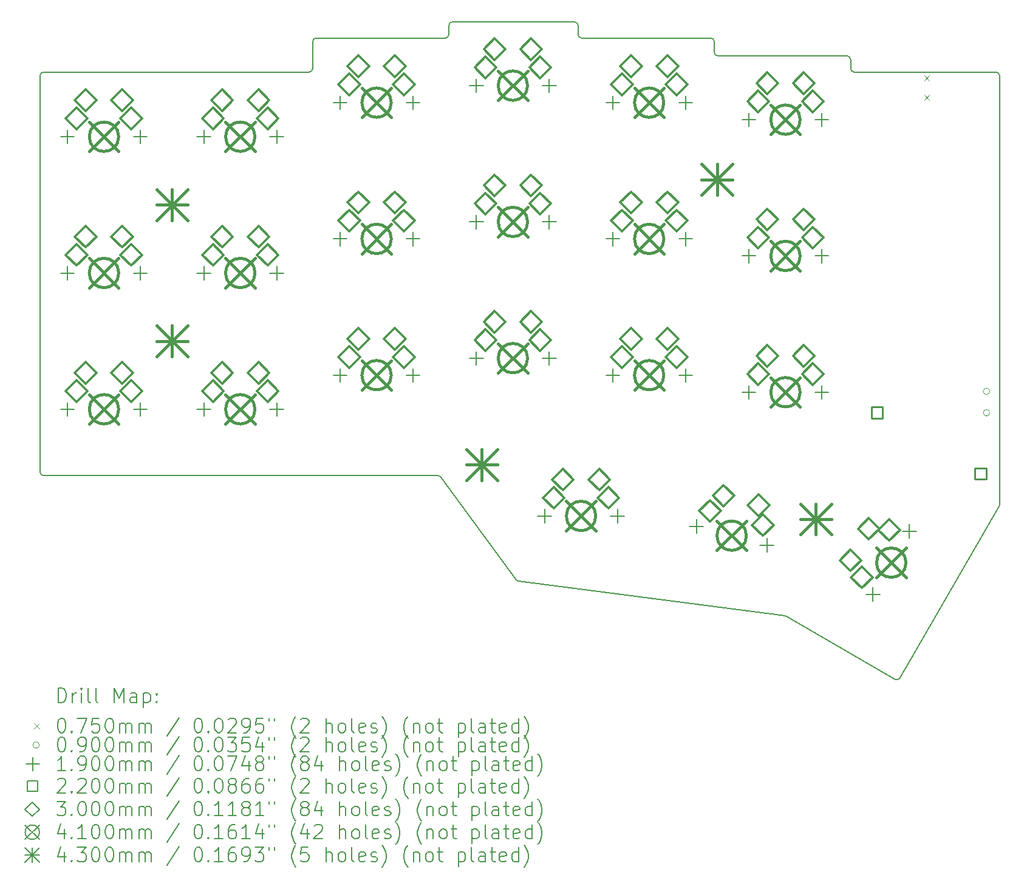
<source format=gbr>
%TF.GenerationSoftware,KiCad,Pcbnew,8.0.8+1*%
%TF.CreationDate,2025-07-08T12:52:23+00:00*%
%TF.ProjectId,corney_island_wireless_autorouted,636f726e-6579-45f6-9973-6c616e645f77,0.2*%
%TF.SameCoordinates,Original*%
%TF.FileFunction,Drillmap*%
%TF.FilePolarity,Positive*%
%FSLAX45Y45*%
G04 Gerber Fmt 4.5, Leading zero omitted, Abs format (unit mm)*
G04 Created by KiCad (PCBNEW 8.0.8+1) date 2025-07-08 12:52:23*
%MOMM*%
%LPD*%
G01*
G04 APERTURE LIST*
%ADD10C,0.150000*%
%ADD11C,0.200000*%
%ADD12C,0.100000*%
%ADD13C,0.190000*%
%ADD14C,0.220000*%
%ADD15C,0.300000*%
%ADD16C,0.410000*%
%ADD17C,0.430000*%
G04 APERTURE END LIST*
D10*
X9158001Y-5298999D02*
X12858001Y-5298901D01*
X12958000Y-4824000D02*
X14758000Y-4824000D01*
X20408222Y-5123778D02*
X20408278Y-5249022D01*
X16608200Y-4648800D02*
X16608200Y-4774000D01*
X14658569Y-10924000D02*
X9158198Y-10924000D01*
X14808000Y-4774000D02*
X14808000Y-4648800D01*
X19493827Y-12882201D02*
X15777297Y-12397776D01*
X22476601Y-11356702D02*
X22451800Y-11399660D01*
X15743351Y-12377643D02*
X14698978Y-10944552D01*
X12908000Y-4874000D02*
G75*
G02*
X12958000Y-4824000I50000J0D01*
G01*
X21029051Y-13764140D02*
X19512364Y-12888480D01*
X14808000Y-4774000D02*
G75*
G02*
X14758000Y-4824000I-50000J0D01*
G01*
X22483300Y-5349000D02*
X22483300Y-11331702D01*
X18458200Y-4824000D02*
G75*
G02*
X18508200Y-4874000I0J-50000D01*
G01*
X12908000Y-5248901D02*
X12908000Y-4874000D01*
X18558200Y-5073800D02*
G75*
G02*
X18508200Y-5023800I0J50000D01*
G01*
X14858000Y-4598800D02*
X16558200Y-4598800D01*
X18558200Y-5073800D02*
X20358222Y-5073800D01*
X20458278Y-5299000D02*
G75*
G02*
X20408280Y-5249022I2J50000D01*
G01*
X19493827Y-12882201D02*
G75*
G02*
X19512364Y-12888480I-6477J-49619D01*
G01*
X14808000Y-4648800D02*
G75*
G02*
X14858000Y-4598800I50000J0D01*
G01*
X20458278Y-5299000D02*
X22433300Y-5299000D01*
X9108002Y-5349001D02*
G75*
G02*
X9158001Y-5298992I50008J1D01*
G01*
X12908000Y-5248901D02*
G75*
G02*
X12858001Y-5298900I-50000J1D01*
G01*
X16658200Y-4824000D02*
G75*
G02*
X16608200Y-4774000I0J50000D01*
G01*
X22433300Y-5299000D02*
G75*
G02*
X22483300Y-5349000I0J-50000D01*
G01*
X22483300Y-11331702D02*
G75*
G02*
X22476602Y-11356703I-50020J3D01*
G01*
X16658200Y-4824000D02*
X18458200Y-4824000D01*
X21097353Y-13745837D02*
G75*
G02*
X21029050Y-13764141I-43303J24997D01*
G01*
X20358222Y-5073800D02*
G75*
G02*
X20408220Y-5123778I-2J-50000D01*
G01*
X18508200Y-4874000D02*
X18508200Y-5023800D01*
X9158198Y-10924000D02*
G75*
G02*
X9108200Y-10874002I2J50000D01*
G01*
X14658569Y-10924000D02*
G75*
G02*
X14698978Y-10944552I1J-50000D01*
G01*
X15777297Y-12397776D02*
G75*
G02*
X15743353Y-12377642I6463J49576D01*
G01*
X9108198Y-10874002D02*
X9108002Y-5349001D01*
X22451800Y-11399660D02*
X21097353Y-13745837D01*
X16558200Y-4598800D02*
G75*
G02*
X16608200Y-4648800I0J-50000D01*
G01*
D11*
D12*
X21432900Y-5341500D02*
X21507900Y-5416500D01*
X21507900Y-5341500D02*
X21432900Y-5416500D01*
X21432900Y-5616500D02*
X21507900Y-5691500D01*
X21507900Y-5616500D02*
X21432900Y-5691500D01*
X22347500Y-9750000D02*
G75*
G02*
X22257500Y-9750000I-45000J0D01*
G01*
X22257500Y-9750000D02*
G75*
G02*
X22347500Y-9750000I45000J0D01*
G01*
X22347500Y-10050000D02*
G75*
G02*
X22257500Y-10050000I-45000J0D01*
G01*
X22257500Y-10050000D02*
G75*
G02*
X22347500Y-10050000I45000J0D01*
G01*
D13*
X9492000Y-6105000D02*
X9492000Y-6295000D01*
X9397000Y-6200000D02*
X9587000Y-6200000D01*
X9492000Y-6105000D02*
X9492000Y-6295000D01*
X9397000Y-6200000D02*
X9587000Y-6200000D01*
X9492000Y-8005000D02*
X9492000Y-8195000D01*
X9397000Y-8100000D02*
X9587000Y-8100000D01*
X9492000Y-8005000D02*
X9492000Y-8195000D01*
X9397000Y-8100000D02*
X9587000Y-8100000D01*
X9492000Y-9905000D02*
X9492000Y-10095000D01*
X9397000Y-10000000D02*
X9587000Y-10000000D01*
X9492000Y-9905000D02*
X9492000Y-10095000D01*
X9397000Y-10000000D02*
X9587000Y-10000000D01*
X10508000Y-6105000D02*
X10508000Y-6295000D01*
X10413000Y-6200000D02*
X10603000Y-6200000D01*
X10508000Y-6105000D02*
X10508000Y-6295000D01*
X10413000Y-6200000D02*
X10603000Y-6200000D01*
X10508000Y-8005000D02*
X10508000Y-8195000D01*
X10413000Y-8100000D02*
X10603000Y-8100000D01*
X10508000Y-8005000D02*
X10508000Y-8195000D01*
X10413000Y-8100000D02*
X10603000Y-8100000D01*
X10508000Y-9905000D02*
X10508000Y-10095000D01*
X10413000Y-10000000D02*
X10603000Y-10000000D01*
X10508000Y-9905000D02*
X10508000Y-10095000D01*
X10413000Y-10000000D02*
X10603000Y-10000000D01*
X11392000Y-6105000D02*
X11392000Y-6295000D01*
X11297000Y-6200000D02*
X11487000Y-6200000D01*
X11392000Y-6105000D02*
X11392000Y-6295000D01*
X11297000Y-6200000D02*
X11487000Y-6200000D01*
X11392000Y-8005000D02*
X11392000Y-8195000D01*
X11297000Y-8100000D02*
X11487000Y-8100000D01*
X11392000Y-8005000D02*
X11392000Y-8195000D01*
X11297000Y-8100000D02*
X11487000Y-8100000D01*
X11392000Y-9905000D02*
X11392000Y-10095000D01*
X11297000Y-10000000D02*
X11487000Y-10000000D01*
X11392000Y-9905000D02*
X11392000Y-10095000D01*
X11297000Y-10000000D02*
X11487000Y-10000000D01*
X12408000Y-6105000D02*
X12408000Y-6295000D01*
X12313000Y-6200000D02*
X12503000Y-6200000D01*
X12408000Y-6105000D02*
X12408000Y-6295000D01*
X12313000Y-6200000D02*
X12503000Y-6200000D01*
X12408000Y-8005000D02*
X12408000Y-8195000D01*
X12313000Y-8100000D02*
X12503000Y-8100000D01*
X12408000Y-8005000D02*
X12408000Y-8195000D01*
X12313000Y-8100000D02*
X12503000Y-8100000D01*
X12408000Y-9905000D02*
X12408000Y-10095000D01*
X12313000Y-10000000D02*
X12503000Y-10000000D01*
X12408000Y-9905000D02*
X12408000Y-10095000D01*
X12313000Y-10000000D02*
X12503000Y-10000000D01*
X13292000Y-5630000D02*
X13292000Y-5820000D01*
X13197000Y-5725000D02*
X13387000Y-5725000D01*
X13292000Y-5630000D02*
X13292000Y-5820000D01*
X13197000Y-5725000D02*
X13387000Y-5725000D01*
X13292000Y-7530000D02*
X13292000Y-7720000D01*
X13197000Y-7625000D02*
X13387000Y-7625000D01*
X13292000Y-7530000D02*
X13292000Y-7720000D01*
X13197000Y-7625000D02*
X13387000Y-7625000D01*
X13292000Y-9430000D02*
X13292000Y-9620000D01*
X13197000Y-9525000D02*
X13387000Y-9525000D01*
X13292000Y-9430000D02*
X13292000Y-9620000D01*
X13197000Y-9525000D02*
X13387000Y-9525000D01*
X14308000Y-5630000D02*
X14308000Y-5820000D01*
X14213000Y-5725000D02*
X14403000Y-5725000D01*
X14308000Y-5630000D02*
X14308000Y-5820000D01*
X14213000Y-5725000D02*
X14403000Y-5725000D01*
X14308000Y-7530000D02*
X14308000Y-7720000D01*
X14213000Y-7625000D02*
X14403000Y-7625000D01*
X14308000Y-7530000D02*
X14308000Y-7720000D01*
X14213000Y-7625000D02*
X14403000Y-7625000D01*
X14308000Y-9430000D02*
X14308000Y-9620000D01*
X14213000Y-9525000D02*
X14403000Y-9525000D01*
X14308000Y-9430000D02*
X14308000Y-9620000D01*
X14213000Y-9525000D02*
X14403000Y-9525000D01*
X15192000Y-5392500D02*
X15192000Y-5582500D01*
X15097000Y-5487500D02*
X15287000Y-5487500D01*
X15192000Y-5392500D02*
X15192000Y-5582500D01*
X15097000Y-5487500D02*
X15287000Y-5487500D01*
X15192000Y-7292500D02*
X15192000Y-7482500D01*
X15097000Y-7387500D02*
X15287000Y-7387500D01*
X15192000Y-7292500D02*
X15192000Y-7482500D01*
X15097000Y-7387500D02*
X15287000Y-7387500D01*
X15192000Y-9192500D02*
X15192000Y-9382500D01*
X15097000Y-9287500D02*
X15287000Y-9287500D01*
X15192000Y-9192500D02*
X15192000Y-9382500D01*
X15097000Y-9287500D02*
X15287000Y-9287500D01*
X16142000Y-11392500D02*
X16142000Y-11582500D01*
X16047000Y-11487500D02*
X16237000Y-11487500D01*
X16142000Y-11392500D02*
X16142000Y-11582500D01*
X16047000Y-11487500D02*
X16237000Y-11487500D01*
X16208000Y-5392500D02*
X16208000Y-5582500D01*
X16113000Y-5487500D02*
X16303000Y-5487500D01*
X16208000Y-5392500D02*
X16208000Y-5582500D01*
X16113000Y-5487500D02*
X16303000Y-5487500D01*
X16208000Y-7292500D02*
X16208000Y-7482500D01*
X16113000Y-7387500D02*
X16303000Y-7387500D01*
X16208000Y-7292500D02*
X16208000Y-7482500D01*
X16113000Y-7387500D02*
X16303000Y-7387500D01*
X16208000Y-9192500D02*
X16208000Y-9382500D01*
X16113000Y-9287500D02*
X16303000Y-9287500D01*
X16208000Y-9192500D02*
X16208000Y-9382500D01*
X16113000Y-9287500D02*
X16303000Y-9287500D01*
X17092000Y-5630000D02*
X17092000Y-5820000D01*
X16997000Y-5725000D02*
X17187000Y-5725000D01*
X17092000Y-5630000D02*
X17092000Y-5820000D01*
X16997000Y-5725000D02*
X17187000Y-5725000D01*
X17092000Y-7530000D02*
X17092000Y-7720000D01*
X16997000Y-7625000D02*
X17187000Y-7625000D01*
X17092000Y-7530000D02*
X17092000Y-7720000D01*
X16997000Y-7625000D02*
X17187000Y-7625000D01*
X17092000Y-9430000D02*
X17092000Y-9620000D01*
X16997000Y-9525000D02*
X17187000Y-9525000D01*
X17092000Y-9430000D02*
X17092000Y-9620000D01*
X16997000Y-9525000D02*
X17187000Y-9525000D01*
X17158000Y-11392500D02*
X17158000Y-11582500D01*
X17063000Y-11487500D02*
X17253000Y-11487500D01*
X17158000Y-11392500D02*
X17158000Y-11582500D01*
X17063000Y-11487500D02*
X17253000Y-11487500D01*
X18108000Y-5630000D02*
X18108000Y-5820000D01*
X18013000Y-5725000D02*
X18203000Y-5725000D01*
X18108000Y-5630000D02*
X18108000Y-5820000D01*
X18013000Y-5725000D02*
X18203000Y-5725000D01*
X18108000Y-7530000D02*
X18108000Y-7720000D01*
X18013000Y-7625000D02*
X18203000Y-7625000D01*
X18108000Y-7530000D02*
X18108000Y-7720000D01*
X18013000Y-7625000D02*
X18203000Y-7625000D01*
X18108000Y-9430000D02*
X18108000Y-9620000D01*
X18013000Y-9525000D02*
X18203000Y-9525000D01*
X18108000Y-9430000D02*
X18108000Y-9620000D01*
X18013000Y-9525000D02*
X18203000Y-9525000D01*
X18259310Y-11536020D02*
X18259310Y-11726020D01*
X18164310Y-11631020D02*
X18354310Y-11631020D01*
X18259310Y-11536020D02*
X18259310Y-11726020D01*
X18164310Y-11631020D02*
X18354310Y-11631020D01*
X18992000Y-5867500D02*
X18992000Y-6057500D01*
X18897000Y-5962500D02*
X19087000Y-5962500D01*
X18992000Y-5867500D02*
X18992000Y-6057500D01*
X18897000Y-5962500D02*
X19087000Y-5962500D01*
X18992000Y-7767500D02*
X18992000Y-7957500D01*
X18897000Y-7862500D02*
X19087000Y-7862500D01*
X18992000Y-7767500D02*
X18992000Y-7957500D01*
X18897000Y-7862500D02*
X19087000Y-7862500D01*
X18992000Y-9667500D02*
X18992000Y-9857500D01*
X18897000Y-9762500D02*
X19087000Y-9762500D01*
X18992000Y-9667500D02*
X18992000Y-9857500D01*
X18897000Y-9762500D02*
X19087000Y-9762500D01*
X19240690Y-11798980D02*
X19240690Y-11988980D01*
X19145690Y-11893980D02*
X19335690Y-11893980D01*
X19240690Y-11798980D02*
X19240690Y-11988980D01*
X19145690Y-11893980D02*
X19335690Y-11893980D01*
X20008000Y-5867500D02*
X20008000Y-6057500D01*
X19913000Y-5962500D02*
X20103000Y-5962500D01*
X20008000Y-5867500D02*
X20008000Y-6057500D01*
X19913000Y-5962500D02*
X20103000Y-5962500D01*
X20008000Y-7767500D02*
X20008000Y-7957500D01*
X19913000Y-7862500D02*
X20103000Y-7862500D01*
X20008000Y-7767500D02*
X20008000Y-7957500D01*
X19913000Y-7862500D02*
X20103000Y-7862500D01*
X20008000Y-9667500D02*
X20008000Y-9857500D01*
X19913000Y-9762500D02*
X20103000Y-9762500D01*
X20008000Y-9667500D02*
X20008000Y-9857500D01*
X19913000Y-9762500D02*
X20103000Y-9762500D01*
X20720680Y-12483861D02*
X20720680Y-12673861D01*
X20625680Y-12578861D02*
X20815680Y-12578861D01*
X20720680Y-12483861D02*
X20720680Y-12673861D01*
X20625680Y-12578861D02*
X20815680Y-12578861D01*
X21228680Y-11603979D02*
X21228680Y-11793979D01*
X21133680Y-11698979D02*
X21323680Y-11698979D01*
X21228680Y-11603979D02*
X21228680Y-11793979D01*
X21133680Y-11698979D02*
X21323680Y-11698979D01*
D14*
X20853983Y-10125383D02*
X20853983Y-9969818D01*
X20698418Y-9969818D01*
X20698418Y-10125383D01*
X20853983Y-10125383D01*
X22297183Y-10977283D02*
X22297183Y-10821718D01*
X22141618Y-10821718D01*
X22141618Y-10977283D01*
X22297183Y-10977283D01*
D15*
X9619000Y-6096000D02*
X9769000Y-5946000D01*
X9619000Y-5796000D01*
X9469000Y-5946000D01*
X9619000Y-6096000D01*
X9619000Y-7996000D02*
X9769000Y-7846000D01*
X9619000Y-7696000D01*
X9469000Y-7846000D01*
X9619000Y-7996000D01*
X9619000Y-9896000D02*
X9769000Y-9746000D01*
X9619000Y-9596000D01*
X9469000Y-9746000D01*
X9619000Y-9896000D01*
X9746000Y-5842000D02*
X9896000Y-5692000D01*
X9746000Y-5542000D01*
X9596000Y-5692000D01*
X9746000Y-5842000D01*
X9746000Y-7742000D02*
X9896000Y-7592000D01*
X9746000Y-7442000D01*
X9596000Y-7592000D01*
X9746000Y-7742000D01*
X9746000Y-9642000D02*
X9896000Y-9492000D01*
X9746000Y-9342000D01*
X9596000Y-9492000D01*
X9746000Y-9642000D01*
X10254000Y-5842000D02*
X10404000Y-5692000D01*
X10254000Y-5542000D01*
X10104000Y-5692000D01*
X10254000Y-5842000D01*
X10254000Y-7742000D02*
X10404000Y-7592000D01*
X10254000Y-7442000D01*
X10104000Y-7592000D01*
X10254000Y-7742000D01*
X10254000Y-9642000D02*
X10404000Y-9492000D01*
X10254000Y-9342000D01*
X10104000Y-9492000D01*
X10254000Y-9642000D01*
X10381000Y-6096000D02*
X10531000Y-5946000D01*
X10381000Y-5796000D01*
X10231000Y-5946000D01*
X10381000Y-6096000D01*
X10381000Y-7996000D02*
X10531000Y-7846000D01*
X10381000Y-7696000D01*
X10231000Y-7846000D01*
X10381000Y-7996000D01*
X10381000Y-9896000D02*
X10531000Y-9746000D01*
X10381000Y-9596000D01*
X10231000Y-9746000D01*
X10381000Y-9896000D01*
X11519000Y-6096000D02*
X11669000Y-5946000D01*
X11519000Y-5796000D01*
X11369000Y-5946000D01*
X11519000Y-6096000D01*
X11519000Y-7996000D02*
X11669000Y-7846000D01*
X11519000Y-7696000D01*
X11369000Y-7846000D01*
X11519000Y-7996000D01*
X11519000Y-9896000D02*
X11669000Y-9746000D01*
X11519000Y-9596000D01*
X11369000Y-9746000D01*
X11519000Y-9896000D01*
X11646000Y-5842000D02*
X11796000Y-5692000D01*
X11646000Y-5542000D01*
X11496000Y-5692000D01*
X11646000Y-5842000D01*
X11646000Y-7742000D02*
X11796000Y-7592000D01*
X11646000Y-7442000D01*
X11496000Y-7592000D01*
X11646000Y-7742000D01*
X11646000Y-9642000D02*
X11796000Y-9492000D01*
X11646000Y-9342000D01*
X11496000Y-9492000D01*
X11646000Y-9642000D01*
X12154000Y-5842000D02*
X12304000Y-5692000D01*
X12154000Y-5542000D01*
X12004000Y-5692000D01*
X12154000Y-5842000D01*
X12154000Y-7742000D02*
X12304000Y-7592000D01*
X12154000Y-7442000D01*
X12004000Y-7592000D01*
X12154000Y-7742000D01*
X12154000Y-9642000D02*
X12304000Y-9492000D01*
X12154000Y-9342000D01*
X12004000Y-9492000D01*
X12154000Y-9642000D01*
X12281000Y-6096000D02*
X12431000Y-5946000D01*
X12281000Y-5796000D01*
X12131000Y-5946000D01*
X12281000Y-6096000D01*
X12281000Y-7996000D02*
X12431000Y-7846000D01*
X12281000Y-7696000D01*
X12131000Y-7846000D01*
X12281000Y-7996000D01*
X12281000Y-9896000D02*
X12431000Y-9746000D01*
X12281000Y-9596000D01*
X12131000Y-9746000D01*
X12281000Y-9896000D01*
X13419000Y-5621000D02*
X13569000Y-5471000D01*
X13419000Y-5321000D01*
X13269000Y-5471000D01*
X13419000Y-5621000D01*
X13419000Y-7521000D02*
X13569000Y-7371000D01*
X13419000Y-7221000D01*
X13269000Y-7371000D01*
X13419000Y-7521000D01*
X13419000Y-9421000D02*
X13569000Y-9271000D01*
X13419000Y-9121000D01*
X13269000Y-9271000D01*
X13419000Y-9421000D01*
X13546000Y-5367000D02*
X13696000Y-5217000D01*
X13546000Y-5067000D01*
X13396000Y-5217000D01*
X13546000Y-5367000D01*
X13546000Y-7267000D02*
X13696000Y-7117000D01*
X13546000Y-6967000D01*
X13396000Y-7117000D01*
X13546000Y-7267000D01*
X13546000Y-9167000D02*
X13696000Y-9017000D01*
X13546000Y-8867000D01*
X13396000Y-9017000D01*
X13546000Y-9167000D01*
X14054000Y-5367000D02*
X14204000Y-5217000D01*
X14054000Y-5067000D01*
X13904000Y-5217000D01*
X14054000Y-5367000D01*
X14054000Y-7267000D02*
X14204000Y-7117000D01*
X14054000Y-6967000D01*
X13904000Y-7117000D01*
X14054000Y-7267000D01*
X14054000Y-9167000D02*
X14204000Y-9017000D01*
X14054000Y-8867000D01*
X13904000Y-9017000D01*
X14054000Y-9167000D01*
X14181000Y-5621000D02*
X14331000Y-5471000D01*
X14181000Y-5321000D01*
X14031000Y-5471000D01*
X14181000Y-5621000D01*
X14181000Y-7521000D02*
X14331000Y-7371000D01*
X14181000Y-7221000D01*
X14031000Y-7371000D01*
X14181000Y-7521000D01*
X14181000Y-9421000D02*
X14331000Y-9271000D01*
X14181000Y-9121000D01*
X14031000Y-9271000D01*
X14181000Y-9421000D01*
X15319000Y-5383500D02*
X15469000Y-5233500D01*
X15319000Y-5083500D01*
X15169000Y-5233500D01*
X15319000Y-5383500D01*
X15319000Y-7283500D02*
X15469000Y-7133500D01*
X15319000Y-6983500D01*
X15169000Y-7133500D01*
X15319000Y-7283500D01*
X15319000Y-9183500D02*
X15469000Y-9033500D01*
X15319000Y-8883500D01*
X15169000Y-9033500D01*
X15319000Y-9183500D01*
X15446000Y-5129500D02*
X15596000Y-4979500D01*
X15446000Y-4829500D01*
X15296000Y-4979500D01*
X15446000Y-5129500D01*
X15446000Y-7029500D02*
X15596000Y-6879500D01*
X15446000Y-6729500D01*
X15296000Y-6879500D01*
X15446000Y-7029500D01*
X15446000Y-8929500D02*
X15596000Y-8779500D01*
X15446000Y-8629500D01*
X15296000Y-8779500D01*
X15446000Y-8929500D01*
X15954000Y-5129500D02*
X16104000Y-4979500D01*
X15954000Y-4829500D01*
X15804000Y-4979500D01*
X15954000Y-5129500D01*
X15954000Y-7029500D02*
X16104000Y-6879500D01*
X15954000Y-6729500D01*
X15804000Y-6879500D01*
X15954000Y-7029500D01*
X15954000Y-8929500D02*
X16104000Y-8779500D01*
X15954000Y-8629500D01*
X15804000Y-8779500D01*
X15954000Y-8929500D01*
X16081000Y-5383500D02*
X16231000Y-5233500D01*
X16081000Y-5083500D01*
X15931000Y-5233500D01*
X16081000Y-5383500D01*
X16081000Y-7283500D02*
X16231000Y-7133500D01*
X16081000Y-6983500D01*
X15931000Y-7133500D01*
X16081000Y-7283500D01*
X16081000Y-9183500D02*
X16231000Y-9033500D01*
X16081000Y-8883500D01*
X15931000Y-9033500D01*
X16081000Y-9183500D01*
X16269000Y-11383500D02*
X16419000Y-11233500D01*
X16269000Y-11083500D01*
X16119000Y-11233500D01*
X16269000Y-11383500D01*
X16396000Y-11129500D02*
X16546000Y-10979500D01*
X16396000Y-10829500D01*
X16246000Y-10979500D01*
X16396000Y-11129500D01*
X16904000Y-11129500D02*
X17054000Y-10979500D01*
X16904000Y-10829500D01*
X16754000Y-10979500D01*
X16904000Y-11129500D01*
X17031000Y-11383500D02*
X17181000Y-11233500D01*
X17031000Y-11083500D01*
X16881000Y-11233500D01*
X17031000Y-11383500D01*
X17219000Y-5621000D02*
X17369000Y-5471000D01*
X17219000Y-5321000D01*
X17069000Y-5471000D01*
X17219000Y-5621000D01*
X17219000Y-7521000D02*
X17369000Y-7371000D01*
X17219000Y-7221000D01*
X17069000Y-7371000D01*
X17219000Y-7521000D01*
X17219000Y-9421000D02*
X17369000Y-9271000D01*
X17219000Y-9121000D01*
X17069000Y-9271000D01*
X17219000Y-9421000D01*
X17346000Y-5367000D02*
X17496000Y-5217000D01*
X17346000Y-5067000D01*
X17196000Y-5217000D01*
X17346000Y-5367000D01*
X17346000Y-7267000D02*
X17496000Y-7117000D01*
X17346000Y-6967000D01*
X17196000Y-7117000D01*
X17346000Y-7267000D01*
X17346000Y-9167000D02*
X17496000Y-9017000D01*
X17346000Y-8867000D01*
X17196000Y-9017000D01*
X17346000Y-9167000D01*
X17854000Y-5367000D02*
X18004000Y-5217000D01*
X17854000Y-5067000D01*
X17704000Y-5217000D01*
X17854000Y-5367000D01*
X17854000Y-7267000D02*
X18004000Y-7117000D01*
X17854000Y-6967000D01*
X17704000Y-7117000D01*
X17854000Y-7267000D01*
X17854000Y-9167000D02*
X18004000Y-9017000D01*
X17854000Y-8867000D01*
X17704000Y-9017000D01*
X17854000Y-9167000D01*
X17981000Y-5621000D02*
X18131000Y-5471000D01*
X17981000Y-5321000D01*
X17831000Y-5471000D01*
X17981000Y-5621000D01*
X17981000Y-7521000D02*
X18131000Y-7371000D01*
X17981000Y-7221000D01*
X17831000Y-7371000D01*
X17981000Y-7521000D01*
X17981000Y-9421000D02*
X18131000Y-9271000D01*
X17981000Y-9121000D01*
X17831000Y-9271000D01*
X17981000Y-9421000D01*
X18447722Y-11568545D02*
X18597722Y-11418545D01*
X18447722Y-11268545D01*
X18297722Y-11418545D01*
X18447722Y-11568545D01*
X18636135Y-11356070D02*
X18786135Y-11206070D01*
X18636135Y-11056070D01*
X18486135Y-11206070D01*
X18636135Y-11356070D01*
X19119000Y-5858500D02*
X19269000Y-5708500D01*
X19119000Y-5558500D01*
X18969000Y-5708500D01*
X19119000Y-5858500D01*
X19119000Y-7758500D02*
X19269000Y-7608500D01*
X19119000Y-7458500D01*
X18969000Y-7608500D01*
X19119000Y-7758500D01*
X19119000Y-9658500D02*
X19269000Y-9508500D01*
X19119000Y-9358500D01*
X18969000Y-9508500D01*
X19119000Y-9658500D01*
X19126825Y-11487550D02*
X19276825Y-11337550D01*
X19126825Y-11187550D01*
X18976825Y-11337550D01*
X19126825Y-11487550D01*
X19183758Y-11765765D02*
X19333758Y-11615765D01*
X19183758Y-11465765D01*
X19033758Y-11615765D01*
X19183758Y-11765765D01*
X19246000Y-5604500D02*
X19396000Y-5454500D01*
X19246000Y-5304500D01*
X19096000Y-5454500D01*
X19246000Y-5604500D01*
X19246000Y-7504500D02*
X19396000Y-7354500D01*
X19246000Y-7204500D01*
X19096000Y-7354500D01*
X19246000Y-7504500D01*
X19246000Y-9404500D02*
X19396000Y-9254500D01*
X19246000Y-9104500D01*
X19096000Y-9254500D01*
X19246000Y-9404500D01*
X19754000Y-5604500D02*
X19904000Y-5454500D01*
X19754000Y-5304500D01*
X19604000Y-5454500D01*
X19754000Y-5604500D01*
X19754000Y-7504500D02*
X19904000Y-7354500D01*
X19754000Y-7204500D01*
X19604000Y-7354500D01*
X19754000Y-7504500D01*
X19754000Y-9404500D02*
X19904000Y-9254500D01*
X19754000Y-9104500D01*
X19604000Y-9254500D01*
X19754000Y-9404500D01*
X19881000Y-5858500D02*
X20031000Y-5708500D01*
X19881000Y-5558500D01*
X19731000Y-5708500D01*
X19881000Y-5858500D01*
X19881000Y-7758500D02*
X20031000Y-7608500D01*
X19881000Y-7458500D01*
X19731000Y-7608500D01*
X19881000Y-7758500D01*
X19881000Y-9658500D02*
X20031000Y-9508500D01*
X19881000Y-9358500D01*
X19731000Y-9508500D01*
X19881000Y-9658500D01*
X20407739Y-12254890D02*
X20557739Y-12104890D01*
X20407739Y-11954890D01*
X20257739Y-12104890D01*
X20407739Y-12254890D01*
X20564210Y-12491876D02*
X20714210Y-12341876D01*
X20564210Y-12191876D01*
X20414210Y-12341876D01*
X20564210Y-12491876D01*
X20661739Y-11814949D02*
X20811739Y-11664949D01*
X20661739Y-11514949D01*
X20511739Y-11664949D01*
X20661739Y-11814949D01*
X20945210Y-11831964D02*
X21095210Y-11681964D01*
X20945210Y-11531964D01*
X20795210Y-11681964D01*
X20945210Y-11831964D01*
D16*
X9795000Y-5995000D02*
X10205000Y-6405000D01*
X10205000Y-5995000D02*
X9795000Y-6405000D01*
X10205000Y-6200000D02*
G75*
G02*
X9795000Y-6200000I-205000J0D01*
G01*
X9795000Y-6200000D02*
G75*
G02*
X10205000Y-6200000I205000J0D01*
G01*
X9795000Y-5995000D02*
X10205000Y-6405000D01*
X10205000Y-5995000D02*
X9795000Y-6405000D01*
X10205000Y-6200000D02*
G75*
G02*
X9795000Y-6200000I-205000J0D01*
G01*
X9795000Y-6200000D02*
G75*
G02*
X10205000Y-6200000I205000J0D01*
G01*
X9795000Y-7895000D02*
X10205000Y-8305000D01*
X10205000Y-7895000D02*
X9795000Y-8305000D01*
X10205000Y-8100000D02*
G75*
G02*
X9795000Y-8100000I-205000J0D01*
G01*
X9795000Y-8100000D02*
G75*
G02*
X10205000Y-8100000I205000J0D01*
G01*
X9795000Y-7895000D02*
X10205000Y-8305000D01*
X10205000Y-7895000D02*
X9795000Y-8305000D01*
X10205000Y-8100000D02*
G75*
G02*
X9795000Y-8100000I-205000J0D01*
G01*
X9795000Y-8100000D02*
G75*
G02*
X10205000Y-8100000I205000J0D01*
G01*
X9795000Y-9795000D02*
X10205000Y-10205000D01*
X10205000Y-9795000D02*
X9795000Y-10205000D01*
X10205000Y-10000000D02*
G75*
G02*
X9795000Y-10000000I-205000J0D01*
G01*
X9795000Y-10000000D02*
G75*
G02*
X10205000Y-10000000I205000J0D01*
G01*
X9795000Y-9795000D02*
X10205000Y-10205000D01*
X10205000Y-9795000D02*
X9795000Y-10205000D01*
X10205000Y-10000000D02*
G75*
G02*
X9795000Y-10000000I-205000J0D01*
G01*
X9795000Y-10000000D02*
G75*
G02*
X10205000Y-10000000I205000J0D01*
G01*
X11695000Y-5995000D02*
X12105000Y-6405000D01*
X12105000Y-5995000D02*
X11695000Y-6405000D01*
X12105000Y-6200000D02*
G75*
G02*
X11695000Y-6200000I-205000J0D01*
G01*
X11695000Y-6200000D02*
G75*
G02*
X12105000Y-6200000I205000J0D01*
G01*
X11695000Y-5995000D02*
X12105000Y-6405000D01*
X12105000Y-5995000D02*
X11695000Y-6405000D01*
X12105000Y-6200000D02*
G75*
G02*
X11695000Y-6200000I-205000J0D01*
G01*
X11695000Y-6200000D02*
G75*
G02*
X12105000Y-6200000I205000J0D01*
G01*
X11695000Y-7895000D02*
X12105000Y-8305000D01*
X12105000Y-7895000D02*
X11695000Y-8305000D01*
X12105000Y-8100000D02*
G75*
G02*
X11695000Y-8100000I-205000J0D01*
G01*
X11695000Y-8100000D02*
G75*
G02*
X12105000Y-8100000I205000J0D01*
G01*
X11695000Y-7895000D02*
X12105000Y-8305000D01*
X12105000Y-7895000D02*
X11695000Y-8305000D01*
X12105000Y-8100000D02*
G75*
G02*
X11695000Y-8100000I-205000J0D01*
G01*
X11695000Y-8100000D02*
G75*
G02*
X12105000Y-8100000I205000J0D01*
G01*
X11695000Y-9795000D02*
X12105000Y-10205000D01*
X12105000Y-9795000D02*
X11695000Y-10205000D01*
X12105000Y-10000000D02*
G75*
G02*
X11695000Y-10000000I-205000J0D01*
G01*
X11695000Y-10000000D02*
G75*
G02*
X12105000Y-10000000I205000J0D01*
G01*
X11695000Y-9795000D02*
X12105000Y-10205000D01*
X12105000Y-9795000D02*
X11695000Y-10205000D01*
X12105000Y-10000000D02*
G75*
G02*
X11695000Y-10000000I-205000J0D01*
G01*
X11695000Y-10000000D02*
G75*
G02*
X12105000Y-10000000I205000J0D01*
G01*
X13595000Y-5520000D02*
X14005000Y-5930000D01*
X14005000Y-5520000D02*
X13595000Y-5930000D01*
X14005000Y-5725000D02*
G75*
G02*
X13595000Y-5725000I-205000J0D01*
G01*
X13595000Y-5725000D02*
G75*
G02*
X14005000Y-5725000I205000J0D01*
G01*
X13595000Y-5520000D02*
X14005000Y-5930000D01*
X14005000Y-5520000D02*
X13595000Y-5930000D01*
X14005000Y-5725000D02*
G75*
G02*
X13595000Y-5725000I-205000J0D01*
G01*
X13595000Y-5725000D02*
G75*
G02*
X14005000Y-5725000I205000J0D01*
G01*
X13595000Y-7420000D02*
X14005000Y-7830000D01*
X14005000Y-7420000D02*
X13595000Y-7830000D01*
X14005000Y-7625000D02*
G75*
G02*
X13595000Y-7625000I-205000J0D01*
G01*
X13595000Y-7625000D02*
G75*
G02*
X14005000Y-7625000I205000J0D01*
G01*
X13595000Y-7420000D02*
X14005000Y-7830000D01*
X14005000Y-7420000D02*
X13595000Y-7830000D01*
X14005000Y-7625000D02*
G75*
G02*
X13595000Y-7625000I-205000J0D01*
G01*
X13595000Y-7625000D02*
G75*
G02*
X14005000Y-7625000I205000J0D01*
G01*
X13595000Y-9320000D02*
X14005000Y-9730000D01*
X14005000Y-9320000D02*
X13595000Y-9730000D01*
X14005000Y-9525000D02*
G75*
G02*
X13595000Y-9525000I-205000J0D01*
G01*
X13595000Y-9525000D02*
G75*
G02*
X14005000Y-9525000I205000J0D01*
G01*
X13595000Y-9320000D02*
X14005000Y-9730000D01*
X14005000Y-9320000D02*
X13595000Y-9730000D01*
X14005000Y-9525000D02*
G75*
G02*
X13595000Y-9525000I-205000J0D01*
G01*
X13595000Y-9525000D02*
G75*
G02*
X14005000Y-9525000I205000J0D01*
G01*
X15495000Y-5282500D02*
X15905000Y-5692500D01*
X15905000Y-5282500D02*
X15495000Y-5692500D01*
X15905000Y-5487500D02*
G75*
G02*
X15495000Y-5487500I-205000J0D01*
G01*
X15495000Y-5487500D02*
G75*
G02*
X15905000Y-5487500I205000J0D01*
G01*
X15495000Y-5282500D02*
X15905000Y-5692500D01*
X15905000Y-5282500D02*
X15495000Y-5692500D01*
X15905000Y-5487500D02*
G75*
G02*
X15495000Y-5487500I-205000J0D01*
G01*
X15495000Y-5487500D02*
G75*
G02*
X15905000Y-5487500I205000J0D01*
G01*
X15495000Y-7182500D02*
X15905000Y-7592500D01*
X15905000Y-7182500D02*
X15495000Y-7592500D01*
X15905000Y-7387500D02*
G75*
G02*
X15495000Y-7387500I-205000J0D01*
G01*
X15495000Y-7387500D02*
G75*
G02*
X15905000Y-7387500I205000J0D01*
G01*
X15495000Y-7182500D02*
X15905000Y-7592500D01*
X15905000Y-7182500D02*
X15495000Y-7592500D01*
X15905000Y-7387500D02*
G75*
G02*
X15495000Y-7387500I-205000J0D01*
G01*
X15495000Y-7387500D02*
G75*
G02*
X15905000Y-7387500I205000J0D01*
G01*
X15495000Y-9082500D02*
X15905000Y-9492500D01*
X15905000Y-9082500D02*
X15495000Y-9492500D01*
X15905000Y-9287500D02*
G75*
G02*
X15495000Y-9287500I-205000J0D01*
G01*
X15495000Y-9287500D02*
G75*
G02*
X15905000Y-9287500I205000J0D01*
G01*
X15495000Y-9082500D02*
X15905000Y-9492500D01*
X15905000Y-9082500D02*
X15495000Y-9492500D01*
X15905000Y-9287500D02*
G75*
G02*
X15495000Y-9287500I-205000J0D01*
G01*
X15495000Y-9287500D02*
G75*
G02*
X15905000Y-9287500I205000J0D01*
G01*
X16445000Y-11282500D02*
X16855000Y-11692500D01*
X16855000Y-11282500D02*
X16445000Y-11692500D01*
X16855000Y-11487500D02*
G75*
G02*
X16445000Y-11487500I-205000J0D01*
G01*
X16445000Y-11487500D02*
G75*
G02*
X16855000Y-11487500I205000J0D01*
G01*
X16445000Y-11282500D02*
X16855000Y-11692500D01*
X16855000Y-11282500D02*
X16445000Y-11692500D01*
X16855000Y-11487500D02*
G75*
G02*
X16445000Y-11487500I-205000J0D01*
G01*
X16445000Y-11487500D02*
G75*
G02*
X16855000Y-11487500I205000J0D01*
G01*
X17395000Y-5520000D02*
X17805000Y-5930000D01*
X17805000Y-5520000D02*
X17395000Y-5930000D01*
X17805000Y-5725000D02*
G75*
G02*
X17395000Y-5725000I-205000J0D01*
G01*
X17395000Y-5725000D02*
G75*
G02*
X17805000Y-5725000I205000J0D01*
G01*
X17395000Y-5520000D02*
X17805000Y-5930000D01*
X17805000Y-5520000D02*
X17395000Y-5930000D01*
X17805000Y-5725000D02*
G75*
G02*
X17395000Y-5725000I-205000J0D01*
G01*
X17395000Y-5725000D02*
G75*
G02*
X17805000Y-5725000I205000J0D01*
G01*
X17395000Y-7420000D02*
X17805000Y-7830000D01*
X17805000Y-7420000D02*
X17395000Y-7830000D01*
X17805000Y-7625000D02*
G75*
G02*
X17395000Y-7625000I-205000J0D01*
G01*
X17395000Y-7625000D02*
G75*
G02*
X17805000Y-7625000I205000J0D01*
G01*
X17395000Y-7420000D02*
X17805000Y-7830000D01*
X17805000Y-7420000D02*
X17395000Y-7830000D01*
X17805000Y-7625000D02*
G75*
G02*
X17395000Y-7625000I-205000J0D01*
G01*
X17395000Y-7625000D02*
G75*
G02*
X17805000Y-7625000I205000J0D01*
G01*
X17395000Y-9320000D02*
X17805000Y-9730000D01*
X17805000Y-9320000D02*
X17395000Y-9730000D01*
X17805000Y-9525000D02*
G75*
G02*
X17395000Y-9525000I-205000J0D01*
G01*
X17395000Y-9525000D02*
G75*
G02*
X17805000Y-9525000I205000J0D01*
G01*
X17395000Y-9320000D02*
X17805000Y-9730000D01*
X17805000Y-9320000D02*
X17395000Y-9730000D01*
X17805000Y-9525000D02*
G75*
G02*
X17395000Y-9525000I-205000J0D01*
G01*
X17395000Y-9525000D02*
G75*
G02*
X17805000Y-9525000I205000J0D01*
G01*
X18545000Y-11557500D02*
X18955000Y-11967500D01*
X18955000Y-11557500D02*
X18545000Y-11967500D01*
X18955000Y-11762500D02*
G75*
G02*
X18545000Y-11762500I-205000J0D01*
G01*
X18545000Y-11762500D02*
G75*
G02*
X18955000Y-11762500I205000J0D01*
G01*
X18545000Y-11557500D02*
X18955000Y-11967500D01*
X18955000Y-11557500D02*
X18545000Y-11967500D01*
X18955000Y-11762500D02*
G75*
G02*
X18545000Y-11762500I-205000J0D01*
G01*
X18545000Y-11762500D02*
G75*
G02*
X18955000Y-11762500I205000J0D01*
G01*
X19295000Y-5757500D02*
X19705000Y-6167500D01*
X19705000Y-5757500D02*
X19295000Y-6167500D01*
X19705000Y-5962500D02*
G75*
G02*
X19295000Y-5962500I-205000J0D01*
G01*
X19295000Y-5962500D02*
G75*
G02*
X19705000Y-5962500I205000J0D01*
G01*
X19295000Y-5757500D02*
X19705000Y-6167500D01*
X19705000Y-5757500D02*
X19295000Y-6167500D01*
X19705000Y-5962500D02*
G75*
G02*
X19295000Y-5962500I-205000J0D01*
G01*
X19295000Y-5962500D02*
G75*
G02*
X19705000Y-5962500I205000J0D01*
G01*
X19295000Y-7657500D02*
X19705000Y-8067500D01*
X19705000Y-7657500D02*
X19295000Y-8067500D01*
X19705000Y-7862500D02*
G75*
G02*
X19295000Y-7862500I-205000J0D01*
G01*
X19295000Y-7862500D02*
G75*
G02*
X19705000Y-7862500I205000J0D01*
G01*
X19295000Y-7657500D02*
X19705000Y-8067500D01*
X19705000Y-7657500D02*
X19295000Y-8067500D01*
X19705000Y-7862500D02*
G75*
G02*
X19295000Y-7862500I-205000J0D01*
G01*
X19295000Y-7862500D02*
G75*
G02*
X19705000Y-7862500I205000J0D01*
G01*
X19295000Y-9557500D02*
X19705000Y-9967500D01*
X19705000Y-9557500D02*
X19295000Y-9967500D01*
X19705000Y-9762500D02*
G75*
G02*
X19295000Y-9762500I-205000J0D01*
G01*
X19295000Y-9762500D02*
G75*
G02*
X19705000Y-9762500I205000J0D01*
G01*
X19295000Y-9557500D02*
X19705000Y-9967500D01*
X19705000Y-9557500D02*
X19295000Y-9967500D01*
X19705000Y-9762500D02*
G75*
G02*
X19295000Y-9762500I-205000J0D01*
G01*
X19295000Y-9762500D02*
G75*
G02*
X19705000Y-9762500I205000J0D01*
G01*
X20769680Y-11933920D02*
X21179680Y-12343920D01*
X21179680Y-11933920D02*
X20769680Y-12343920D01*
X21179680Y-12138920D02*
G75*
G02*
X20769680Y-12138920I-205000J0D01*
G01*
X20769680Y-12138920D02*
G75*
G02*
X21179680Y-12138920I205000J0D01*
G01*
X20769680Y-11933920D02*
X21179680Y-12343920D01*
X21179680Y-11933920D02*
X20769680Y-12343920D01*
X21179680Y-12138920D02*
G75*
G02*
X20769680Y-12138920I-205000J0D01*
G01*
X20769680Y-12138920D02*
G75*
G02*
X21179680Y-12138920I205000J0D01*
G01*
D17*
X10735000Y-6935000D02*
X11165000Y-7365000D01*
X11165000Y-6935000D02*
X10735000Y-7365000D01*
X10950000Y-6935000D02*
X10950000Y-7365000D01*
X10735000Y-7150000D02*
X11165000Y-7150000D01*
X10735000Y-8835000D02*
X11165000Y-9265000D01*
X11165000Y-8835000D02*
X10735000Y-9265000D01*
X10950000Y-8835000D02*
X10950000Y-9265000D01*
X10735000Y-9050000D02*
X11165000Y-9050000D01*
X15050700Y-10559000D02*
X15480700Y-10989000D01*
X15480700Y-10559000D02*
X15050700Y-10989000D01*
X15265700Y-10559000D02*
X15265700Y-10989000D01*
X15050700Y-10774000D02*
X15480700Y-10774000D01*
X18331800Y-6583600D02*
X18761800Y-7013600D01*
X18761800Y-6583600D02*
X18331800Y-7013600D01*
X18546800Y-6583600D02*
X18546800Y-7013600D01*
X18331800Y-6798600D02*
X18761800Y-6798600D01*
X19709110Y-11317370D02*
X20139110Y-11747370D01*
X20139110Y-11317370D02*
X19709110Y-11747370D01*
X19924110Y-11317370D02*
X19924110Y-11747370D01*
X19709110Y-11532370D02*
X20139110Y-11532370D01*
D11*
X9361279Y-14089824D02*
X9361279Y-13889824D01*
X9361279Y-13889824D02*
X9408898Y-13889824D01*
X9408898Y-13889824D02*
X9437469Y-13899348D01*
X9437469Y-13899348D02*
X9456517Y-13918395D01*
X9456517Y-13918395D02*
X9466041Y-13937443D01*
X9466041Y-13937443D02*
X9475564Y-13975538D01*
X9475564Y-13975538D02*
X9475564Y-14004109D01*
X9475564Y-14004109D02*
X9466041Y-14042205D01*
X9466041Y-14042205D02*
X9456517Y-14061252D01*
X9456517Y-14061252D02*
X9437469Y-14080300D01*
X9437469Y-14080300D02*
X9408898Y-14089824D01*
X9408898Y-14089824D02*
X9361279Y-14089824D01*
X9561279Y-14089824D02*
X9561279Y-13956490D01*
X9561279Y-13994586D02*
X9570802Y-13975538D01*
X9570802Y-13975538D02*
X9580326Y-13966014D01*
X9580326Y-13966014D02*
X9599374Y-13956490D01*
X9599374Y-13956490D02*
X9618422Y-13956490D01*
X9685088Y-14089824D02*
X9685088Y-13956490D01*
X9685088Y-13889824D02*
X9675564Y-13899348D01*
X9675564Y-13899348D02*
X9685088Y-13908871D01*
X9685088Y-13908871D02*
X9694612Y-13899348D01*
X9694612Y-13899348D02*
X9685088Y-13889824D01*
X9685088Y-13889824D02*
X9685088Y-13908871D01*
X9808898Y-14089824D02*
X9789850Y-14080300D01*
X9789850Y-14080300D02*
X9780326Y-14061252D01*
X9780326Y-14061252D02*
X9780326Y-13889824D01*
X9913660Y-14089824D02*
X9894612Y-14080300D01*
X9894612Y-14080300D02*
X9885088Y-14061252D01*
X9885088Y-14061252D02*
X9885088Y-13889824D01*
X10142231Y-14089824D02*
X10142231Y-13889824D01*
X10142231Y-13889824D02*
X10208898Y-14032681D01*
X10208898Y-14032681D02*
X10275564Y-13889824D01*
X10275564Y-13889824D02*
X10275564Y-14089824D01*
X10456517Y-14089824D02*
X10456517Y-13985062D01*
X10456517Y-13985062D02*
X10446993Y-13966014D01*
X10446993Y-13966014D02*
X10427945Y-13956490D01*
X10427945Y-13956490D02*
X10389850Y-13956490D01*
X10389850Y-13956490D02*
X10370802Y-13966014D01*
X10456517Y-14080300D02*
X10437469Y-14089824D01*
X10437469Y-14089824D02*
X10389850Y-14089824D01*
X10389850Y-14089824D02*
X10370802Y-14080300D01*
X10370802Y-14080300D02*
X10361279Y-14061252D01*
X10361279Y-14061252D02*
X10361279Y-14042205D01*
X10361279Y-14042205D02*
X10370802Y-14023157D01*
X10370802Y-14023157D02*
X10389850Y-14013633D01*
X10389850Y-14013633D02*
X10437469Y-14013633D01*
X10437469Y-14013633D02*
X10456517Y-14004109D01*
X10551755Y-13956490D02*
X10551755Y-14156490D01*
X10551755Y-13966014D02*
X10570802Y-13956490D01*
X10570802Y-13956490D02*
X10608898Y-13956490D01*
X10608898Y-13956490D02*
X10627945Y-13966014D01*
X10627945Y-13966014D02*
X10637469Y-13975538D01*
X10637469Y-13975538D02*
X10646993Y-13994586D01*
X10646993Y-13994586D02*
X10646993Y-14051728D01*
X10646993Y-14051728D02*
X10637469Y-14070776D01*
X10637469Y-14070776D02*
X10627945Y-14080300D01*
X10627945Y-14080300D02*
X10608898Y-14089824D01*
X10608898Y-14089824D02*
X10570802Y-14089824D01*
X10570802Y-14089824D02*
X10551755Y-14080300D01*
X10732707Y-14070776D02*
X10742231Y-14080300D01*
X10742231Y-14080300D02*
X10732707Y-14089824D01*
X10732707Y-14089824D02*
X10723183Y-14080300D01*
X10723183Y-14080300D02*
X10732707Y-14070776D01*
X10732707Y-14070776D02*
X10732707Y-14089824D01*
X10732707Y-13966014D02*
X10742231Y-13975538D01*
X10742231Y-13975538D02*
X10732707Y-13985062D01*
X10732707Y-13985062D02*
X10723183Y-13975538D01*
X10723183Y-13975538D02*
X10732707Y-13966014D01*
X10732707Y-13966014D02*
X10732707Y-13985062D01*
D12*
X9025502Y-14380840D02*
X9100502Y-14455840D01*
X9100502Y-14380840D02*
X9025502Y-14455840D01*
D11*
X9399374Y-14309824D02*
X9418422Y-14309824D01*
X9418422Y-14309824D02*
X9437469Y-14319348D01*
X9437469Y-14319348D02*
X9446993Y-14328871D01*
X9446993Y-14328871D02*
X9456517Y-14347919D01*
X9456517Y-14347919D02*
X9466041Y-14386014D01*
X9466041Y-14386014D02*
X9466041Y-14433633D01*
X9466041Y-14433633D02*
X9456517Y-14471728D01*
X9456517Y-14471728D02*
X9446993Y-14490776D01*
X9446993Y-14490776D02*
X9437469Y-14500300D01*
X9437469Y-14500300D02*
X9418422Y-14509824D01*
X9418422Y-14509824D02*
X9399374Y-14509824D01*
X9399374Y-14509824D02*
X9380326Y-14500300D01*
X9380326Y-14500300D02*
X9370802Y-14490776D01*
X9370802Y-14490776D02*
X9361279Y-14471728D01*
X9361279Y-14471728D02*
X9351755Y-14433633D01*
X9351755Y-14433633D02*
X9351755Y-14386014D01*
X9351755Y-14386014D02*
X9361279Y-14347919D01*
X9361279Y-14347919D02*
X9370802Y-14328871D01*
X9370802Y-14328871D02*
X9380326Y-14319348D01*
X9380326Y-14319348D02*
X9399374Y-14309824D01*
X9551755Y-14490776D02*
X9561279Y-14500300D01*
X9561279Y-14500300D02*
X9551755Y-14509824D01*
X9551755Y-14509824D02*
X9542231Y-14500300D01*
X9542231Y-14500300D02*
X9551755Y-14490776D01*
X9551755Y-14490776D02*
X9551755Y-14509824D01*
X9627945Y-14309824D02*
X9761279Y-14309824D01*
X9761279Y-14309824D02*
X9675564Y-14509824D01*
X9932707Y-14309824D02*
X9837469Y-14309824D01*
X9837469Y-14309824D02*
X9827945Y-14405062D01*
X9827945Y-14405062D02*
X9837469Y-14395538D01*
X9837469Y-14395538D02*
X9856517Y-14386014D01*
X9856517Y-14386014D02*
X9904136Y-14386014D01*
X9904136Y-14386014D02*
X9923183Y-14395538D01*
X9923183Y-14395538D02*
X9932707Y-14405062D01*
X9932707Y-14405062D02*
X9942231Y-14424109D01*
X9942231Y-14424109D02*
X9942231Y-14471728D01*
X9942231Y-14471728D02*
X9932707Y-14490776D01*
X9932707Y-14490776D02*
X9923183Y-14500300D01*
X9923183Y-14500300D02*
X9904136Y-14509824D01*
X9904136Y-14509824D02*
X9856517Y-14509824D01*
X9856517Y-14509824D02*
X9837469Y-14500300D01*
X9837469Y-14500300D02*
X9827945Y-14490776D01*
X10066041Y-14309824D02*
X10085088Y-14309824D01*
X10085088Y-14309824D02*
X10104136Y-14319348D01*
X10104136Y-14319348D02*
X10113660Y-14328871D01*
X10113660Y-14328871D02*
X10123183Y-14347919D01*
X10123183Y-14347919D02*
X10132707Y-14386014D01*
X10132707Y-14386014D02*
X10132707Y-14433633D01*
X10132707Y-14433633D02*
X10123183Y-14471728D01*
X10123183Y-14471728D02*
X10113660Y-14490776D01*
X10113660Y-14490776D02*
X10104136Y-14500300D01*
X10104136Y-14500300D02*
X10085088Y-14509824D01*
X10085088Y-14509824D02*
X10066041Y-14509824D01*
X10066041Y-14509824D02*
X10046993Y-14500300D01*
X10046993Y-14500300D02*
X10037469Y-14490776D01*
X10037469Y-14490776D02*
X10027945Y-14471728D01*
X10027945Y-14471728D02*
X10018422Y-14433633D01*
X10018422Y-14433633D02*
X10018422Y-14386014D01*
X10018422Y-14386014D02*
X10027945Y-14347919D01*
X10027945Y-14347919D02*
X10037469Y-14328871D01*
X10037469Y-14328871D02*
X10046993Y-14319348D01*
X10046993Y-14319348D02*
X10066041Y-14309824D01*
X10218422Y-14509824D02*
X10218422Y-14376490D01*
X10218422Y-14395538D02*
X10227945Y-14386014D01*
X10227945Y-14386014D02*
X10246993Y-14376490D01*
X10246993Y-14376490D02*
X10275564Y-14376490D01*
X10275564Y-14376490D02*
X10294612Y-14386014D01*
X10294612Y-14386014D02*
X10304136Y-14405062D01*
X10304136Y-14405062D02*
X10304136Y-14509824D01*
X10304136Y-14405062D02*
X10313660Y-14386014D01*
X10313660Y-14386014D02*
X10332707Y-14376490D01*
X10332707Y-14376490D02*
X10361279Y-14376490D01*
X10361279Y-14376490D02*
X10380326Y-14386014D01*
X10380326Y-14386014D02*
X10389850Y-14405062D01*
X10389850Y-14405062D02*
X10389850Y-14509824D01*
X10485088Y-14509824D02*
X10485088Y-14376490D01*
X10485088Y-14395538D02*
X10494612Y-14386014D01*
X10494612Y-14386014D02*
X10513660Y-14376490D01*
X10513660Y-14376490D02*
X10542231Y-14376490D01*
X10542231Y-14376490D02*
X10561279Y-14386014D01*
X10561279Y-14386014D02*
X10570803Y-14405062D01*
X10570803Y-14405062D02*
X10570803Y-14509824D01*
X10570803Y-14405062D02*
X10580326Y-14386014D01*
X10580326Y-14386014D02*
X10599374Y-14376490D01*
X10599374Y-14376490D02*
X10627945Y-14376490D01*
X10627945Y-14376490D02*
X10646993Y-14386014D01*
X10646993Y-14386014D02*
X10656517Y-14405062D01*
X10656517Y-14405062D02*
X10656517Y-14509824D01*
X11046993Y-14300300D02*
X10875565Y-14557443D01*
X11304136Y-14309824D02*
X11323184Y-14309824D01*
X11323184Y-14309824D02*
X11342231Y-14319348D01*
X11342231Y-14319348D02*
X11351755Y-14328871D01*
X11351755Y-14328871D02*
X11361279Y-14347919D01*
X11361279Y-14347919D02*
X11370803Y-14386014D01*
X11370803Y-14386014D02*
X11370803Y-14433633D01*
X11370803Y-14433633D02*
X11361279Y-14471728D01*
X11361279Y-14471728D02*
X11351755Y-14490776D01*
X11351755Y-14490776D02*
X11342231Y-14500300D01*
X11342231Y-14500300D02*
X11323184Y-14509824D01*
X11323184Y-14509824D02*
X11304136Y-14509824D01*
X11304136Y-14509824D02*
X11285088Y-14500300D01*
X11285088Y-14500300D02*
X11275564Y-14490776D01*
X11275564Y-14490776D02*
X11266041Y-14471728D01*
X11266041Y-14471728D02*
X11256517Y-14433633D01*
X11256517Y-14433633D02*
X11256517Y-14386014D01*
X11256517Y-14386014D02*
X11266041Y-14347919D01*
X11266041Y-14347919D02*
X11275564Y-14328871D01*
X11275564Y-14328871D02*
X11285088Y-14319348D01*
X11285088Y-14319348D02*
X11304136Y-14309824D01*
X11456517Y-14490776D02*
X11466041Y-14500300D01*
X11466041Y-14500300D02*
X11456517Y-14509824D01*
X11456517Y-14509824D02*
X11446993Y-14500300D01*
X11446993Y-14500300D02*
X11456517Y-14490776D01*
X11456517Y-14490776D02*
X11456517Y-14509824D01*
X11589850Y-14309824D02*
X11608898Y-14309824D01*
X11608898Y-14309824D02*
X11627945Y-14319348D01*
X11627945Y-14319348D02*
X11637469Y-14328871D01*
X11637469Y-14328871D02*
X11646993Y-14347919D01*
X11646993Y-14347919D02*
X11656517Y-14386014D01*
X11656517Y-14386014D02*
X11656517Y-14433633D01*
X11656517Y-14433633D02*
X11646993Y-14471728D01*
X11646993Y-14471728D02*
X11637469Y-14490776D01*
X11637469Y-14490776D02*
X11627945Y-14500300D01*
X11627945Y-14500300D02*
X11608898Y-14509824D01*
X11608898Y-14509824D02*
X11589850Y-14509824D01*
X11589850Y-14509824D02*
X11570803Y-14500300D01*
X11570803Y-14500300D02*
X11561279Y-14490776D01*
X11561279Y-14490776D02*
X11551755Y-14471728D01*
X11551755Y-14471728D02*
X11542231Y-14433633D01*
X11542231Y-14433633D02*
X11542231Y-14386014D01*
X11542231Y-14386014D02*
X11551755Y-14347919D01*
X11551755Y-14347919D02*
X11561279Y-14328871D01*
X11561279Y-14328871D02*
X11570803Y-14319348D01*
X11570803Y-14319348D02*
X11589850Y-14309824D01*
X11732707Y-14328871D02*
X11742231Y-14319348D01*
X11742231Y-14319348D02*
X11761279Y-14309824D01*
X11761279Y-14309824D02*
X11808898Y-14309824D01*
X11808898Y-14309824D02*
X11827945Y-14319348D01*
X11827945Y-14319348D02*
X11837469Y-14328871D01*
X11837469Y-14328871D02*
X11846993Y-14347919D01*
X11846993Y-14347919D02*
X11846993Y-14366967D01*
X11846993Y-14366967D02*
X11837469Y-14395538D01*
X11837469Y-14395538D02*
X11723184Y-14509824D01*
X11723184Y-14509824D02*
X11846993Y-14509824D01*
X11942231Y-14509824D02*
X11980326Y-14509824D01*
X11980326Y-14509824D02*
X11999374Y-14500300D01*
X11999374Y-14500300D02*
X12008898Y-14490776D01*
X12008898Y-14490776D02*
X12027945Y-14462205D01*
X12027945Y-14462205D02*
X12037469Y-14424109D01*
X12037469Y-14424109D02*
X12037469Y-14347919D01*
X12037469Y-14347919D02*
X12027945Y-14328871D01*
X12027945Y-14328871D02*
X12018422Y-14319348D01*
X12018422Y-14319348D02*
X11999374Y-14309824D01*
X11999374Y-14309824D02*
X11961279Y-14309824D01*
X11961279Y-14309824D02*
X11942231Y-14319348D01*
X11942231Y-14319348D02*
X11932707Y-14328871D01*
X11932707Y-14328871D02*
X11923184Y-14347919D01*
X11923184Y-14347919D02*
X11923184Y-14395538D01*
X11923184Y-14395538D02*
X11932707Y-14414586D01*
X11932707Y-14414586D02*
X11942231Y-14424109D01*
X11942231Y-14424109D02*
X11961279Y-14433633D01*
X11961279Y-14433633D02*
X11999374Y-14433633D01*
X11999374Y-14433633D02*
X12018422Y-14424109D01*
X12018422Y-14424109D02*
X12027945Y-14414586D01*
X12027945Y-14414586D02*
X12037469Y-14395538D01*
X12218422Y-14309824D02*
X12123184Y-14309824D01*
X12123184Y-14309824D02*
X12113660Y-14405062D01*
X12113660Y-14405062D02*
X12123184Y-14395538D01*
X12123184Y-14395538D02*
X12142231Y-14386014D01*
X12142231Y-14386014D02*
X12189850Y-14386014D01*
X12189850Y-14386014D02*
X12208898Y-14395538D01*
X12208898Y-14395538D02*
X12218422Y-14405062D01*
X12218422Y-14405062D02*
X12227945Y-14424109D01*
X12227945Y-14424109D02*
X12227945Y-14471728D01*
X12227945Y-14471728D02*
X12218422Y-14490776D01*
X12218422Y-14490776D02*
X12208898Y-14500300D01*
X12208898Y-14500300D02*
X12189850Y-14509824D01*
X12189850Y-14509824D02*
X12142231Y-14509824D01*
X12142231Y-14509824D02*
X12123184Y-14500300D01*
X12123184Y-14500300D02*
X12113660Y-14490776D01*
X12304136Y-14309824D02*
X12304136Y-14347919D01*
X12380326Y-14309824D02*
X12380326Y-14347919D01*
X12675565Y-14586014D02*
X12666041Y-14576490D01*
X12666041Y-14576490D02*
X12646993Y-14547919D01*
X12646993Y-14547919D02*
X12637469Y-14528871D01*
X12637469Y-14528871D02*
X12627946Y-14500300D01*
X12627946Y-14500300D02*
X12618422Y-14452681D01*
X12618422Y-14452681D02*
X12618422Y-14414586D01*
X12618422Y-14414586D02*
X12627946Y-14366967D01*
X12627946Y-14366967D02*
X12637469Y-14338395D01*
X12637469Y-14338395D02*
X12646993Y-14319348D01*
X12646993Y-14319348D02*
X12666041Y-14290776D01*
X12666041Y-14290776D02*
X12675565Y-14281252D01*
X12742231Y-14328871D02*
X12751755Y-14319348D01*
X12751755Y-14319348D02*
X12770803Y-14309824D01*
X12770803Y-14309824D02*
X12818422Y-14309824D01*
X12818422Y-14309824D02*
X12837469Y-14319348D01*
X12837469Y-14319348D02*
X12846993Y-14328871D01*
X12846993Y-14328871D02*
X12856517Y-14347919D01*
X12856517Y-14347919D02*
X12856517Y-14366967D01*
X12856517Y-14366967D02*
X12846993Y-14395538D01*
X12846993Y-14395538D02*
X12732707Y-14509824D01*
X12732707Y-14509824D02*
X12856517Y-14509824D01*
X13094612Y-14509824D02*
X13094612Y-14309824D01*
X13180327Y-14509824D02*
X13180327Y-14405062D01*
X13180327Y-14405062D02*
X13170803Y-14386014D01*
X13170803Y-14386014D02*
X13151755Y-14376490D01*
X13151755Y-14376490D02*
X13123184Y-14376490D01*
X13123184Y-14376490D02*
X13104136Y-14386014D01*
X13104136Y-14386014D02*
X13094612Y-14395538D01*
X13304136Y-14509824D02*
X13285088Y-14500300D01*
X13285088Y-14500300D02*
X13275565Y-14490776D01*
X13275565Y-14490776D02*
X13266041Y-14471728D01*
X13266041Y-14471728D02*
X13266041Y-14414586D01*
X13266041Y-14414586D02*
X13275565Y-14395538D01*
X13275565Y-14395538D02*
X13285088Y-14386014D01*
X13285088Y-14386014D02*
X13304136Y-14376490D01*
X13304136Y-14376490D02*
X13332708Y-14376490D01*
X13332708Y-14376490D02*
X13351755Y-14386014D01*
X13351755Y-14386014D02*
X13361279Y-14395538D01*
X13361279Y-14395538D02*
X13370803Y-14414586D01*
X13370803Y-14414586D02*
X13370803Y-14471728D01*
X13370803Y-14471728D02*
X13361279Y-14490776D01*
X13361279Y-14490776D02*
X13351755Y-14500300D01*
X13351755Y-14500300D02*
X13332708Y-14509824D01*
X13332708Y-14509824D02*
X13304136Y-14509824D01*
X13485088Y-14509824D02*
X13466041Y-14500300D01*
X13466041Y-14500300D02*
X13456517Y-14481252D01*
X13456517Y-14481252D02*
X13456517Y-14309824D01*
X13637469Y-14500300D02*
X13618422Y-14509824D01*
X13618422Y-14509824D02*
X13580327Y-14509824D01*
X13580327Y-14509824D02*
X13561279Y-14500300D01*
X13561279Y-14500300D02*
X13551755Y-14481252D01*
X13551755Y-14481252D02*
X13551755Y-14405062D01*
X13551755Y-14405062D02*
X13561279Y-14386014D01*
X13561279Y-14386014D02*
X13580327Y-14376490D01*
X13580327Y-14376490D02*
X13618422Y-14376490D01*
X13618422Y-14376490D02*
X13637469Y-14386014D01*
X13637469Y-14386014D02*
X13646993Y-14405062D01*
X13646993Y-14405062D02*
X13646993Y-14424109D01*
X13646993Y-14424109D02*
X13551755Y-14443157D01*
X13723184Y-14500300D02*
X13742231Y-14509824D01*
X13742231Y-14509824D02*
X13780327Y-14509824D01*
X13780327Y-14509824D02*
X13799374Y-14500300D01*
X13799374Y-14500300D02*
X13808898Y-14481252D01*
X13808898Y-14481252D02*
X13808898Y-14471728D01*
X13808898Y-14471728D02*
X13799374Y-14452681D01*
X13799374Y-14452681D02*
X13780327Y-14443157D01*
X13780327Y-14443157D02*
X13751755Y-14443157D01*
X13751755Y-14443157D02*
X13732708Y-14433633D01*
X13732708Y-14433633D02*
X13723184Y-14414586D01*
X13723184Y-14414586D02*
X13723184Y-14405062D01*
X13723184Y-14405062D02*
X13732708Y-14386014D01*
X13732708Y-14386014D02*
X13751755Y-14376490D01*
X13751755Y-14376490D02*
X13780327Y-14376490D01*
X13780327Y-14376490D02*
X13799374Y-14386014D01*
X13875565Y-14586014D02*
X13885089Y-14576490D01*
X13885089Y-14576490D02*
X13904136Y-14547919D01*
X13904136Y-14547919D02*
X13913660Y-14528871D01*
X13913660Y-14528871D02*
X13923184Y-14500300D01*
X13923184Y-14500300D02*
X13932708Y-14452681D01*
X13932708Y-14452681D02*
X13932708Y-14414586D01*
X13932708Y-14414586D02*
X13923184Y-14366967D01*
X13923184Y-14366967D02*
X13913660Y-14338395D01*
X13913660Y-14338395D02*
X13904136Y-14319348D01*
X13904136Y-14319348D02*
X13885089Y-14290776D01*
X13885089Y-14290776D02*
X13875565Y-14281252D01*
X14237470Y-14586014D02*
X14227946Y-14576490D01*
X14227946Y-14576490D02*
X14208898Y-14547919D01*
X14208898Y-14547919D02*
X14199374Y-14528871D01*
X14199374Y-14528871D02*
X14189850Y-14500300D01*
X14189850Y-14500300D02*
X14180327Y-14452681D01*
X14180327Y-14452681D02*
X14180327Y-14414586D01*
X14180327Y-14414586D02*
X14189850Y-14366967D01*
X14189850Y-14366967D02*
X14199374Y-14338395D01*
X14199374Y-14338395D02*
X14208898Y-14319348D01*
X14208898Y-14319348D02*
X14227946Y-14290776D01*
X14227946Y-14290776D02*
X14237470Y-14281252D01*
X14313660Y-14376490D02*
X14313660Y-14509824D01*
X14313660Y-14395538D02*
X14323184Y-14386014D01*
X14323184Y-14386014D02*
X14342231Y-14376490D01*
X14342231Y-14376490D02*
X14370803Y-14376490D01*
X14370803Y-14376490D02*
X14389850Y-14386014D01*
X14389850Y-14386014D02*
X14399374Y-14405062D01*
X14399374Y-14405062D02*
X14399374Y-14509824D01*
X14523184Y-14509824D02*
X14504136Y-14500300D01*
X14504136Y-14500300D02*
X14494612Y-14490776D01*
X14494612Y-14490776D02*
X14485089Y-14471728D01*
X14485089Y-14471728D02*
X14485089Y-14414586D01*
X14485089Y-14414586D02*
X14494612Y-14395538D01*
X14494612Y-14395538D02*
X14504136Y-14386014D01*
X14504136Y-14386014D02*
X14523184Y-14376490D01*
X14523184Y-14376490D02*
X14551755Y-14376490D01*
X14551755Y-14376490D02*
X14570803Y-14386014D01*
X14570803Y-14386014D02*
X14580327Y-14395538D01*
X14580327Y-14395538D02*
X14589850Y-14414586D01*
X14589850Y-14414586D02*
X14589850Y-14471728D01*
X14589850Y-14471728D02*
X14580327Y-14490776D01*
X14580327Y-14490776D02*
X14570803Y-14500300D01*
X14570803Y-14500300D02*
X14551755Y-14509824D01*
X14551755Y-14509824D02*
X14523184Y-14509824D01*
X14646993Y-14376490D02*
X14723184Y-14376490D01*
X14675565Y-14309824D02*
X14675565Y-14481252D01*
X14675565Y-14481252D02*
X14685089Y-14500300D01*
X14685089Y-14500300D02*
X14704136Y-14509824D01*
X14704136Y-14509824D02*
X14723184Y-14509824D01*
X14942231Y-14376490D02*
X14942231Y-14576490D01*
X14942231Y-14386014D02*
X14961279Y-14376490D01*
X14961279Y-14376490D02*
X14999374Y-14376490D01*
X14999374Y-14376490D02*
X15018422Y-14386014D01*
X15018422Y-14386014D02*
X15027946Y-14395538D01*
X15027946Y-14395538D02*
X15037470Y-14414586D01*
X15037470Y-14414586D02*
X15037470Y-14471728D01*
X15037470Y-14471728D02*
X15027946Y-14490776D01*
X15027946Y-14490776D02*
X15018422Y-14500300D01*
X15018422Y-14500300D02*
X14999374Y-14509824D01*
X14999374Y-14509824D02*
X14961279Y-14509824D01*
X14961279Y-14509824D02*
X14942231Y-14500300D01*
X15151755Y-14509824D02*
X15132708Y-14500300D01*
X15132708Y-14500300D02*
X15123184Y-14481252D01*
X15123184Y-14481252D02*
X15123184Y-14309824D01*
X15313660Y-14509824D02*
X15313660Y-14405062D01*
X15313660Y-14405062D02*
X15304136Y-14386014D01*
X15304136Y-14386014D02*
X15285089Y-14376490D01*
X15285089Y-14376490D02*
X15246993Y-14376490D01*
X15246993Y-14376490D02*
X15227946Y-14386014D01*
X15313660Y-14500300D02*
X15294612Y-14509824D01*
X15294612Y-14509824D02*
X15246993Y-14509824D01*
X15246993Y-14509824D02*
X15227946Y-14500300D01*
X15227946Y-14500300D02*
X15218422Y-14481252D01*
X15218422Y-14481252D02*
X15218422Y-14462205D01*
X15218422Y-14462205D02*
X15227946Y-14443157D01*
X15227946Y-14443157D02*
X15246993Y-14433633D01*
X15246993Y-14433633D02*
X15294612Y-14433633D01*
X15294612Y-14433633D02*
X15313660Y-14424109D01*
X15380327Y-14376490D02*
X15456517Y-14376490D01*
X15408898Y-14309824D02*
X15408898Y-14481252D01*
X15408898Y-14481252D02*
X15418422Y-14500300D01*
X15418422Y-14500300D02*
X15437470Y-14509824D01*
X15437470Y-14509824D02*
X15456517Y-14509824D01*
X15599374Y-14500300D02*
X15580327Y-14509824D01*
X15580327Y-14509824D02*
X15542231Y-14509824D01*
X15542231Y-14509824D02*
X15523184Y-14500300D01*
X15523184Y-14500300D02*
X15513660Y-14481252D01*
X15513660Y-14481252D02*
X15513660Y-14405062D01*
X15513660Y-14405062D02*
X15523184Y-14386014D01*
X15523184Y-14386014D02*
X15542231Y-14376490D01*
X15542231Y-14376490D02*
X15580327Y-14376490D01*
X15580327Y-14376490D02*
X15599374Y-14386014D01*
X15599374Y-14386014D02*
X15608898Y-14405062D01*
X15608898Y-14405062D02*
X15608898Y-14424109D01*
X15608898Y-14424109D02*
X15513660Y-14443157D01*
X15780327Y-14509824D02*
X15780327Y-14309824D01*
X15780327Y-14500300D02*
X15761279Y-14509824D01*
X15761279Y-14509824D02*
X15723184Y-14509824D01*
X15723184Y-14509824D02*
X15704136Y-14500300D01*
X15704136Y-14500300D02*
X15694612Y-14490776D01*
X15694612Y-14490776D02*
X15685089Y-14471728D01*
X15685089Y-14471728D02*
X15685089Y-14414586D01*
X15685089Y-14414586D02*
X15694612Y-14395538D01*
X15694612Y-14395538D02*
X15704136Y-14386014D01*
X15704136Y-14386014D02*
X15723184Y-14376490D01*
X15723184Y-14376490D02*
X15761279Y-14376490D01*
X15761279Y-14376490D02*
X15780327Y-14386014D01*
X15856517Y-14586014D02*
X15866041Y-14576490D01*
X15866041Y-14576490D02*
X15885089Y-14547919D01*
X15885089Y-14547919D02*
X15894612Y-14528871D01*
X15894612Y-14528871D02*
X15904136Y-14500300D01*
X15904136Y-14500300D02*
X15913660Y-14452681D01*
X15913660Y-14452681D02*
X15913660Y-14414586D01*
X15913660Y-14414586D02*
X15904136Y-14366967D01*
X15904136Y-14366967D02*
X15894612Y-14338395D01*
X15894612Y-14338395D02*
X15885089Y-14319348D01*
X15885089Y-14319348D02*
X15866041Y-14290776D01*
X15866041Y-14290776D02*
X15856517Y-14281252D01*
D12*
X9100502Y-14682340D02*
G75*
G02*
X9010502Y-14682340I-45000J0D01*
G01*
X9010502Y-14682340D02*
G75*
G02*
X9100502Y-14682340I45000J0D01*
G01*
D11*
X9399374Y-14573824D02*
X9418422Y-14573824D01*
X9418422Y-14573824D02*
X9437469Y-14583348D01*
X9437469Y-14583348D02*
X9446993Y-14592871D01*
X9446993Y-14592871D02*
X9456517Y-14611919D01*
X9456517Y-14611919D02*
X9466041Y-14650014D01*
X9466041Y-14650014D02*
X9466041Y-14697633D01*
X9466041Y-14697633D02*
X9456517Y-14735728D01*
X9456517Y-14735728D02*
X9446993Y-14754776D01*
X9446993Y-14754776D02*
X9437469Y-14764300D01*
X9437469Y-14764300D02*
X9418422Y-14773824D01*
X9418422Y-14773824D02*
X9399374Y-14773824D01*
X9399374Y-14773824D02*
X9380326Y-14764300D01*
X9380326Y-14764300D02*
X9370802Y-14754776D01*
X9370802Y-14754776D02*
X9361279Y-14735728D01*
X9361279Y-14735728D02*
X9351755Y-14697633D01*
X9351755Y-14697633D02*
X9351755Y-14650014D01*
X9351755Y-14650014D02*
X9361279Y-14611919D01*
X9361279Y-14611919D02*
X9370802Y-14592871D01*
X9370802Y-14592871D02*
X9380326Y-14583348D01*
X9380326Y-14583348D02*
X9399374Y-14573824D01*
X9551755Y-14754776D02*
X9561279Y-14764300D01*
X9561279Y-14764300D02*
X9551755Y-14773824D01*
X9551755Y-14773824D02*
X9542231Y-14764300D01*
X9542231Y-14764300D02*
X9551755Y-14754776D01*
X9551755Y-14754776D02*
X9551755Y-14773824D01*
X9656517Y-14773824D02*
X9694612Y-14773824D01*
X9694612Y-14773824D02*
X9713660Y-14764300D01*
X9713660Y-14764300D02*
X9723183Y-14754776D01*
X9723183Y-14754776D02*
X9742231Y-14726205D01*
X9742231Y-14726205D02*
X9751755Y-14688109D01*
X9751755Y-14688109D02*
X9751755Y-14611919D01*
X9751755Y-14611919D02*
X9742231Y-14592871D01*
X9742231Y-14592871D02*
X9732707Y-14583348D01*
X9732707Y-14583348D02*
X9713660Y-14573824D01*
X9713660Y-14573824D02*
X9675564Y-14573824D01*
X9675564Y-14573824D02*
X9656517Y-14583348D01*
X9656517Y-14583348D02*
X9646993Y-14592871D01*
X9646993Y-14592871D02*
X9637469Y-14611919D01*
X9637469Y-14611919D02*
X9637469Y-14659538D01*
X9637469Y-14659538D02*
X9646993Y-14678586D01*
X9646993Y-14678586D02*
X9656517Y-14688109D01*
X9656517Y-14688109D02*
X9675564Y-14697633D01*
X9675564Y-14697633D02*
X9713660Y-14697633D01*
X9713660Y-14697633D02*
X9732707Y-14688109D01*
X9732707Y-14688109D02*
X9742231Y-14678586D01*
X9742231Y-14678586D02*
X9751755Y-14659538D01*
X9875564Y-14573824D02*
X9894612Y-14573824D01*
X9894612Y-14573824D02*
X9913660Y-14583348D01*
X9913660Y-14583348D02*
X9923183Y-14592871D01*
X9923183Y-14592871D02*
X9932707Y-14611919D01*
X9932707Y-14611919D02*
X9942231Y-14650014D01*
X9942231Y-14650014D02*
X9942231Y-14697633D01*
X9942231Y-14697633D02*
X9932707Y-14735728D01*
X9932707Y-14735728D02*
X9923183Y-14754776D01*
X9923183Y-14754776D02*
X9913660Y-14764300D01*
X9913660Y-14764300D02*
X9894612Y-14773824D01*
X9894612Y-14773824D02*
X9875564Y-14773824D01*
X9875564Y-14773824D02*
X9856517Y-14764300D01*
X9856517Y-14764300D02*
X9846993Y-14754776D01*
X9846993Y-14754776D02*
X9837469Y-14735728D01*
X9837469Y-14735728D02*
X9827945Y-14697633D01*
X9827945Y-14697633D02*
X9827945Y-14650014D01*
X9827945Y-14650014D02*
X9837469Y-14611919D01*
X9837469Y-14611919D02*
X9846993Y-14592871D01*
X9846993Y-14592871D02*
X9856517Y-14583348D01*
X9856517Y-14583348D02*
X9875564Y-14573824D01*
X10066041Y-14573824D02*
X10085088Y-14573824D01*
X10085088Y-14573824D02*
X10104136Y-14583348D01*
X10104136Y-14583348D02*
X10113660Y-14592871D01*
X10113660Y-14592871D02*
X10123183Y-14611919D01*
X10123183Y-14611919D02*
X10132707Y-14650014D01*
X10132707Y-14650014D02*
X10132707Y-14697633D01*
X10132707Y-14697633D02*
X10123183Y-14735728D01*
X10123183Y-14735728D02*
X10113660Y-14754776D01*
X10113660Y-14754776D02*
X10104136Y-14764300D01*
X10104136Y-14764300D02*
X10085088Y-14773824D01*
X10085088Y-14773824D02*
X10066041Y-14773824D01*
X10066041Y-14773824D02*
X10046993Y-14764300D01*
X10046993Y-14764300D02*
X10037469Y-14754776D01*
X10037469Y-14754776D02*
X10027945Y-14735728D01*
X10027945Y-14735728D02*
X10018422Y-14697633D01*
X10018422Y-14697633D02*
X10018422Y-14650014D01*
X10018422Y-14650014D02*
X10027945Y-14611919D01*
X10027945Y-14611919D02*
X10037469Y-14592871D01*
X10037469Y-14592871D02*
X10046993Y-14583348D01*
X10046993Y-14583348D02*
X10066041Y-14573824D01*
X10218422Y-14773824D02*
X10218422Y-14640490D01*
X10218422Y-14659538D02*
X10227945Y-14650014D01*
X10227945Y-14650014D02*
X10246993Y-14640490D01*
X10246993Y-14640490D02*
X10275564Y-14640490D01*
X10275564Y-14640490D02*
X10294612Y-14650014D01*
X10294612Y-14650014D02*
X10304136Y-14669062D01*
X10304136Y-14669062D02*
X10304136Y-14773824D01*
X10304136Y-14669062D02*
X10313660Y-14650014D01*
X10313660Y-14650014D02*
X10332707Y-14640490D01*
X10332707Y-14640490D02*
X10361279Y-14640490D01*
X10361279Y-14640490D02*
X10380326Y-14650014D01*
X10380326Y-14650014D02*
X10389850Y-14669062D01*
X10389850Y-14669062D02*
X10389850Y-14773824D01*
X10485088Y-14773824D02*
X10485088Y-14640490D01*
X10485088Y-14659538D02*
X10494612Y-14650014D01*
X10494612Y-14650014D02*
X10513660Y-14640490D01*
X10513660Y-14640490D02*
X10542231Y-14640490D01*
X10542231Y-14640490D02*
X10561279Y-14650014D01*
X10561279Y-14650014D02*
X10570803Y-14669062D01*
X10570803Y-14669062D02*
X10570803Y-14773824D01*
X10570803Y-14669062D02*
X10580326Y-14650014D01*
X10580326Y-14650014D02*
X10599374Y-14640490D01*
X10599374Y-14640490D02*
X10627945Y-14640490D01*
X10627945Y-14640490D02*
X10646993Y-14650014D01*
X10646993Y-14650014D02*
X10656517Y-14669062D01*
X10656517Y-14669062D02*
X10656517Y-14773824D01*
X11046993Y-14564300D02*
X10875565Y-14821443D01*
X11304136Y-14573824D02*
X11323184Y-14573824D01*
X11323184Y-14573824D02*
X11342231Y-14583348D01*
X11342231Y-14583348D02*
X11351755Y-14592871D01*
X11351755Y-14592871D02*
X11361279Y-14611919D01*
X11361279Y-14611919D02*
X11370803Y-14650014D01*
X11370803Y-14650014D02*
X11370803Y-14697633D01*
X11370803Y-14697633D02*
X11361279Y-14735728D01*
X11361279Y-14735728D02*
X11351755Y-14754776D01*
X11351755Y-14754776D02*
X11342231Y-14764300D01*
X11342231Y-14764300D02*
X11323184Y-14773824D01*
X11323184Y-14773824D02*
X11304136Y-14773824D01*
X11304136Y-14773824D02*
X11285088Y-14764300D01*
X11285088Y-14764300D02*
X11275564Y-14754776D01*
X11275564Y-14754776D02*
X11266041Y-14735728D01*
X11266041Y-14735728D02*
X11256517Y-14697633D01*
X11256517Y-14697633D02*
X11256517Y-14650014D01*
X11256517Y-14650014D02*
X11266041Y-14611919D01*
X11266041Y-14611919D02*
X11275564Y-14592871D01*
X11275564Y-14592871D02*
X11285088Y-14583348D01*
X11285088Y-14583348D02*
X11304136Y-14573824D01*
X11456517Y-14754776D02*
X11466041Y-14764300D01*
X11466041Y-14764300D02*
X11456517Y-14773824D01*
X11456517Y-14773824D02*
X11446993Y-14764300D01*
X11446993Y-14764300D02*
X11456517Y-14754776D01*
X11456517Y-14754776D02*
X11456517Y-14773824D01*
X11589850Y-14573824D02*
X11608898Y-14573824D01*
X11608898Y-14573824D02*
X11627945Y-14583348D01*
X11627945Y-14583348D02*
X11637469Y-14592871D01*
X11637469Y-14592871D02*
X11646993Y-14611919D01*
X11646993Y-14611919D02*
X11656517Y-14650014D01*
X11656517Y-14650014D02*
X11656517Y-14697633D01*
X11656517Y-14697633D02*
X11646993Y-14735728D01*
X11646993Y-14735728D02*
X11637469Y-14754776D01*
X11637469Y-14754776D02*
X11627945Y-14764300D01*
X11627945Y-14764300D02*
X11608898Y-14773824D01*
X11608898Y-14773824D02*
X11589850Y-14773824D01*
X11589850Y-14773824D02*
X11570803Y-14764300D01*
X11570803Y-14764300D02*
X11561279Y-14754776D01*
X11561279Y-14754776D02*
X11551755Y-14735728D01*
X11551755Y-14735728D02*
X11542231Y-14697633D01*
X11542231Y-14697633D02*
X11542231Y-14650014D01*
X11542231Y-14650014D02*
X11551755Y-14611919D01*
X11551755Y-14611919D02*
X11561279Y-14592871D01*
X11561279Y-14592871D02*
X11570803Y-14583348D01*
X11570803Y-14583348D02*
X11589850Y-14573824D01*
X11723184Y-14573824D02*
X11846993Y-14573824D01*
X11846993Y-14573824D02*
X11780326Y-14650014D01*
X11780326Y-14650014D02*
X11808898Y-14650014D01*
X11808898Y-14650014D02*
X11827945Y-14659538D01*
X11827945Y-14659538D02*
X11837469Y-14669062D01*
X11837469Y-14669062D02*
X11846993Y-14688109D01*
X11846993Y-14688109D02*
X11846993Y-14735728D01*
X11846993Y-14735728D02*
X11837469Y-14754776D01*
X11837469Y-14754776D02*
X11827945Y-14764300D01*
X11827945Y-14764300D02*
X11808898Y-14773824D01*
X11808898Y-14773824D02*
X11751755Y-14773824D01*
X11751755Y-14773824D02*
X11732707Y-14764300D01*
X11732707Y-14764300D02*
X11723184Y-14754776D01*
X12027945Y-14573824D02*
X11932707Y-14573824D01*
X11932707Y-14573824D02*
X11923184Y-14669062D01*
X11923184Y-14669062D02*
X11932707Y-14659538D01*
X11932707Y-14659538D02*
X11951755Y-14650014D01*
X11951755Y-14650014D02*
X11999374Y-14650014D01*
X11999374Y-14650014D02*
X12018422Y-14659538D01*
X12018422Y-14659538D02*
X12027945Y-14669062D01*
X12027945Y-14669062D02*
X12037469Y-14688109D01*
X12037469Y-14688109D02*
X12037469Y-14735728D01*
X12037469Y-14735728D02*
X12027945Y-14754776D01*
X12027945Y-14754776D02*
X12018422Y-14764300D01*
X12018422Y-14764300D02*
X11999374Y-14773824D01*
X11999374Y-14773824D02*
X11951755Y-14773824D01*
X11951755Y-14773824D02*
X11932707Y-14764300D01*
X11932707Y-14764300D02*
X11923184Y-14754776D01*
X12208898Y-14640490D02*
X12208898Y-14773824D01*
X12161279Y-14564300D02*
X12113660Y-14707157D01*
X12113660Y-14707157D02*
X12237469Y-14707157D01*
X12304136Y-14573824D02*
X12304136Y-14611919D01*
X12380326Y-14573824D02*
X12380326Y-14611919D01*
X12675565Y-14850014D02*
X12666041Y-14840490D01*
X12666041Y-14840490D02*
X12646993Y-14811919D01*
X12646993Y-14811919D02*
X12637469Y-14792871D01*
X12637469Y-14792871D02*
X12627946Y-14764300D01*
X12627946Y-14764300D02*
X12618422Y-14716681D01*
X12618422Y-14716681D02*
X12618422Y-14678586D01*
X12618422Y-14678586D02*
X12627946Y-14630967D01*
X12627946Y-14630967D02*
X12637469Y-14602395D01*
X12637469Y-14602395D02*
X12646993Y-14583348D01*
X12646993Y-14583348D02*
X12666041Y-14554776D01*
X12666041Y-14554776D02*
X12675565Y-14545252D01*
X12742231Y-14592871D02*
X12751755Y-14583348D01*
X12751755Y-14583348D02*
X12770803Y-14573824D01*
X12770803Y-14573824D02*
X12818422Y-14573824D01*
X12818422Y-14573824D02*
X12837469Y-14583348D01*
X12837469Y-14583348D02*
X12846993Y-14592871D01*
X12846993Y-14592871D02*
X12856517Y-14611919D01*
X12856517Y-14611919D02*
X12856517Y-14630967D01*
X12856517Y-14630967D02*
X12846993Y-14659538D01*
X12846993Y-14659538D02*
X12732707Y-14773824D01*
X12732707Y-14773824D02*
X12856517Y-14773824D01*
X13094612Y-14773824D02*
X13094612Y-14573824D01*
X13180327Y-14773824D02*
X13180327Y-14669062D01*
X13180327Y-14669062D02*
X13170803Y-14650014D01*
X13170803Y-14650014D02*
X13151755Y-14640490D01*
X13151755Y-14640490D02*
X13123184Y-14640490D01*
X13123184Y-14640490D02*
X13104136Y-14650014D01*
X13104136Y-14650014D02*
X13094612Y-14659538D01*
X13304136Y-14773824D02*
X13285088Y-14764300D01*
X13285088Y-14764300D02*
X13275565Y-14754776D01*
X13275565Y-14754776D02*
X13266041Y-14735728D01*
X13266041Y-14735728D02*
X13266041Y-14678586D01*
X13266041Y-14678586D02*
X13275565Y-14659538D01*
X13275565Y-14659538D02*
X13285088Y-14650014D01*
X13285088Y-14650014D02*
X13304136Y-14640490D01*
X13304136Y-14640490D02*
X13332708Y-14640490D01*
X13332708Y-14640490D02*
X13351755Y-14650014D01*
X13351755Y-14650014D02*
X13361279Y-14659538D01*
X13361279Y-14659538D02*
X13370803Y-14678586D01*
X13370803Y-14678586D02*
X13370803Y-14735728D01*
X13370803Y-14735728D02*
X13361279Y-14754776D01*
X13361279Y-14754776D02*
X13351755Y-14764300D01*
X13351755Y-14764300D02*
X13332708Y-14773824D01*
X13332708Y-14773824D02*
X13304136Y-14773824D01*
X13485088Y-14773824D02*
X13466041Y-14764300D01*
X13466041Y-14764300D02*
X13456517Y-14745252D01*
X13456517Y-14745252D02*
X13456517Y-14573824D01*
X13637469Y-14764300D02*
X13618422Y-14773824D01*
X13618422Y-14773824D02*
X13580327Y-14773824D01*
X13580327Y-14773824D02*
X13561279Y-14764300D01*
X13561279Y-14764300D02*
X13551755Y-14745252D01*
X13551755Y-14745252D02*
X13551755Y-14669062D01*
X13551755Y-14669062D02*
X13561279Y-14650014D01*
X13561279Y-14650014D02*
X13580327Y-14640490D01*
X13580327Y-14640490D02*
X13618422Y-14640490D01*
X13618422Y-14640490D02*
X13637469Y-14650014D01*
X13637469Y-14650014D02*
X13646993Y-14669062D01*
X13646993Y-14669062D02*
X13646993Y-14688109D01*
X13646993Y-14688109D02*
X13551755Y-14707157D01*
X13723184Y-14764300D02*
X13742231Y-14773824D01*
X13742231Y-14773824D02*
X13780327Y-14773824D01*
X13780327Y-14773824D02*
X13799374Y-14764300D01*
X13799374Y-14764300D02*
X13808898Y-14745252D01*
X13808898Y-14745252D02*
X13808898Y-14735728D01*
X13808898Y-14735728D02*
X13799374Y-14716681D01*
X13799374Y-14716681D02*
X13780327Y-14707157D01*
X13780327Y-14707157D02*
X13751755Y-14707157D01*
X13751755Y-14707157D02*
X13732708Y-14697633D01*
X13732708Y-14697633D02*
X13723184Y-14678586D01*
X13723184Y-14678586D02*
X13723184Y-14669062D01*
X13723184Y-14669062D02*
X13732708Y-14650014D01*
X13732708Y-14650014D02*
X13751755Y-14640490D01*
X13751755Y-14640490D02*
X13780327Y-14640490D01*
X13780327Y-14640490D02*
X13799374Y-14650014D01*
X13875565Y-14850014D02*
X13885089Y-14840490D01*
X13885089Y-14840490D02*
X13904136Y-14811919D01*
X13904136Y-14811919D02*
X13913660Y-14792871D01*
X13913660Y-14792871D02*
X13923184Y-14764300D01*
X13923184Y-14764300D02*
X13932708Y-14716681D01*
X13932708Y-14716681D02*
X13932708Y-14678586D01*
X13932708Y-14678586D02*
X13923184Y-14630967D01*
X13923184Y-14630967D02*
X13913660Y-14602395D01*
X13913660Y-14602395D02*
X13904136Y-14583348D01*
X13904136Y-14583348D02*
X13885089Y-14554776D01*
X13885089Y-14554776D02*
X13875565Y-14545252D01*
X14237470Y-14850014D02*
X14227946Y-14840490D01*
X14227946Y-14840490D02*
X14208898Y-14811919D01*
X14208898Y-14811919D02*
X14199374Y-14792871D01*
X14199374Y-14792871D02*
X14189850Y-14764300D01*
X14189850Y-14764300D02*
X14180327Y-14716681D01*
X14180327Y-14716681D02*
X14180327Y-14678586D01*
X14180327Y-14678586D02*
X14189850Y-14630967D01*
X14189850Y-14630967D02*
X14199374Y-14602395D01*
X14199374Y-14602395D02*
X14208898Y-14583348D01*
X14208898Y-14583348D02*
X14227946Y-14554776D01*
X14227946Y-14554776D02*
X14237470Y-14545252D01*
X14313660Y-14640490D02*
X14313660Y-14773824D01*
X14313660Y-14659538D02*
X14323184Y-14650014D01*
X14323184Y-14650014D02*
X14342231Y-14640490D01*
X14342231Y-14640490D02*
X14370803Y-14640490D01*
X14370803Y-14640490D02*
X14389850Y-14650014D01*
X14389850Y-14650014D02*
X14399374Y-14669062D01*
X14399374Y-14669062D02*
X14399374Y-14773824D01*
X14523184Y-14773824D02*
X14504136Y-14764300D01*
X14504136Y-14764300D02*
X14494612Y-14754776D01*
X14494612Y-14754776D02*
X14485089Y-14735728D01*
X14485089Y-14735728D02*
X14485089Y-14678586D01*
X14485089Y-14678586D02*
X14494612Y-14659538D01*
X14494612Y-14659538D02*
X14504136Y-14650014D01*
X14504136Y-14650014D02*
X14523184Y-14640490D01*
X14523184Y-14640490D02*
X14551755Y-14640490D01*
X14551755Y-14640490D02*
X14570803Y-14650014D01*
X14570803Y-14650014D02*
X14580327Y-14659538D01*
X14580327Y-14659538D02*
X14589850Y-14678586D01*
X14589850Y-14678586D02*
X14589850Y-14735728D01*
X14589850Y-14735728D02*
X14580327Y-14754776D01*
X14580327Y-14754776D02*
X14570803Y-14764300D01*
X14570803Y-14764300D02*
X14551755Y-14773824D01*
X14551755Y-14773824D02*
X14523184Y-14773824D01*
X14646993Y-14640490D02*
X14723184Y-14640490D01*
X14675565Y-14573824D02*
X14675565Y-14745252D01*
X14675565Y-14745252D02*
X14685089Y-14764300D01*
X14685089Y-14764300D02*
X14704136Y-14773824D01*
X14704136Y-14773824D02*
X14723184Y-14773824D01*
X14942231Y-14640490D02*
X14942231Y-14840490D01*
X14942231Y-14650014D02*
X14961279Y-14640490D01*
X14961279Y-14640490D02*
X14999374Y-14640490D01*
X14999374Y-14640490D02*
X15018422Y-14650014D01*
X15018422Y-14650014D02*
X15027946Y-14659538D01*
X15027946Y-14659538D02*
X15037470Y-14678586D01*
X15037470Y-14678586D02*
X15037470Y-14735728D01*
X15037470Y-14735728D02*
X15027946Y-14754776D01*
X15027946Y-14754776D02*
X15018422Y-14764300D01*
X15018422Y-14764300D02*
X14999374Y-14773824D01*
X14999374Y-14773824D02*
X14961279Y-14773824D01*
X14961279Y-14773824D02*
X14942231Y-14764300D01*
X15151755Y-14773824D02*
X15132708Y-14764300D01*
X15132708Y-14764300D02*
X15123184Y-14745252D01*
X15123184Y-14745252D02*
X15123184Y-14573824D01*
X15313660Y-14773824D02*
X15313660Y-14669062D01*
X15313660Y-14669062D02*
X15304136Y-14650014D01*
X15304136Y-14650014D02*
X15285089Y-14640490D01*
X15285089Y-14640490D02*
X15246993Y-14640490D01*
X15246993Y-14640490D02*
X15227946Y-14650014D01*
X15313660Y-14764300D02*
X15294612Y-14773824D01*
X15294612Y-14773824D02*
X15246993Y-14773824D01*
X15246993Y-14773824D02*
X15227946Y-14764300D01*
X15227946Y-14764300D02*
X15218422Y-14745252D01*
X15218422Y-14745252D02*
X15218422Y-14726205D01*
X15218422Y-14726205D02*
X15227946Y-14707157D01*
X15227946Y-14707157D02*
X15246993Y-14697633D01*
X15246993Y-14697633D02*
X15294612Y-14697633D01*
X15294612Y-14697633D02*
X15313660Y-14688109D01*
X15380327Y-14640490D02*
X15456517Y-14640490D01*
X15408898Y-14573824D02*
X15408898Y-14745252D01*
X15408898Y-14745252D02*
X15418422Y-14764300D01*
X15418422Y-14764300D02*
X15437470Y-14773824D01*
X15437470Y-14773824D02*
X15456517Y-14773824D01*
X15599374Y-14764300D02*
X15580327Y-14773824D01*
X15580327Y-14773824D02*
X15542231Y-14773824D01*
X15542231Y-14773824D02*
X15523184Y-14764300D01*
X15523184Y-14764300D02*
X15513660Y-14745252D01*
X15513660Y-14745252D02*
X15513660Y-14669062D01*
X15513660Y-14669062D02*
X15523184Y-14650014D01*
X15523184Y-14650014D02*
X15542231Y-14640490D01*
X15542231Y-14640490D02*
X15580327Y-14640490D01*
X15580327Y-14640490D02*
X15599374Y-14650014D01*
X15599374Y-14650014D02*
X15608898Y-14669062D01*
X15608898Y-14669062D02*
X15608898Y-14688109D01*
X15608898Y-14688109D02*
X15513660Y-14707157D01*
X15780327Y-14773824D02*
X15780327Y-14573824D01*
X15780327Y-14764300D02*
X15761279Y-14773824D01*
X15761279Y-14773824D02*
X15723184Y-14773824D01*
X15723184Y-14773824D02*
X15704136Y-14764300D01*
X15704136Y-14764300D02*
X15694612Y-14754776D01*
X15694612Y-14754776D02*
X15685089Y-14735728D01*
X15685089Y-14735728D02*
X15685089Y-14678586D01*
X15685089Y-14678586D02*
X15694612Y-14659538D01*
X15694612Y-14659538D02*
X15704136Y-14650014D01*
X15704136Y-14650014D02*
X15723184Y-14640490D01*
X15723184Y-14640490D02*
X15761279Y-14640490D01*
X15761279Y-14640490D02*
X15780327Y-14650014D01*
X15856517Y-14850014D02*
X15866041Y-14840490D01*
X15866041Y-14840490D02*
X15885089Y-14811919D01*
X15885089Y-14811919D02*
X15894612Y-14792871D01*
X15894612Y-14792871D02*
X15904136Y-14764300D01*
X15904136Y-14764300D02*
X15913660Y-14716681D01*
X15913660Y-14716681D02*
X15913660Y-14678586D01*
X15913660Y-14678586D02*
X15904136Y-14630967D01*
X15904136Y-14630967D02*
X15894612Y-14602395D01*
X15894612Y-14602395D02*
X15885089Y-14583348D01*
X15885089Y-14583348D02*
X15866041Y-14554776D01*
X15866041Y-14554776D02*
X15856517Y-14545252D01*
D13*
X9005502Y-14851340D02*
X9005502Y-15041340D01*
X8910502Y-14946340D02*
X9100502Y-14946340D01*
D11*
X9466041Y-15037824D02*
X9351755Y-15037824D01*
X9408898Y-15037824D02*
X9408898Y-14837824D01*
X9408898Y-14837824D02*
X9389850Y-14866395D01*
X9389850Y-14866395D02*
X9370802Y-14885443D01*
X9370802Y-14885443D02*
X9351755Y-14894967D01*
X9551755Y-15018776D02*
X9561279Y-15028300D01*
X9561279Y-15028300D02*
X9551755Y-15037824D01*
X9551755Y-15037824D02*
X9542231Y-15028300D01*
X9542231Y-15028300D02*
X9551755Y-15018776D01*
X9551755Y-15018776D02*
X9551755Y-15037824D01*
X9656517Y-15037824D02*
X9694612Y-15037824D01*
X9694612Y-15037824D02*
X9713660Y-15028300D01*
X9713660Y-15028300D02*
X9723183Y-15018776D01*
X9723183Y-15018776D02*
X9742231Y-14990205D01*
X9742231Y-14990205D02*
X9751755Y-14952109D01*
X9751755Y-14952109D02*
X9751755Y-14875919D01*
X9751755Y-14875919D02*
X9742231Y-14856871D01*
X9742231Y-14856871D02*
X9732707Y-14847348D01*
X9732707Y-14847348D02*
X9713660Y-14837824D01*
X9713660Y-14837824D02*
X9675564Y-14837824D01*
X9675564Y-14837824D02*
X9656517Y-14847348D01*
X9656517Y-14847348D02*
X9646993Y-14856871D01*
X9646993Y-14856871D02*
X9637469Y-14875919D01*
X9637469Y-14875919D02*
X9637469Y-14923538D01*
X9637469Y-14923538D02*
X9646993Y-14942586D01*
X9646993Y-14942586D02*
X9656517Y-14952109D01*
X9656517Y-14952109D02*
X9675564Y-14961633D01*
X9675564Y-14961633D02*
X9713660Y-14961633D01*
X9713660Y-14961633D02*
X9732707Y-14952109D01*
X9732707Y-14952109D02*
X9742231Y-14942586D01*
X9742231Y-14942586D02*
X9751755Y-14923538D01*
X9875564Y-14837824D02*
X9894612Y-14837824D01*
X9894612Y-14837824D02*
X9913660Y-14847348D01*
X9913660Y-14847348D02*
X9923183Y-14856871D01*
X9923183Y-14856871D02*
X9932707Y-14875919D01*
X9932707Y-14875919D02*
X9942231Y-14914014D01*
X9942231Y-14914014D02*
X9942231Y-14961633D01*
X9942231Y-14961633D02*
X9932707Y-14999728D01*
X9932707Y-14999728D02*
X9923183Y-15018776D01*
X9923183Y-15018776D02*
X9913660Y-15028300D01*
X9913660Y-15028300D02*
X9894612Y-15037824D01*
X9894612Y-15037824D02*
X9875564Y-15037824D01*
X9875564Y-15037824D02*
X9856517Y-15028300D01*
X9856517Y-15028300D02*
X9846993Y-15018776D01*
X9846993Y-15018776D02*
X9837469Y-14999728D01*
X9837469Y-14999728D02*
X9827945Y-14961633D01*
X9827945Y-14961633D02*
X9827945Y-14914014D01*
X9827945Y-14914014D02*
X9837469Y-14875919D01*
X9837469Y-14875919D02*
X9846993Y-14856871D01*
X9846993Y-14856871D02*
X9856517Y-14847348D01*
X9856517Y-14847348D02*
X9875564Y-14837824D01*
X10066041Y-14837824D02*
X10085088Y-14837824D01*
X10085088Y-14837824D02*
X10104136Y-14847348D01*
X10104136Y-14847348D02*
X10113660Y-14856871D01*
X10113660Y-14856871D02*
X10123183Y-14875919D01*
X10123183Y-14875919D02*
X10132707Y-14914014D01*
X10132707Y-14914014D02*
X10132707Y-14961633D01*
X10132707Y-14961633D02*
X10123183Y-14999728D01*
X10123183Y-14999728D02*
X10113660Y-15018776D01*
X10113660Y-15018776D02*
X10104136Y-15028300D01*
X10104136Y-15028300D02*
X10085088Y-15037824D01*
X10085088Y-15037824D02*
X10066041Y-15037824D01*
X10066041Y-15037824D02*
X10046993Y-15028300D01*
X10046993Y-15028300D02*
X10037469Y-15018776D01*
X10037469Y-15018776D02*
X10027945Y-14999728D01*
X10027945Y-14999728D02*
X10018422Y-14961633D01*
X10018422Y-14961633D02*
X10018422Y-14914014D01*
X10018422Y-14914014D02*
X10027945Y-14875919D01*
X10027945Y-14875919D02*
X10037469Y-14856871D01*
X10037469Y-14856871D02*
X10046993Y-14847348D01*
X10046993Y-14847348D02*
X10066041Y-14837824D01*
X10218422Y-15037824D02*
X10218422Y-14904490D01*
X10218422Y-14923538D02*
X10227945Y-14914014D01*
X10227945Y-14914014D02*
X10246993Y-14904490D01*
X10246993Y-14904490D02*
X10275564Y-14904490D01*
X10275564Y-14904490D02*
X10294612Y-14914014D01*
X10294612Y-14914014D02*
X10304136Y-14933062D01*
X10304136Y-14933062D02*
X10304136Y-15037824D01*
X10304136Y-14933062D02*
X10313660Y-14914014D01*
X10313660Y-14914014D02*
X10332707Y-14904490D01*
X10332707Y-14904490D02*
X10361279Y-14904490D01*
X10361279Y-14904490D02*
X10380326Y-14914014D01*
X10380326Y-14914014D02*
X10389850Y-14933062D01*
X10389850Y-14933062D02*
X10389850Y-15037824D01*
X10485088Y-15037824D02*
X10485088Y-14904490D01*
X10485088Y-14923538D02*
X10494612Y-14914014D01*
X10494612Y-14914014D02*
X10513660Y-14904490D01*
X10513660Y-14904490D02*
X10542231Y-14904490D01*
X10542231Y-14904490D02*
X10561279Y-14914014D01*
X10561279Y-14914014D02*
X10570803Y-14933062D01*
X10570803Y-14933062D02*
X10570803Y-15037824D01*
X10570803Y-14933062D02*
X10580326Y-14914014D01*
X10580326Y-14914014D02*
X10599374Y-14904490D01*
X10599374Y-14904490D02*
X10627945Y-14904490D01*
X10627945Y-14904490D02*
X10646993Y-14914014D01*
X10646993Y-14914014D02*
X10656517Y-14933062D01*
X10656517Y-14933062D02*
X10656517Y-15037824D01*
X11046993Y-14828300D02*
X10875565Y-15085443D01*
X11304136Y-14837824D02*
X11323184Y-14837824D01*
X11323184Y-14837824D02*
X11342231Y-14847348D01*
X11342231Y-14847348D02*
X11351755Y-14856871D01*
X11351755Y-14856871D02*
X11361279Y-14875919D01*
X11361279Y-14875919D02*
X11370803Y-14914014D01*
X11370803Y-14914014D02*
X11370803Y-14961633D01*
X11370803Y-14961633D02*
X11361279Y-14999728D01*
X11361279Y-14999728D02*
X11351755Y-15018776D01*
X11351755Y-15018776D02*
X11342231Y-15028300D01*
X11342231Y-15028300D02*
X11323184Y-15037824D01*
X11323184Y-15037824D02*
X11304136Y-15037824D01*
X11304136Y-15037824D02*
X11285088Y-15028300D01*
X11285088Y-15028300D02*
X11275564Y-15018776D01*
X11275564Y-15018776D02*
X11266041Y-14999728D01*
X11266041Y-14999728D02*
X11256517Y-14961633D01*
X11256517Y-14961633D02*
X11256517Y-14914014D01*
X11256517Y-14914014D02*
X11266041Y-14875919D01*
X11266041Y-14875919D02*
X11275564Y-14856871D01*
X11275564Y-14856871D02*
X11285088Y-14847348D01*
X11285088Y-14847348D02*
X11304136Y-14837824D01*
X11456517Y-15018776D02*
X11466041Y-15028300D01*
X11466041Y-15028300D02*
X11456517Y-15037824D01*
X11456517Y-15037824D02*
X11446993Y-15028300D01*
X11446993Y-15028300D02*
X11456517Y-15018776D01*
X11456517Y-15018776D02*
X11456517Y-15037824D01*
X11589850Y-14837824D02*
X11608898Y-14837824D01*
X11608898Y-14837824D02*
X11627945Y-14847348D01*
X11627945Y-14847348D02*
X11637469Y-14856871D01*
X11637469Y-14856871D02*
X11646993Y-14875919D01*
X11646993Y-14875919D02*
X11656517Y-14914014D01*
X11656517Y-14914014D02*
X11656517Y-14961633D01*
X11656517Y-14961633D02*
X11646993Y-14999728D01*
X11646993Y-14999728D02*
X11637469Y-15018776D01*
X11637469Y-15018776D02*
X11627945Y-15028300D01*
X11627945Y-15028300D02*
X11608898Y-15037824D01*
X11608898Y-15037824D02*
X11589850Y-15037824D01*
X11589850Y-15037824D02*
X11570803Y-15028300D01*
X11570803Y-15028300D02*
X11561279Y-15018776D01*
X11561279Y-15018776D02*
X11551755Y-14999728D01*
X11551755Y-14999728D02*
X11542231Y-14961633D01*
X11542231Y-14961633D02*
X11542231Y-14914014D01*
X11542231Y-14914014D02*
X11551755Y-14875919D01*
X11551755Y-14875919D02*
X11561279Y-14856871D01*
X11561279Y-14856871D02*
X11570803Y-14847348D01*
X11570803Y-14847348D02*
X11589850Y-14837824D01*
X11723184Y-14837824D02*
X11856517Y-14837824D01*
X11856517Y-14837824D02*
X11770803Y-15037824D01*
X12018422Y-14904490D02*
X12018422Y-15037824D01*
X11970803Y-14828300D02*
X11923184Y-14971157D01*
X11923184Y-14971157D02*
X12046993Y-14971157D01*
X12151755Y-14923538D02*
X12132707Y-14914014D01*
X12132707Y-14914014D02*
X12123184Y-14904490D01*
X12123184Y-14904490D02*
X12113660Y-14885443D01*
X12113660Y-14885443D02*
X12113660Y-14875919D01*
X12113660Y-14875919D02*
X12123184Y-14856871D01*
X12123184Y-14856871D02*
X12132707Y-14847348D01*
X12132707Y-14847348D02*
X12151755Y-14837824D01*
X12151755Y-14837824D02*
X12189850Y-14837824D01*
X12189850Y-14837824D02*
X12208898Y-14847348D01*
X12208898Y-14847348D02*
X12218422Y-14856871D01*
X12218422Y-14856871D02*
X12227945Y-14875919D01*
X12227945Y-14875919D02*
X12227945Y-14885443D01*
X12227945Y-14885443D02*
X12218422Y-14904490D01*
X12218422Y-14904490D02*
X12208898Y-14914014D01*
X12208898Y-14914014D02*
X12189850Y-14923538D01*
X12189850Y-14923538D02*
X12151755Y-14923538D01*
X12151755Y-14923538D02*
X12132707Y-14933062D01*
X12132707Y-14933062D02*
X12123184Y-14942586D01*
X12123184Y-14942586D02*
X12113660Y-14961633D01*
X12113660Y-14961633D02*
X12113660Y-14999728D01*
X12113660Y-14999728D02*
X12123184Y-15018776D01*
X12123184Y-15018776D02*
X12132707Y-15028300D01*
X12132707Y-15028300D02*
X12151755Y-15037824D01*
X12151755Y-15037824D02*
X12189850Y-15037824D01*
X12189850Y-15037824D02*
X12208898Y-15028300D01*
X12208898Y-15028300D02*
X12218422Y-15018776D01*
X12218422Y-15018776D02*
X12227945Y-14999728D01*
X12227945Y-14999728D02*
X12227945Y-14961633D01*
X12227945Y-14961633D02*
X12218422Y-14942586D01*
X12218422Y-14942586D02*
X12208898Y-14933062D01*
X12208898Y-14933062D02*
X12189850Y-14923538D01*
X12304136Y-14837824D02*
X12304136Y-14875919D01*
X12380326Y-14837824D02*
X12380326Y-14875919D01*
X12675565Y-15114014D02*
X12666041Y-15104490D01*
X12666041Y-15104490D02*
X12646993Y-15075919D01*
X12646993Y-15075919D02*
X12637469Y-15056871D01*
X12637469Y-15056871D02*
X12627946Y-15028300D01*
X12627946Y-15028300D02*
X12618422Y-14980681D01*
X12618422Y-14980681D02*
X12618422Y-14942586D01*
X12618422Y-14942586D02*
X12627946Y-14894967D01*
X12627946Y-14894967D02*
X12637469Y-14866395D01*
X12637469Y-14866395D02*
X12646993Y-14847348D01*
X12646993Y-14847348D02*
X12666041Y-14818776D01*
X12666041Y-14818776D02*
X12675565Y-14809252D01*
X12780326Y-14923538D02*
X12761279Y-14914014D01*
X12761279Y-14914014D02*
X12751755Y-14904490D01*
X12751755Y-14904490D02*
X12742231Y-14885443D01*
X12742231Y-14885443D02*
X12742231Y-14875919D01*
X12742231Y-14875919D02*
X12751755Y-14856871D01*
X12751755Y-14856871D02*
X12761279Y-14847348D01*
X12761279Y-14847348D02*
X12780326Y-14837824D01*
X12780326Y-14837824D02*
X12818422Y-14837824D01*
X12818422Y-14837824D02*
X12837469Y-14847348D01*
X12837469Y-14847348D02*
X12846993Y-14856871D01*
X12846993Y-14856871D02*
X12856517Y-14875919D01*
X12856517Y-14875919D02*
X12856517Y-14885443D01*
X12856517Y-14885443D02*
X12846993Y-14904490D01*
X12846993Y-14904490D02*
X12837469Y-14914014D01*
X12837469Y-14914014D02*
X12818422Y-14923538D01*
X12818422Y-14923538D02*
X12780326Y-14923538D01*
X12780326Y-14923538D02*
X12761279Y-14933062D01*
X12761279Y-14933062D02*
X12751755Y-14942586D01*
X12751755Y-14942586D02*
X12742231Y-14961633D01*
X12742231Y-14961633D02*
X12742231Y-14999728D01*
X12742231Y-14999728D02*
X12751755Y-15018776D01*
X12751755Y-15018776D02*
X12761279Y-15028300D01*
X12761279Y-15028300D02*
X12780326Y-15037824D01*
X12780326Y-15037824D02*
X12818422Y-15037824D01*
X12818422Y-15037824D02*
X12837469Y-15028300D01*
X12837469Y-15028300D02*
X12846993Y-15018776D01*
X12846993Y-15018776D02*
X12856517Y-14999728D01*
X12856517Y-14999728D02*
X12856517Y-14961633D01*
X12856517Y-14961633D02*
X12846993Y-14942586D01*
X12846993Y-14942586D02*
X12837469Y-14933062D01*
X12837469Y-14933062D02*
X12818422Y-14923538D01*
X13027946Y-14904490D02*
X13027946Y-15037824D01*
X12980326Y-14828300D02*
X12932707Y-14971157D01*
X12932707Y-14971157D02*
X13056517Y-14971157D01*
X13285088Y-15037824D02*
X13285088Y-14837824D01*
X13370803Y-15037824D02*
X13370803Y-14933062D01*
X13370803Y-14933062D02*
X13361279Y-14914014D01*
X13361279Y-14914014D02*
X13342231Y-14904490D01*
X13342231Y-14904490D02*
X13313660Y-14904490D01*
X13313660Y-14904490D02*
X13294612Y-14914014D01*
X13294612Y-14914014D02*
X13285088Y-14923538D01*
X13494612Y-15037824D02*
X13475565Y-15028300D01*
X13475565Y-15028300D02*
X13466041Y-15018776D01*
X13466041Y-15018776D02*
X13456517Y-14999728D01*
X13456517Y-14999728D02*
X13456517Y-14942586D01*
X13456517Y-14942586D02*
X13466041Y-14923538D01*
X13466041Y-14923538D02*
X13475565Y-14914014D01*
X13475565Y-14914014D02*
X13494612Y-14904490D01*
X13494612Y-14904490D02*
X13523184Y-14904490D01*
X13523184Y-14904490D02*
X13542231Y-14914014D01*
X13542231Y-14914014D02*
X13551755Y-14923538D01*
X13551755Y-14923538D02*
X13561279Y-14942586D01*
X13561279Y-14942586D02*
X13561279Y-14999728D01*
X13561279Y-14999728D02*
X13551755Y-15018776D01*
X13551755Y-15018776D02*
X13542231Y-15028300D01*
X13542231Y-15028300D02*
X13523184Y-15037824D01*
X13523184Y-15037824D02*
X13494612Y-15037824D01*
X13675565Y-15037824D02*
X13656517Y-15028300D01*
X13656517Y-15028300D02*
X13646993Y-15009252D01*
X13646993Y-15009252D02*
X13646993Y-14837824D01*
X13827946Y-15028300D02*
X13808898Y-15037824D01*
X13808898Y-15037824D02*
X13770803Y-15037824D01*
X13770803Y-15037824D02*
X13751755Y-15028300D01*
X13751755Y-15028300D02*
X13742231Y-15009252D01*
X13742231Y-15009252D02*
X13742231Y-14933062D01*
X13742231Y-14933062D02*
X13751755Y-14914014D01*
X13751755Y-14914014D02*
X13770803Y-14904490D01*
X13770803Y-14904490D02*
X13808898Y-14904490D01*
X13808898Y-14904490D02*
X13827946Y-14914014D01*
X13827946Y-14914014D02*
X13837469Y-14933062D01*
X13837469Y-14933062D02*
X13837469Y-14952109D01*
X13837469Y-14952109D02*
X13742231Y-14971157D01*
X13913660Y-15028300D02*
X13932708Y-15037824D01*
X13932708Y-15037824D02*
X13970803Y-15037824D01*
X13970803Y-15037824D02*
X13989850Y-15028300D01*
X13989850Y-15028300D02*
X13999374Y-15009252D01*
X13999374Y-15009252D02*
X13999374Y-14999728D01*
X13999374Y-14999728D02*
X13989850Y-14980681D01*
X13989850Y-14980681D02*
X13970803Y-14971157D01*
X13970803Y-14971157D02*
X13942231Y-14971157D01*
X13942231Y-14971157D02*
X13923184Y-14961633D01*
X13923184Y-14961633D02*
X13913660Y-14942586D01*
X13913660Y-14942586D02*
X13913660Y-14933062D01*
X13913660Y-14933062D02*
X13923184Y-14914014D01*
X13923184Y-14914014D02*
X13942231Y-14904490D01*
X13942231Y-14904490D02*
X13970803Y-14904490D01*
X13970803Y-14904490D02*
X13989850Y-14914014D01*
X14066041Y-15114014D02*
X14075565Y-15104490D01*
X14075565Y-15104490D02*
X14094612Y-15075919D01*
X14094612Y-15075919D02*
X14104136Y-15056871D01*
X14104136Y-15056871D02*
X14113660Y-15028300D01*
X14113660Y-15028300D02*
X14123184Y-14980681D01*
X14123184Y-14980681D02*
X14123184Y-14942586D01*
X14123184Y-14942586D02*
X14113660Y-14894967D01*
X14113660Y-14894967D02*
X14104136Y-14866395D01*
X14104136Y-14866395D02*
X14094612Y-14847348D01*
X14094612Y-14847348D02*
X14075565Y-14818776D01*
X14075565Y-14818776D02*
X14066041Y-14809252D01*
X14427946Y-15114014D02*
X14418422Y-15104490D01*
X14418422Y-15104490D02*
X14399374Y-15075919D01*
X14399374Y-15075919D02*
X14389850Y-15056871D01*
X14389850Y-15056871D02*
X14380327Y-15028300D01*
X14380327Y-15028300D02*
X14370803Y-14980681D01*
X14370803Y-14980681D02*
X14370803Y-14942586D01*
X14370803Y-14942586D02*
X14380327Y-14894967D01*
X14380327Y-14894967D02*
X14389850Y-14866395D01*
X14389850Y-14866395D02*
X14399374Y-14847348D01*
X14399374Y-14847348D02*
X14418422Y-14818776D01*
X14418422Y-14818776D02*
X14427946Y-14809252D01*
X14504136Y-14904490D02*
X14504136Y-15037824D01*
X14504136Y-14923538D02*
X14513660Y-14914014D01*
X14513660Y-14914014D02*
X14532708Y-14904490D01*
X14532708Y-14904490D02*
X14561279Y-14904490D01*
X14561279Y-14904490D02*
X14580327Y-14914014D01*
X14580327Y-14914014D02*
X14589850Y-14933062D01*
X14589850Y-14933062D02*
X14589850Y-15037824D01*
X14713660Y-15037824D02*
X14694612Y-15028300D01*
X14694612Y-15028300D02*
X14685089Y-15018776D01*
X14685089Y-15018776D02*
X14675565Y-14999728D01*
X14675565Y-14999728D02*
X14675565Y-14942586D01*
X14675565Y-14942586D02*
X14685089Y-14923538D01*
X14685089Y-14923538D02*
X14694612Y-14914014D01*
X14694612Y-14914014D02*
X14713660Y-14904490D01*
X14713660Y-14904490D02*
X14742231Y-14904490D01*
X14742231Y-14904490D02*
X14761279Y-14914014D01*
X14761279Y-14914014D02*
X14770803Y-14923538D01*
X14770803Y-14923538D02*
X14780327Y-14942586D01*
X14780327Y-14942586D02*
X14780327Y-14999728D01*
X14780327Y-14999728D02*
X14770803Y-15018776D01*
X14770803Y-15018776D02*
X14761279Y-15028300D01*
X14761279Y-15028300D02*
X14742231Y-15037824D01*
X14742231Y-15037824D02*
X14713660Y-15037824D01*
X14837470Y-14904490D02*
X14913660Y-14904490D01*
X14866041Y-14837824D02*
X14866041Y-15009252D01*
X14866041Y-15009252D02*
X14875565Y-15028300D01*
X14875565Y-15028300D02*
X14894612Y-15037824D01*
X14894612Y-15037824D02*
X14913660Y-15037824D01*
X15132708Y-14904490D02*
X15132708Y-15104490D01*
X15132708Y-14914014D02*
X15151755Y-14904490D01*
X15151755Y-14904490D02*
X15189851Y-14904490D01*
X15189851Y-14904490D02*
X15208898Y-14914014D01*
X15208898Y-14914014D02*
X15218422Y-14923538D01*
X15218422Y-14923538D02*
X15227946Y-14942586D01*
X15227946Y-14942586D02*
X15227946Y-14999728D01*
X15227946Y-14999728D02*
X15218422Y-15018776D01*
X15218422Y-15018776D02*
X15208898Y-15028300D01*
X15208898Y-15028300D02*
X15189851Y-15037824D01*
X15189851Y-15037824D02*
X15151755Y-15037824D01*
X15151755Y-15037824D02*
X15132708Y-15028300D01*
X15342231Y-15037824D02*
X15323184Y-15028300D01*
X15323184Y-15028300D02*
X15313660Y-15009252D01*
X15313660Y-15009252D02*
X15313660Y-14837824D01*
X15504136Y-15037824D02*
X15504136Y-14933062D01*
X15504136Y-14933062D02*
X15494612Y-14914014D01*
X15494612Y-14914014D02*
X15475565Y-14904490D01*
X15475565Y-14904490D02*
X15437470Y-14904490D01*
X15437470Y-14904490D02*
X15418422Y-14914014D01*
X15504136Y-15028300D02*
X15485089Y-15037824D01*
X15485089Y-15037824D02*
X15437470Y-15037824D01*
X15437470Y-15037824D02*
X15418422Y-15028300D01*
X15418422Y-15028300D02*
X15408898Y-15009252D01*
X15408898Y-15009252D02*
X15408898Y-14990205D01*
X15408898Y-14990205D02*
X15418422Y-14971157D01*
X15418422Y-14971157D02*
X15437470Y-14961633D01*
X15437470Y-14961633D02*
X15485089Y-14961633D01*
X15485089Y-14961633D02*
X15504136Y-14952109D01*
X15570803Y-14904490D02*
X15646993Y-14904490D01*
X15599374Y-14837824D02*
X15599374Y-15009252D01*
X15599374Y-15009252D02*
X15608898Y-15028300D01*
X15608898Y-15028300D02*
X15627946Y-15037824D01*
X15627946Y-15037824D02*
X15646993Y-15037824D01*
X15789851Y-15028300D02*
X15770803Y-15037824D01*
X15770803Y-15037824D02*
X15732708Y-15037824D01*
X15732708Y-15037824D02*
X15713660Y-15028300D01*
X15713660Y-15028300D02*
X15704136Y-15009252D01*
X15704136Y-15009252D02*
X15704136Y-14933062D01*
X15704136Y-14933062D02*
X15713660Y-14914014D01*
X15713660Y-14914014D02*
X15732708Y-14904490D01*
X15732708Y-14904490D02*
X15770803Y-14904490D01*
X15770803Y-14904490D02*
X15789851Y-14914014D01*
X15789851Y-14914014D02*
X15799374Y-14933062D01*
X15799374Y-14933062D02*
X15799374Y-14952109D01*
X15799374Y-14952109D02*
X15704136Y-14971157D01*
X15970803Y-15037824D02*
X15970803Y-14837824D01*
X15970803Y-15028300D02*
X15951755Y-15037824D01*
X15951755Y-15037824D02*
X15913660Y-15037824D01*
X15913660Y-15037824D02*
X15894612Y-15028300D01*
X15894612Y-15028300D02*
X15885089Y-15018776D01*
X15885089Y-15018776D02*
X15875565Y-14999728D01*
X15875565Y-14999728D02*
X15875565Y-14942586D01*
X15875565Y-14942586D02*
X15885089Y-14923538D01*
X15885089Y-14923538D02*
X15894612Y-14914014D01*
X15894612Y-14914014D02*
X15913660Y-14904490D01*
X15913660Y-14904490D02*
X15951755Y-14904490D01*
X15951755Y-14904490D02*
X15970803Y-14914014D01*
X16046993Y-15114014D02*
X16056517Y-15104490D01*
X16056517Y-15104490D02*
X16075565Y-15075919D01*
X16075565Y-15075919D02*
X16085089Y-15056871D01*
X16085089Y-15056871D02*
X16094612Y-15028300D01*
X16094612Y-15028300D02*
X16104136Y-14980681D01*
X16104136Y-14980681D02*
X16104136Y-14942586D01*
X16104136Y-14942586D02*
X16094612Y-14894967D01*
X16094612Y-14894967D02*
X16085089Y-14866395D01*
X16085089Y-14866395D02*
X16075565Y-14847348D01*
X16075565Y-14847348D02*
X16056517Y-14818776D01*
X16056517Y-14818776D02*
X16046993Y-14809252D01*
X9071213Y-15327051D02*
X9071213Y-15185629D01*
X8929790Y-15185629D01*
X8929790Y-15327051D01*
X9071213Y-15327051D01*
X9351755Y-15166871D02*
X9361279Y-15157348D01*
X9361279Y-15157348D02*
X9380326Y-15147824D01*
X9380326Y-15147824D02*
X9427945Y-15147824D01*
X9427945Y-15147824D02*
X9446993Y-15157348D01*
X9446993Y-15157348D02*
X9456517Y-15166871D01*
X9456517Y-15166871D02*
X9466041Y-15185919D01*
X9466041Y-15185919D02*
X9466041Y-15204967D01*
X9466041Y-15204967D02*
X9456517Y-15233538D01*
X9456517Y-15233538D02*
X9342231Y-15347824D01*
X9342231Y-15347824D02*
X9466041Y-15347824D01*
X9551755Y-15328776D02*
X9561279Y-15338300D01*
X9561279Y-15338300D02*
X9551755Y-15347824D01*
X9551755Y-15347824D02*
X9542231Y-15338300D01*
X9542231Y-15338300D02*
X9551755Y-15328776D01*
X9551755Y-15328776D02*
X9551755Y-15347824D01*
X9637469Y-15166871D02*
X9646993Y-15157348D01*
X9646993Y-15157348D02*
X9666041Y-15147824D01*
X9666041Y-15147824D02*
X9713660Y-15147824D01*
X9713660Y-15147824D02*
X9732707Y-15157348D01*
X9732707Y-15157348D02*
X9742231Y-15166871D01*
X9742231Y-15166871D02*
X9751755Y-15185919D01*
X9751755Y-15185919D02*
X9751755Y-15204967D01*
X9751755Y-15204967D02*
X9742231Y-15233538D01*
X9742231Y-15233538D02*
X9627945Y-15347824D01*
X9627945Y-15347824D02*
X9751755Y-15347824D01*
X9875564Y-15147824D02*
X9894612Y-15147824D01*
X9894612Y-15147824D02*
X9913660Y-15157348D01*
X9913660Y-15157348D02*
X9923183Y-15166871D01*
X9923183Y-15166871D02*
X9932707Y-15185919D01*
X9932707Y-15185919D02*
X9942231Y-15224014D01*
X9942231Y-15224014D02*
X9942231Y-15271633D01*
X9942231Y-15271633D02*
X9932707Y-15309728D01*
X9932707Y-15309728D02*
X9923183Y-15328776D01*
X9923183Y-15328776D02*
X9913660Y-15338300D01*
X9913660Y-15338300D02*
X9894612Y-15347824D01*
X9894612Y-15347824D02*
X9875564Y-15347824D01*
X9875564Y-15347824D02*
X9856517Y-15338300D01*
X9856517Y-15338300D02*
X9846993Y-15328776D01*
X9846993Y-15328776D02*
X9837469Y-15309728D01*
X9837469Y-15309728D02*
X9827945Y-15271633D01*
X9827945Y-15271633D02*
X9827945Y-15224014D01*
X9827945Y-15224014D02*
X9837469Y-15185919D01*
X9837469Y-15185919D02*
X9846993Y-15166871D01*
X9846993Y-15166871D02*
X9856517Y-15157348D01*
X9856517Y-15157348D02*
X9875564Y-15147824D01*
X10066041Y-15147824D02*
X10085088Y-15147824D01*
X10085088Y-15147824D02*
X10104136Y-15157348D01*
X10104136Y-15157348D02*
X10113660Y-15166871D01*
X10113660Y-15166871D02*
X10123183Y-15185919D01*
X10123183Y-15185919D02*
X10132707Y-15224014D01*
X10132707Y-15224014D02*
X10132707Y-15271633D01*
X10132707Y-15271633D02*
X10123183Y-15309728D01*
X10123183Y-15309728D02*
X10113660Y-15328776D01*
X10113660Y-15328776D02*
X10104136Y-15338300D01*
X10104136Y-15338300D02*
X10085088Y-15347824D01*
X10085088Y-15347824D02*
X10066041Y-15347824D01*
X10066041Y-15347824D02*
X10046993Y-15338300D01*
X10046993Y-15338300D02*
X10037469Y-15328776D01*
X10037469Y-15328776D02*
X10027945Y-15309728D01*
X10027945Y-15309728D02*
X10018422Y-15271633D01*
X10018422Y-15271633D02*
X10018422Y-15224014D01*
X10018422Y-15224014D02*
X10027945Y-15185919D01*
X10027945Y-15185919D02*
X10037469Y-15166871D01*
X10037469Y-15166871D02*
X10046993Y-15157348D01*
X10046993Y-15157348D02*
X10066041Y-15147824D01*
X10218422Y-15347824D02*
X10218422Y-15214490D01*
X10218422Y-15233538D02*
X10227945Y-15224014D01*
X10227945Y-15224014D02*
X10246993Y-15214490D01*
X10246993Y-15214490D02*
X10275564Y-15214490D01*
X10275564Y-15214490D02*
X10294612Y-15224014D01*
X10294612Y-15224014D02*
X10304136Y-15243062D01*
X10304136Y-15243062D02*
X10304136Y-15347824D01*
X10304136Y-15243062D02*
X10313660Y-15224014D01*
X10313660Y-15224014D02*
X10332707Y-15214490D01*
X10332707Y-15214490D02*
X10361279Y-15214490D01*
X10361279Y-15214490D02*
X10380326Y-15224014D01*
X10380326Y-15224014D02*
X10389850Y-15243062D01*
X10389850Y-15243062D02*
X10389850Y-15347824D01*
X10485088Y-15347824D02*
X10485088Y-15214490D01*
X10485088Y-15233538D02*
X10494612Y-15224014D01*
X10494612Y-15224014D02*
X10513660Y-15214490D01*
X10513660Y-15214490D02*
X10542231Y-15214490D01*
X10542231Y-15214490D02*
X10561279Y-15224014D01*
X10561279Y-15224014D02*
X10570803Y-15243062D01*
X10570803Y-15243062D02*
X10570803Y-15347824D01*
X10570803Y-15243062D02*
X10580326Y-15224014D01*
X10580326Y-15224014D02*
X10599374Y-15214490D01*
X10599374Y-15214490D02*
X10627945Y-15214490D01*
X10627945Y-15214490D02*
X10646993Y-15224014D01*
X10646993Y-15224014D02*
X10656517Y-15243062D01*
X10656517Y-15243062D02*
X10656517Y-15347824D01*
X11046993Y-15138300D02*
X10875565Y-15395443D01*
X11304136Y-15147824D02*
X11323184Y-15147824D01*
X11323184Y-15147824D02*
X11342231Y-15157348D01*
X11342231Y-15157348D02*
X11351755Y-15166871D01*
X11351755Y-15166871D02*
X11361279Y-15185919D01*
X11361279Y-15185919D02*
X11370803Y-15224014D01*
X11370803Y-15224014D02*
X11370803Y-15271633D01*
X11370803Y-15271633D02*
X11361279Y-15309728D01*
X11361279Y-15309728D02*
X11351755Y-15328776D01*
X11351755Y-15328776D02*
X11342231Y-15338300D01*
X11342231Y-15338300D02*
X11323184Y-15347824D01*
X11323184Y-15347824D02*
X11304136Y-15347824D01*
X11304136Y-15347824D02*
X11285088Y-15338300D01*
X11285088Y-15338300D02*
X11275564Y-15328776D01*
X11275564Y-15328776D02*
X11266041Y-15309728D01*
X11266041Y-15309728D02*
X11256517Y-15271633D01*
X11256517Y-15271633D02*
X11256517Y-15224014D01*
X11256517Y-15224014D02*
X11266041Y-15185919D01*
X11266041Y-15185919D02*
X11275564Y-15166871D01*
X11275564Y-15166871D02*
X11285088Y-15157348D01*
X11285088Y-15157348D02*
X11304136Y-15147824D01*
X11456517Y-15328776D02*
X11466041Y-15338300D01*
X11466041Y-15338300D02*
X11456517Y-15347824D01*
X11456517Y-15347824D02*
X11446993Y-15338300D01*
X11446993Y-15338300D02*
X11456517Y-15328776D01*
X11456517Y-15328776D02*
X11456517Y-15347824D01*
X11589850Y-15147824D02*
X11608898Y-15147824D01*
X11608898Y-15147824D02*
X11627945Y-15157348D01*
X11627945Y-15157348D02*
X11637469Y-15166871D01*
X11637469Y-15166871D02*
X11646993Y-15185919D01*
X11646993Y-15185919D02*
X11656517Y-15224014D01*
X11656517Y-15224014D02*
X11656517Y-15271633D01*
X11656517Y-15271633D02*
X11646993Y-15309728D01*
X11646993Y-15309728D02*
X11637469Y-15328776D01*
X11637469Y-15328776D02*
X11627945Y-15338300D01*
X11627945Y-15338300D02*
X11608898Y-15347824D01*
X11608898Y-15347824D02*
X11589850Y-15347824D01*
X11589850Y-15347824D02*
X11570803Y-15338300D01*
X11570803Y-15338300D02*
X11561279Y-15328776D01*
X11561279Y-15328776D02*
X11551755Y-15309728D01*
X11551755Y-15309728D02*
X11542231Y-15271633D01*
X11542231Y-15271633D02*
X11542231Y-15224014D01*
X11542231Y-15224014D02*
X11551755Y-15185919D01*
X11551755Y-15185919D02*
X11561279Y-15166871D01*
X11561279Y-15166871D02*
X11570803Y-15157348D01*
X11570803Y-15157348D02*
X11589850Y-15147824D01*
X11770803Y-15233538D02*
X11751755Y-15224014D01*
X11751755Y-15224014D02*
X11742231Y-15214490D01*
X11742231Y-15214490D02*
X11732707Y-15195443D01*
X11732707Y-15195443D02*
X11732707Y-15185919D01*
X11732707Y-15185919D02*
X11742231Y-15166871D01*
X11742231Y-15166871D02*
X11751755Y-15157348D01*
X11751755Y-15157348D02*
X11770803Y-15147824D01*
X11770803Y-15147824D02*
X11808898Y-15147824D01*
X11808898Y-15147824D02*
X11827945Y-15157348D01*
X11827945Y-15157348D02*
X11837469Y-15166871D01*
X11837469Y-15166871D02*
X11846993Y-15185919D01*
X11846993Y-15185919D02*
X11846993Y-15195443D01*
X11846993Y-15195443D02*
X11837469Y-15214490D01*
X11837469Y-15214490D02*
X11827945Y-15224014D01*
X11827945Y-15224014D02*
X11808898Y-15233538D01*
X11808898Y-15233538D02*
X11770803Y-15233538D01*
X11770803Y-15233538D02*
X11751755Y-15243062D01*
X11751755Y-15243062D02*
X11742231Y-15252586D01*
X11742231Y-15252586D02*
X11732707Y-15271633D01*
X11732707Y-15271633D02*
X11732707Y-15309728D01*
X11732707Y-15309728D02*
X11742231Y-15328776D01*
X11742231Y-15328776D02*
X11751755Y-15338300D01*
X11751755Y-15338300D02*
X11770803Y-15347824D01*
X11770803Y-15347824D02*
X11808898Y-15347824D01*
X11808898Y-15347824D02*
X11827945Y-15338300D01*
X11827945Y-15338300D02*
X11837469Y-15328776D01*
X11837469Y-15328776D02*
X11846993Y-15309728D01*
X11846993Y-15309728D02*
X11846993Y-15271633D01*
X11846993Y-15271633D02*
X11837469Y-15252586D01*
X11837469Y-15252586D02*
X11827945Y-15243062D01*
X11827945Y-15243062D02*
X11808898Y-15233538D01*
X12018422Y-15147824D02*
X11980326Y-15147824D01*
X11980326Y-15147824D02*
X11961279Y-15157348D01*
X11961279Y-15157348D02*
X11951755Y-15166871D01*
X11951755Y-15166871D02*
X11932707Y-15195443D01*
X11932707Y-15195443D02*
X11923184Y-15233538D01*
X11923184Y-15233538D02*
X11923184Y-15309728D01*
X11923184Y-15309728D02*
X11932707Y-15328776D01*
X11932707Y-15328776D02*
X11942231Y-15338300D01*
X11942231Y-15338300D02*
X11961279Y-15347824D01*
X11961279Y-15347824D02*
X11999374Y-15347824D01*
X11999374Y-15347824D02*
X12018422Y-15338300D01*
X12018422Y-15338300D02*
X12027945Y-15328776D01*
X12027945Y-15328776D02*
X12037469Y-15309728D01*
X12037469Y-15309728D02*
X12037469Y-15262109D01*
X12037469Y-15262109D02*
X12027945Y-15243062D01*
X12027945Y-15243062D02*
X12018422Y-15233538D01*
X12018422Y-15233538D02*
X11999374Y-15224014D01*
X11999374Y-15224014D02*
X11961279Y-15224014D01*
X11961279Y-15224014D02*
X11942231Y-15233538D01*
X11942231Y-15233538D02*
X11932707Y-15243062D01*
X11932707Y-15243062D02*
X11923184Y-15262109D01*
X12208898Y-15147824D02*
X12170803Y-15147824D01*
X12170803Y-15147824D02*
X12151755Y-15157348D01*
X12151755Y-15157348D02*
X12142231Y-15166871D01*
X12142231Y-15166871D02*
X12123184Y-15195443D01*
X12123184Y-15195443D02*
X12113660Y-15233538D01*
X12113660Y-15233538D02*
X12113660Y-15309728D01*
X12113660Y-15309728D02*
X12123184Y-15328776D01*
X12123184Y-15328776D02*
X12132707Y-15338300D01*
X12132707Y-15338300D02*
X12151755Y-15347824D01*
X12151755Y-15347824D02*
X12189850Y-15347824D01*
X12189850Y-15347824D02*
X12208898Y-15338300D01*
X12208898Y-15338300D02*
X12218422Y-15328776D01*
X12218422Y-15328776D02*
X12227945Y-15309728D01*
X12227945Y-15309728D02*
X12227945Y-15262109D01*
X12227945Y-15262109D02*
X12218422Y-15243062D01*
X12218422Y-15243062D02*
X12208898Y-15233538D01*
X12208898Y-15233538D02*
X12189850Y-15224014D01*
X12189850Y-15224014D02*
X12151755Y-15224014D01*
X12151755Y-15224014D02*
X12132707Y-15233538D01*
X12132707Y-15233538D02*
X12123184Y-15243062D01*
X12123184Y-15243062D02*
X12113660Y-15262109D01*
X12304136Y-15147824D02*
X12304136Y-15185919D01*
X12380326Y-15147824D02*
X12380326Y-15185919D01*
X12675565Y-15424014D02*
X12666041Y-15414490D01*
X12666041Y-15414490D02*
X12646993Y-15385919D01*
X12646993Y-15385919D02*
X12637469Y-15366871D01*
X12637469Y-15366871D02*
X12627946Y-15338300D01*
X12627946Y-15338300D02*
X12618422Y-15290681D01*
X12618422Y-15290681D02*
X12618422Y-15252586D01*
X12618422Y-15252586D02*
X12627946Y-15204967D01*
X12627946Y-15204967D02*
X12637469Y-15176395D01*
X12637469Y-15176395D02*
X12646993Y-15157348D01*
X12646993Y-15157348D02*
X12666041Y-15128776D01*
X12666041Y-15128776D02*
X12675565Y-15119252D01*
X12742231Y-15166871D02*
X12751755Y-15157348D01*
X12751755Y-15157348D02*
X12770803Y-15147824D01*
X12770803Y-15147824D02*
X12818422Y-15147824D01*
X12818422Y-15147824D02*
X12837469Y-15157348D01*
X12837469Y-15157348D02*
X12846993Y-15166871D01*
X12846993Y-15166871D02*
X12856517Y-15185919D01*
X12856517Y-15185919D02*
X12856517Y-15204967D01*
X12856517Y-15204967D02*
X12846993Y-15233538D01*
X12846993Y-15233538D02*
X12732707Y-15347824D01*
X12732707Y-15347824D02*
X12856517Y-15347824D01*
X13094612Y-15347824D02*
X13094612Y-15147824D01*
X13180327Y-15347824D02*
X13180327Y-15243062D01*
X13180327Y-15243062D02*
X13170803Y-15224014D01*
X13170803Y-15224014D02*
X13151755Y-15214490D01*
X13151755Y-15214490D02*
X13123184Y-15214490D01*
X13123184Y-15214490D02*
X13104136Y-15224014D01*
X13104136Y-15224014D02*
X13094612Y-15233538D01*
X13304136Y-15347824D02*
X13285088Y-15338300D01*
X13285088Y-15338300D02*
X13275565Y-15328776D01*
X13275565Y-15328776D02*
X13266041Y-15309728D01*
X13266041Y-15309728D02*
X13266041Y-15252586D01*
X13266041Y-15252586D02*
X13275565Y-15233538D01*
X13275565Y-15233538D02*
X13285088Y-15224014D01*
X13285088Y-15224014D02*
X13304136Y-15214490D01*
X13304136Y-15214490D02*
X13332708Y-15214490D01*
X13332708Y-15214490D02*
X13351755Y-15224014D01*
X13351755Y-15224014D02*
X13361279Y-15233538D01*
X13361279Y-15233538D02*
X13370803Y-15252586D01*
X13370803Y-15252586D02*
X13370803Y-15309728D01*
X13370803Y-15309728D02*
X13361279Y-15328776D01*
X13361279Y-15328776D02*
X13351755Y-15338300D01*
X13351755Y-15338300D02*
X13332708Y-15347824D01*
X13332708Y-15347824D02*
X13304136Y-15347824D01*
X13485088Y-15347824D02*
X13466041Y-15338300D01*
X13466041Y-15338300D02*
X13456517Y-15319252D01*
X13456517Y-15319252D02*
X13456517Y-15147824D01*
X13637469Y-15338300D02*
X13618422Y-15347824D01*
X13618422Y-15347824D02*
X13580327Y-15347824D01*
X13580327Y-15347824D02*
X13561279Y-15338300D01*
X13561279Y-15338300D02*
X13551755Y-15319252D01*
X13551755Y-15319252D02*
X13551755Y-15243062D01*
X13551755Y-15243062D02*
X13561279Y-15224014D01*
X13561279Y-15224014D02*
X13580327Y-15214490D01*
X13580327Y-15214490D02*
X13618422Y-15214490D01*
X13618422Y-15214490D02*
X13637469Y-15224014D01*
X13637469Y-15224014D02*
X13646993Y-15243062D01*
X13646993Y-15243062D02*
X13646993Y-15262109D01*
X13646993Y-15262109D02*
X13551755Y-15281157D01*
X13723184Y-15338300D02*
X13742231Y-15347824D01*
X13742231Y-15347824D02*
X13780327Y-15347824D01*
X13780327Y-15347824D02*
X13799374Y-15338300D01*
X13799374Y-15338300D02*
X13808898Y-15319252D01*
X13808898Y-15319252D02*
X13808898Y-15309728D01*
X13808898Y-15309728D02*
X13799374Y-15290681D01*
X13799374Y-15290681D02*
X13780327Y-15281157D01*
X13780327Y-15281157D02*
X13751755Y-15281157D01*
X13751755Y-15281157D02*
X13732708Y-15271633D01*
X13732708Y-15271633D02*
X13723184Y-15252586D01*
X13723184Y-15252586D02*
X13723184Y-15243062D01*
X13723184Y-15243062D02*
X13732708Y-15224014D01*
X13732708Y-15224014D02*
X13751755Y-15214490D01*
X13751755Y-15214490D02*
X13780327Y-15214490D01*
X13780327Y-15214490D02*
X13799374Y-15224014D01*
X13875565Y-15424014D02*
X13885089Y-15414490D01*
X13885089Y-15414490D02*
X13904136Y-15385919D01*
X13904136Y-15385919D02*
X13913660Y-15366871D01*
X13913660Y-15366871D02*
X13923184Y-15338300D01*
X13923184Y-15338300D02*
X13932708Y-15290681D01*
X13932708Y-15290681D02*
X13932708Y-15252586D01*
X13932708Y-15252586D02*
X13923184Y-15204967D01*
X13923184Y-15204967D02*
X13913660Y-15176395D01*
X13913660Y-15176395D02*
X13904136Y-15157348D01*
X13904136Y-15157348D02*
X13885089Y-15128776D01*
X13885089Y-15128776D02*
X13875565Y-15119252D01*
X14237470Y-15424014D02*
X14227946Y-15414490D01*
X14227946Y-15414490D02*
X14208898Y-15385919D01*
X14208898Y-15385919D02*
X14199374Y-15366871D01*
X14199374Y-15366871D02*
X14189850Y-15338300D01*
X14189850Y-15338300D02*
X14180327Y-15290681D01*
X14180327Y-15290681D02*
X14180327Y-15252586D01*
X14180327Y-15252586D02*
X14189850Y-15204967D01*
X14189850Y-15204967D02*
X14199374Y-15176395D01*
X14199374Y-15176395D02*
X14208898Y-15157348D01*
X14208898Y-15157348D02*
X14227946Y-15128776D01*
X14227946Y-15128776D02*
X14237470Y-15119252D01*
X14313660Y-15214490D02*
X14313660Y-15347824D01*
X14313660Y-15233538D02*
X14323184Y-15224014D01*
X14323184Y-15224014D02*
X14342231Y-15214490D01*
X14342231Y-15214490D02*
X14370803Y-15214490D01*
X14370803Y-15214490D02*
X14389850Y-15224014D01*
X14389850Y-15224014D02*
X14399374Y-15243062D01*
X14399374Y-15243062D02*
X14399374Y-15347824D01*
X14523184Y-15347824D02*
X14504136Y-15338300D01*
X14504136Y-15338300D02*
X14494612Y-15328776D01*
X14494612Y-15328776D02*
X14485089Y-15309728D01*
X14485089Y-15309728D02*
X14485089Y-15252586D01*
X14485089Y-15252586D02*
X14494612Y-15233538D01*
X14494612Y-15233538D02*
X14504136Y-15224014D01*
X14504136Y-15224014D02*
X14523184Y-15214490D01*
X14523184Y-15214490D02*
X14551755Y-15214490D01*
X14551755Y-15214490D02*
X14570803Y-15224014D01*
X14570803Y-15224014D02*
X14580327Y-15233538D01*
X14580327Y-15233538D02*
X14589850Y-15252586D01*
X14589850Y-15252586D02*
X14589850Y-15309728D01*
X14589850Y-15309728D02*
X14580327Y-15328776D01*
X14580327Y-15328776D02*
X14570803Y-15338300D01*
X14570803Y-15338300D02*
X14551755Y-15347824D01*
X14551755Y-15347824D02*
X14523184Y-15347824D01*
X14646993Y-15214490D02*
X14723184Y-15214490D01*
X14675565Y-15147824D02*
X14675565Y-15319252D01*
X14675565Y-15319252D02*
X14685089Y-15338300D01*
X14685089Y-15338300D02*
X14704136Y-15347824D01*
X14704136Y-15347824D02*
X14723184Y-15347824D01*
X14942231Y-15214490D02*
X14942231Y-15414490D01*
X14942231Y-15224014D02*
X14961279Y-15214490D01*
X14961279Y-15214490D02*
X14999374Y-15214490D01*
X14999374Y-15214490D02*
X15018422Y-15224014D01*
X15018422Y-15224014D02*
X15027946Y-15233538D01*
X15027946Y-15233538D02*
X15037470Y-15252586D01*
X15037470Y-15252586D02*
X15037470Y-15309728D01*
X15037470Y-15309728D02*
X15027946Y-15328776D01*
X15027946Y-15328776D02*
X15018422Y-15338300D01*
X15018422Y-15338300D02*
X14999374Y-15347824D01*
X14999374Y-15347824D02*
X14961279Y-15347824D01*
X14961279Y-15347824D02*
X14942231Y-15338300D01*
X15151755Y-15347824D02*
X15132708Y-15338300D01*
X15132708Y-15338300D02*
X15123184Y-15319252D01*
X15123184Y-15319252D02*
X15123184Y-15147824D01*
X15313660Y-15347824D02*
X15313660Y-15243062D01*
X15313660Y-15243062D02*
X15304136Y-15224014D01*
X15304136Y-15224014D02*
X15285089Y-15214490D01*
X15285089Y-15214490D02*
X15246993Y-15214490D01*
X15246993Y-15214490D02*
X15227946Y-15224014D01*
X15313660Y-15338300D02*
X15294612Y-15347824D01*
X15294612Y-15347824D02*
X15246993Y-15347824D01*
X15246993Y-15347824D02*
X15227946Y-15338300D01*
X15227946Y-15338300D02*
X15218422Y-15319252D01*
X15218422Y-15319252D02*
X15218422Y-15300205D01*
X15218422Y-15300205D02*
X15227946Y-15281157D01*
X15227946Y-15281157D02*
X15246993Y-15271633D01*
X15246993Y-15271633D02*
X15294612Y-15271633D01*
X15294612Y-15271633D02*
X15313660Y-15262109D01*
X15380327Y-15214490D02*
X15456517Y-15214490D01*
X15408898Y-15147824D02*
X15408898Y-15319252D01*
X15408898Y-15319252D02*
X15418422Y-15338300D01*
X15418422Y-15338300D02*
X15437470Y-15347824D01*
X15437470Y-15347824D02*
X15456517Y-15347824D01*
X15599374Y-15338300D02*
X15580327Y-15347824D01*
X15580327Y-15347824D02*
X15542231Y-15347824D01*
X15542231Y-15347824D02*
X15523184Y-15338300D01*
X15523184Y-15338300D02*
X15513660Y-15319252D01*
X15513660Y-15319252D02*
X15513660Y-15243062D01*
X15513660Y-15243062D02*
X15523184Y-15224014D01*
X15523184Y-15224014D02*
X15542231Y-15214490D01*
X15542231Y-15214490D02*
X15580327Y-15214490D01*
X15580327Y-15214490D02*
X15599374Y-15224014D01*
X15599374Y-15224014D02*
X15608898Y-15243062D01*
X15608898Y-15243062D02*
X15608898Y-15262109D01*
X15608898Y-15262109D02*
X15513660Y-15281157D01*
X15780327Y-15347824D02*
X15780327Y-15147824D01*
X15780327Y-15338300D02*
X15761279Y-15347824D01*
X15761279Y-15347824D02*
X15723184Y-15347824D01*
X15723184Y-15347824D02*
X15704136Y-15338300D01*
X15704136Y-15338300D02*
X15694612Y-15328776D01*
X15694612Y-15328776D02*
X15685089Y-15309728D01*
X15685089Y-15309728D02*
X15685089Y-15252586D01*
X15685089Y-15252586D02*
X15694612Y-15233538D01*
X15694612Y-15233538D02*
X15704136Y-15224014D01*
X15704136Y-15224014D02*
X15723184Y-15214490D01*
X15723184Y-15214490D02*
X15761279Y-15214490D01*
X15761279Y-15214490D02*
X15780327Y-15224014D01*
X15856517Y-15424014D02*
X15866041Y-15414490D01*
X15866041Y-15414490D02*
X15885089Y-15385919D01*
X15885089Y-15385919D02*
X15894612Y-15366871D01*
X15894612Y-15366871D02*
X15904136Y-15338300D01*
X15904136Y-15338300D02*
X15913660Y-15290681D01*
X15913660Y-15290681D02*
X15913660Y-15252586D01*
X15913660Y-15252586D02*
X15904136Y-15204967D01*
X15904136Y-15204967D02*
X15894612Y-15176395D01*
X15894612Y-15176395D02*
X15885089Y-15157348D01*
X15885089Y-15157348D02*
X15866041Y-15128776D01*
X15866041Y-15128776D02*
X15856517Y-15119252D01*
X9000502Y-15676340D02*
X9100502Y-15576340D01*
X9000502Y-15476340D01*
X8900502Y-15576340D01*
X9000502Y-15676340D01*
X9342231Y-15467824D02*
X9466041Y-15467824D01*
X9466041Y-15467824D02*
X9399374Y-15544014D01*
X9399374Y-15544014D02*
X9427945Y-15544014D01*
X9427945Y-15544014D02*
X9446993Y-15553538D01*
X9446993Y-15553538D02*
X9456517Y-15563062D01*
X9456517Y-15563062D02*
X9466041Y-15582109D01*
X9466041Y-15582109D02*
X9466041Y-15629728D01*
X9466041Y-15629728D02*
X9456517Y-15648776D01*
X9456517Y-15648776D02*
X9446993Y-15658300D01*
X9446993Y-15658300D02*
X9427945Y-15667824D01*
X9427945Y-15667824D02*
X9370802Y-15667824D01*
X9370802Y-15667824D02*
X9351755Y-15658300D01*
X9351755Y-15658300D02*
X9342231Y-15648776D01*
X9551755Y-15648776D02*
X9561279Y-15658300D01*
X9561279Y-15658300D02*
X9551755Y-15667824D01*
X9551755Y-15667824D02*
X9542231Y-15658300D01*
X9542231Y-15658300D02*
X9551755Y-15648776D01*
X9551755Y-15648776D02*
X9551755Y-15667824D01*
X9685088Y-15467824D02*
X9704136Y-15467824D01*
X9704136Y-15467824D02*
X9723183Y-15477348D01*
X9723183Y-15477348D02*
X9732707Y-15486871D01*
X9732707Y-15486871D02*
X9742231Y-15505919D01*
X9742231Y-15505919D02*
X9751755Y-15544014D01*
X9751755Y-15544014D02*
X9751755Y-15591633D01*
X9751755Y-15591633D02*
X9742231Y-15629728D01*
X9742231Y-15629728D02*
X9732707Y-15648776D01*
X9732707Y-15648776D02*
X9723183Y-15658300D01*
X9723183Y-15658300D02*
X9704136Y-15667824D01*
X9704136Y-15667824D02*
X9685088Y-15667824D01*
X9685088Y-15667824D02*
X9666041Y-15658300D01*
X9666041Y-15658300D02*
X9656517Y-15648776D01*
X9656517Y-15648776D02*
X9646993Y-15629728D01*
X9646993Y-15629728D02*
X9637469Y-15591633D01*
X9637469Y-15591633D02*
X9637469Y-15544014D01*
X9637469Y-15544014D02*
X9646993Y-15505919D01*
X9646993Y-15505919D02*
X9656517Y-15486871D01*
X9656517Y-15486871D02*
X9666041Y-15477348D01*
X9666041Y-15477348D02*
X9685088Y-15467824D01*
X9875564Y-15467824D02*
X9894612Y-15467824D01*
X9894612Y-15467824D02*
X9913660Y-15477348D01*
X9913660Y-15477348D02*
X9923183Y-15486871D01*
X9923183Y-15486871D02*
X9932707Y-15505919D01*
X9932707Y-15505919D02*
X9942231Y-15544014D01*
X9942231Y-15544014D02*
X9942231Y-15591633D01*
X9942231Y-15591633D02*
X9932707Y-15629728D01*
X9932707Y-15629728D02*
X9923183Y-15648776D01*
X9923183Y-15648776D02*
X9913660Y-15658300D01*
X9913660Y-15658300D02*
X9894612Y-15667824D01*
X9894612Y-15667824D02*
X9875564Y-15667824D01*
X9875564Y-15667824D02*
X9856517Y-15658300D01*
X9856517Y-15658300D02*
X9846993Y-15648776D01*
X9846993Y-15648776D02*
X9837469Y-15629728D01*
X9837469Y-15629728D02*
X9827945Y-15591633D01*
X9827945Y-15591633D02*
X9827945Y-15544014D01*
X9827945Y-15544014D02*
X9837469Y-15505919D01*
X9837469Y-15505919D02*
X9846993Y-15486871D01*
X9846993Y-15486871D02*
X9856517Y-15477348D01*
X9856517Y-15477348D02*
X9875564Y-15467824D01*
X10066041Y-15467824D02*
X10085088Y-15467824D01*
X10085088Y-15467824D02*
X10104136Y-15477348D01*
X10104136Y-15477348D02*
X10113660Y-15486871D01*
X10113660Y-15486871D02*
X10123183Y-15505919D01*
X10123183Y-15505919D02*
X10132707Y-15544014D01*
X10132707Y-15544014D02*
X10132707Y-15591633D01*
X10132707Y-15591633D02*
X10123183Y-15629728D01*
X10123183Y-15629728D02*
X10113660Y-15648776D01*
X10113660Y-15648776D02*
X10104136Y-15658300D01*
X10104136Y-15658300D02*
X10085088Y-15667824D01*
X10085088Y-15667824D02*
X10066041Y-15667824D01*
X10066041Y-15667824D02*
X10046993Y-15658300D01*
X10046993Y-15658300D02*
X10037469Y-15648776D01*
X10037469Y-15648776D02*
X10027945Y-15629728D01*
X10027945Y-15629728D02*
X10018422Y-15591633D01*
X10018422Y-15591633D02*
X10018422Y-15544014D01*
X10018422Y-15544014D02*
X10027945Y-15505919D01*
X10027945Y-15505919D02*
X10037469Y-15486871D01*
X10037469Y-15486871D02*
X10046993Y-15477348D01*
X10046993Y-15477348D02*
X10066041Y-15467824D01*
X10218422Y-15667824D02*
X10218422Y-15534490D01*
X10218422Y-15553538D02*
X10227945Y-15544014D01*
X10227945Y-15544014D02*
X10246993Y-15534490D01*
X10246993Y-15534490D02*
X10275564Y-15534490D01*
X10275564Y-15534490D02*
X10294612Y-15544014D01*
X10294612Y-15544014D02*
X10304136Y-15563062D01*
X10304136Y-15563062D02*
X10304136Y-15667824D01*
X10304136Y-15563062D02*
X10313660Y-15544014D01*
X10313660Y-15544014D02*
X10332707Y-15534490D01*
X10332707Y-15534490D02*
X10361279Y-15534490D01*
X10361279Y-15534490D02*
X10380326Y-15544014D01*
X10380326Y-15544014D02*
X10389850Y-15563062D01*
X10389850Y-15563062D02*
X10389850Y-15667824D01*
X10485088Y-15667824D02*
X10485088Y-15534490D01*
X10485088Y-15553538D02*
X10494612Y-15544014D01*
X10494612Y-15544014D02*
X10513660Y-15534490D01*
X10513660Y-15534490D02*
X10542231Y-15534490D01*
X10542231Y-15534490D02*
X10561279Y-15544014D01*
X10561279Y-15544014D02*
X10570803Y-15563062D01*
X10570803Y-15563062D02*
X10570803Y-15667824D01*
X10570803Y-15563062D02*
X10580326Y-15544014D01*
X10580326Y-15544014D02*
X10599374Y-15534490D01*
X10599374Y-15534490D02*
X10627945Y-15534490D01*
X10627945Y-15534490D02*
X10646993Y-15544014D01*
X10646993Y-15544014D02*
X10656517Y-15563062D01*
X10656517Y-15563062D02*
X10656517Y-15667824D01*
X11046993Y-15458300D02*
X10875565Y-15715443D01*
X11304136Y-15467824D02*
X11323184Y-15467824D01*
X11323184Y-15467824D02*
X11342231Y-15477348D01*
X11342231Y-15477348D02*
X11351755Y-15486871D01*
X11351755Y-15486871D02*
X11361279Y-15505919D01*
X11361279Y-15505919D02*
X11370803Y-15544014D01*
X11370803Y-15544014D02*
X11370803Y-15591633D01*
X11370803Y-15591633D02*
X11361279Y-15629728D01*
X11361279Y-15629728D02*
X11351755Y-15648776D01*
X11351755Y-15648776D02*
X11342231Y-15658300D01*
X11342231Y-15658300D02*
X11323184Y-15667824D01*
X11323184Y-15667824D02*
X11304136Y-15667824D01*
X11304136Y-15667824D02*
X11285088Y-15658300D01*
X11285088Y-15658300D02*
X11275564Y-15648776D01*
X11275564Y-15648776D02*
X11266041Y-15629728D01*
X11266041Y-15629728D02*
X11256517Y-15591633D01*
X11256517Y-15591633D02*
X11256517Y-15544014D01*
X11256517Y-15544014D02*
X11266041Y-15505919D01*
X11266041Y-15505919D02*
X11275564Y-15486871D01*
X11275564Y-15486871D02*
X11285088Y-15477348D01*
X11285088Y-15477348D02*
X11304136Y-15467824D01*
X11456517Y-15648776D02*
X11466041Y-15658300D01*
X11466041Y-15658300D02*
X11456517Y-15667824D01*
X11456517Y-15667824D02*
X11446993Y-15658300D01*
X11446993Y-15658300D02*
X11456517Y-15648776D01*
X11456517Y-15648776D02*
X11456517Y-15667824D01*
X11656517Y-15667824D02*
X11542231Y-15667824D01*
X11599374Y-15667824D02*
X11599374Y-15467824D01*
X11599374Y-15467824D02*
X11580326Y-15496395D01*
X11580326Y-15496395D02*
X11561279Y-15515443D01*
X11561279Y-15515443D02*
X11542231Y-15524967D01*
X11846993Y-15667824D02*
X11732707Y-15667824D01*
X11789850Y-15667824D02*
X11789850Y-15467824D01*
X11789850Y-15467824D02*
X11770803Y-15496395D01*
X11770803Y-15496395D02*
X11751755Y-15515443D01*
X11751755Y-15515443D02*
X11732707Y-15524967D01*
X11961279Y-15553538D02*
X11942231Y-15544014D01*
X11942231Y-15544014D02*
X11932707Y-15534490D01*
X11932707Y-15534490D02*
X11923184Y-15515443D01*
X11923184Y-15515443D02*
X11923184Y-15505919D01*
X11923184Y-15505919D02*
X11932707Y-15486871D01*
X11932707Y-15486871D02*
X11942231Y-15477348D01*
X11942231Y-15477348D02*
X11961279Y-15467824D01*
X11961279Y-15467824D02*
X11999374Y-15467824D01*
X11999374Y-15467824D02*
X12018422Y-15477348D01*
X12018422Y-15477348D02*
X12027945Y-15486871D01*
X12027945Y-15486871D02*
X12037469Y-15505919D01*
X12037469Y-15505919D02*
X12037469Y-15515443D01*
X12037469Y-15515443D02*
X12027945Y-15534490D01*
X12027945Y-15534490D02*
X12018422Y-15544014D01*
X12018422Y-15544014D02*
X11999374Y-15553538D01*
X11999374Y-15553538D02*
X11961279Y-15553538D01*
X11961279Y-15553538D02*
X11942231Y-15563062D01*
X11942231Y-15563062D02*
X11932707Y-15572586D01*
X11932707Y-15572586D02*
X11923184Y-15591633D01*
X11923184Y-15591633D02*
X11923184Y-15629728D01*
X11923184Y-15629728D02*
X11932707Y-15648776D01*
X11932707Y-15648776D02*
X11942231Y-15658300D01*
X11942231Y-15658300D02*
X11961279Y-15667824D01*
X11961279Y-15667824D02*
X11999374Y-15667824D01*
X11999374Y-15667824D02*
X12018422Y-15658300D01*
X12018422Y-15658300D02*
X12027945Y-15648776D01*
X12027945Y-15648776D02*
X12037469Y-15629728D01*
X12037469Y-15629728D02*
X12037469Y-15591633D01*
X12037469Y-15591633D02*
X12027945Y-15572586D01*
X12027945Y-15572586D02*
X12018422Y-15563062D01*
X12018422Y-15563062D02*
X11999374Y-15553538D01*
X12227945Y-15667824D02*
X12113660Y-15667824D01*
X12170803Y-15667824D02*
X12170803Y-15467824D01*
X12170803Y-15467824D02*
X12151755Y-15496395D01*
X12151755Y-15496395D02*
X12132707Y-15515443D01*
X12132707Y-15515443D02*
X12113660Y-15524967D01*
X12304136Y-15467824D02*
X12304136Y-15505919D01*
X12380326Y-15467824D02*
X12380326Y-15505919D01*
X12675565Y-15744014D02*
X12666041Y-15734490D01*
X12666041Y-15734490D02*
X12646993Y-15705919D01*
X12646993Y-15705919D02*
X12637469Y-15686871D01*
X12637469Y-15686871D02*
X12627946Y-15658300D01*
X12627946Y-15658300D02*
X12618422Y-15610681D01*
X12618422Y-15610681D02*
X12618422Y-15572586D01*
X12618422Y-15572586D02*
X12627946Y-15524967D01*
X12627946Y-15524967D02*
X12637469Y-15496395D01*
X12637469Y-15496395D02*
X12646993Y-15477348D01*
X12646993Y-15477348D02*
X12666041Y-15448776D01*
X12666041Y-15448776D02*
X12675565Y-15439252D01*
X12780326Y-15553538D02*
X12761279Y-15544014D01*
X12761279Y-15544014D02*
X12751755Y-15534490D01*
X12751755Y-15534490D02*
X12742231Y-15515443D01*
X12742231Y-15515443D02*
X12742231Y-15505919D01*
X12742231Y-15505919D02*
X12751755Y-15486871D01*
X12751755Y-15486871D02*
X12761279Y-15477348D01*
X12761279Y-15477348D02*
X12780326Y-15467824D01*
X12780326Y-15467824D02*
X12818422Y-15467824D01*
X12818422Y-15467824D02*
X12837469Y-15477348D01*
X12837469Y-15477348D02*
X12846993Y-15486871D01*
X12846993Y-15486871D02*
X12856517Y-15505919D01*
X12856517Y-15505919D02*
X12856517Y-15515443D01*
X12856517Y-15515443D02*
X12846993Y-15534490D01*
X12846993Y-15534490D02*
X12837469Y-15544014D01*
X12837469Y-15544014D02*
X12818422Y-15553538D01*
X12818422Y-15553538D02*
X12780326Y-15553538D01*
X12780326Y-15553538D02*
X12761279Y-15563062D01*
X12761279Y-15563062D02*
X12751755Y-15572586D01*
X12751755Y-15572586D02*
X12742231Y-15591633D01*
X12742231Y-15591633D02*
X12742231Y-15629728D01*
X12742231Y-15629728D02*
X12751755Y-15648776D01*
X12751755Y-15648776D02*
X12761279Y-15658300D01*
X12761279Y-15658300D02*
X12780326Y-15667824D01*
X12780326Y-15667824D02*
X12818422Y-15667824D01*
X12818422Y-15667824D02*
X12837469Y-15658300D01*
X12837469Y-15658300D02*
X12846993Y-15648776D01*
X12846993Y-15648776D02*
X12856517Y-15629728D01*
X12856517Y-15629728D02*
X12856517Y-15591633D01*
X12856517Y-15591633D02*
X12846993Y-15572586D01*
X12846993Y-15572586D02*
X12837469Y-15563062D01*
X12837469Y-15563062D02*
X12818422Y-15553538D01*
X13027946Y-15534490D02*
X13027946Y-15667824D01*
X12980326Y-15458300D02*
X12932707Y-15601157D01*
X12932707Y-15601157D02*
X13056517Y-15601157D01*
X13285088Y-15667824D02*
X13285088Y-15467824D01*
X13370803Y-15667824D02*
X13370803Y-15563062D01*
X13370803Y-15563062D02*
X13361279Y-15544014D01*
X13361279Y-15544014D02*
X13342231Y-15534490D01*
X13342231Y-15534490D02*
X13313660Y-15534490D01*
X13313660Y-15534490D02*
X13294612Y-15544014D01*
X13294612Y-15544014D02*
X13285088Y-15553538D01*
X13494612Y-15667824D02*
X13475565Y-15658300D01*
X13475565Y-15658300D02*
X13466041Y-15648776D01*
X13466041Y-15648776D02*
X13456517Y-15629728D01*
X13456517Y-15629728D02*
X13456517Y-15572586D01*
X13456517Y-15572586D02*
X13466041Y-15553538D01*
X13466041Y-15553538D02*
X13475565Y-15544014D01*
X13475565Y-15544014D02*
X13494612Y-15534490D01*
X13494612Y-15534490D02*
X13523184Y-15534490D01*
X13523184Y-15534490D02*
X13542231Y-15544014D01*
X13542231Y-15544014D02*
X13551755Y-15553538D01*
X13551755Y-15553538D02*
X13561279Y-15572586D01*
X13561279Y-15572586D02*
X13561279Y-15629728D01*
X13561279Y-15629728D02*
X13551755Y-15648776D01*
X13551755Y-15648776D02*
X13542231Y-15658300D01*
X13542231Y-15658300D02*
X13523184Y-15667824D01*
X13523184Y-15667824D02*
X13494612Y-15667824D01*
X13675565Y-15667824D02*
X13656517Y-15658300D01*
X13656517Y-15658300D02*
X13646993Y-15639252D01*
X13646993Y-15639252D02*
X13646993Y-15467824D01*
X13827946Y-15658300D02*
X13808898Y-15667824D01*
X13808898Y-15667824D02*
X13770803Y-15667824D01*
X13770803Y-15667824D02*
X13751755Y-15658300D01*
X13751755Y-15658300D02*
X13742231Y-15639252D01*
X13742231Y-15639252D02*
X13742231Y-15563062D01*
X13742231Y-15563062D02*
X13751755Y-15544014D01*
X13751755Y-15544014D02*
X13770803Y-15534490D01*
X13770803Y-15534490D02*
X13808898Y-15534490D01*
X13808898Y-15534490D02*
X13827946Y-15544014D01*
X13827946Y-15544014D02*
X13837469Y-15563062D01*
X13837469Y-15563062D02*
X13837469Y-15582109D01*
X13837469Y-15582109D02*
X13742231Y-15601157D01*
X13913660Y-15658300D02*
X13932708Y-15667824D01*
X13932708Y-15667824D02*
X13970803Y-15667824D01*
X13970803Y-15667824D02*
X13989850Y-15658300D01*
X13989850Y-15658300D02*
X13999374Y-15639252D01*
X13999374Y-15639252D02*
X13999374Y-15629728D01*
X13999374Y-15629728D02*
X13989850Y-15610681D01*
X13989850Y-15610681D02*
X13970803Y-15601157D01*
X13970803Y-15601157D02*
X13942231Y-15601157D01*
X13942231Y-15601157D02*
X13923184Y-15591633D01*
X13923184Y-15591633D02*
X13913660Y-15572586D01*
X13913660Y-15572586D02*
X13913660Y-15563062D01*
X13913660Y-15563062D02*
X13923184Y-15544014D01*
X13923184Y-15544014D02*
X13942231Y-15534490D01*
X13942231Y-15534490D02*
X13970803Y-15534490D01*
X13970803Y-15534490D02*
X13989850Y-15544014D01*
X14066041Y-15744014D02*
X14075565Y-15734490D01*
X14075565Y-15734490D02*
X14094612Y-15705919D01*
X14094612Y-15705919D02*
X14104136Y-15686871D01*
X14104136Y-15686871D02*
X14113660Y-15658300D01*
X14113660Y-15658300D02*
X14123184Y-15610681D01*
X14123184Y-15610681D02*
X14123184Y-15572586D01*
X14123184Y-15572586D02*
X14113660Y-15524967D01*
X14113660Y-15524967D02*
X14104136Y-15496395D01*
X14104136Y-15496395D02*
X14094612Y-15477348D01*
X14094612Y-15477348D02*
X14075565Y-15448776D01*
X14075565Y-15448776D02*
X14066041Y-15439252D01*
X14427946Y-15744014D02*
X14418422Y-15734490D01*
X14418422Y-15734490D02*
X14399374Y-15705919D01*
X14399374Y-15705919D02*
X14389850Y-15686871D01*
X14389850Y-15686871D02*
X14380327Y-15658300D01*
X14380327Y-15658300D02*
X14370803Y-15610681D01*
X14370803Y-15610681D02*
X14370803Y-15572586D01*
X14370803Y-15572586D02*
X14380327Y-15524967D01*
X14380327Y-15524967D02*
X14389850Y-15496395D01*
X14389850Y-15496395D02*
X14399374Y-15477348D01*
X14399374Y-15477348D02*
X14418422Y-15448776D01*
X14418422Y-15448776D02*
X14427946Y-15439252D01*
X14504136Y-15534490D02*
X14504136Y-15667824D01*
X14504136Y-15553538D02*
X14513660Y-15544014D01*
X14513660Y-15544014D02*
X14532708Y-15534490D01*
X14532708Y-15534490D02*
X14561279Y-15534490D01*
X14561279Y-15534490D02*
X14580327Y-15544014D01*
X14580327Y-15544014D02*
X14589850Y-15563062D01*
X14589850Y-15563062D02*
X14589850Y-15667824D01*
X14713660Y-15667824D02*
X14694612Y-15658300D01*
X14694612Y-15658300D02*
X14685089Y-15648776D01*
X14685089Y-15648776D02*
X14675565Y-15629728D01*
X14675565Y-15629728D02*
X14675565Y-15572586D01*
X14675565Y-15572586D02*
X14685089Y-15553538D01*
X14685089Y-15553538D02*
X14694612Y-15544014D01*
X14694612Y-15544014D02*
X14713660Y-15534490D01*
X14713660Y-15534490D02*
X14742231Y-15534490D01*
X14742231Y-15534490D02*
X14761279Y-15544014D01*
X14761279Y-15544014D02*
X14770803Y-15553538D01*
X14770803Y-15553538D02*
X14780327Y-15572586D01*
X14780327Y-15572586D02*
X14780327Y-15629728D01*
X14780327Y-15629728D02*
X14770803Y-15648776D01*
X14770803Y-15648776D02*
X14761279Y-15658300D01*
X14761279Y-15658300D02*
X14742231Y-15667824D01*
X14742231Y-15667824D02*
X14713660Y-15667824D01*
X14837470Y-15534490D02*
X14913660Y-15534490D01*
X14866041Y-15467824D02*
X14866041Y-15639252D01*
X14866041Y-15639252D02*
X14875565Y-15658300D01*
X14875565Y-15658300D02*
X14894612Y-15667824D01*
X14894612Y-15667824D02*
X14913660Y-15667824D01*
X15132708Y-15534490D02*
X15132708Y-15734490D01*
X15132708Y-15544014D02*
X15151755Y-15534490D01*
X15151755Y-15534490D02*
X15189851Y-15534490D01*
X15189851Y-15534490D02*
X15208898Y-15544014D01*
X15208898Y-15544014D02*
X15218422Y-15553538D01*
X15218422Y-15553538D02*
X15227946Y-15572586D01*
X15227946Y-15572586D02*
X15227946Y-15629728D01*
X15227946Y-15629728D02*
X15218422Y-15648776D01*
X15218422Y-15648776D02*
X15208898Y-15658300D01*
X15208898Y-15658300D02*
X15189851Y-15667824D01*
X15189851Y-15667824D02*
X15151755Y-15667824D01*
X15151755Y-15667824D02*
X15132708Y-15658300D01*
X15342231Y-15667824D02*
X15323184Y-15658300D01*
X15323184Y-15658300D02*
X15313660Y-15639252D01*
X15313660Y-15639252D02*
X15313660Y-15467824D01*
X15504136Y-15667824D02*
X15504136Y-15563062D01*
X15504136Y-15563062D02*
X15494612Y-15544014D01*
X15494612Y-15544014D02*
X15475565Y-15534490D01*
X15475565Y-15534490D02*
X15437470Y-15534490D01*
X15437470Y-15534490D02*
X15418422Y-15544014D01*
X15504136Y-15658300D02*
X15485089Y-15667824D01*
X15485089Y-15667824D02*
X15437470Y-15667824D01*
X15437470Y-15667824D02*
X15418422Y-15658300D01*
X15418422Y-15658300D02*
X15408898Y-15639252D01*
X15408898Y-15639252D02*
X15408898Y-15620205D01*
X15408898Y-15620205D02*
X15418422Y-15601157D01*
X15418422Y-15601157D02*
X15437470Y-15591633D01*
X15437470Y-15591633D02*
X15485089Y-15591633D01*
X15485089Y-15591633D02*
X15504136Y-15582109D01*
X15570803Y-15534490D02*
X15646993Y-15534490D01*
X15599374Y-15467824D02*
X15599374Y-15639252D01*
X15599374Y-15639252D02*
X15608898Y-15658300D01*
X15608898Y-15658300D02*
X15627946Y-15667824D01*
X15627946Y-15667824D02*
X15646993Y-15667824D01*
X15789851Y-15658300D02*
X15770803Y-15667824D01*
X15770803Y-15667824D02*
X15732708Y-15667824D01*
X15732708Y-15667824D02*
X15713660Y-15658300D01*
X15713660Y-15658300D02*
X15704136Y-15639252D01*
X15704136Y-15639252D02*
X15704136Y-15563062D01*
X15704136Y-15563062D02*
X15713660Y-15544014D01*
X15713660Y-15544014D02*
X15732708Y-15534490D01*
X15732708Y-15534490D02*
X15770803Y-15534490D01*
X15770803Y-15534490D02*
X15789851Y-15544014D01*
X15789851Y-15544014D02*
X15799374Y-15563062D01*
X15799374Y-15563062D02*
X15799374Y-15582109D01*
X15799374Y-15582109D02*
X15704136Y-15601157D01*
X15970803Y-15667824D02*
X15970803Y-15467824D01*
X15970803Y-15658300D02*
X15951755Y-15667824D01*
X15951755Y-15667824D02*
X15913660Y-15667824D01*
X15913660Y-15667824D02*
X15894612Y-15658300D01*
X15894612Y-15658300D02*
X15885089Y-15648776D01*
X15885089Y-15648776D02*
X15875565Y-15629728D01*
X15875565Y-15629728D02*
X15875565Y-15572586D01*
X15875565Y-15572586D02*
X15885089Y-15553538D01*
X15885089Y-15553538D02*
X15894612Y-15544014D01*
X15894612Y-15544014D02*
X15913660Y-15534490D01*
X15913660Y-15534490D02*
X15951755Y-15534490D01*
X15951755Y-15534490D02*
X15970803Y-15544014D01*
X16046993Y-15744014D02*
X16056517Y-15734490D01*
X16056517Y-15734490D02*
X16075565Y-15705919D01*
X16075565Y-15705919D02*
X16085089Y-15686871D01*
X16085089Y-15686871D02*
X16094612Y-15658300D01*
X16094612Y-15658300D02*
X16104136Y-15610681D01*
X16104136Y-15610681D02*
X16104136Y-15572586D01*
X16104136Y-15572586D02*
X16094612Y-15524967D01*
X16094612Y-15524967D02*
X16085089Y-15496395D01*
X16085089Y-15496395D02*
X16075565Y-15477348D01*
X16075565Y-15477348D02*
X16056517Y-15448776D01*
X16056517Y-15448776D02*
X16046993Y-15439252D01*
X8900502Y-15796340D02*
X9100502Y-15996340D01*
X9100502Y-15796340D02*
X8900502Y-15996340D01*
X9100502Y-15896340D02*
G75*
G02*
X8900502Y-15896340I-100000J0D01*
G01*
X8900502Y-15896340D02*
G75*
G02*
X9100502Y-15896340I100000J0D01*
G01*
X9446993Y-15854490D02*
X9446993Y-15987824D01*
X9399374Y-15778300D02*
X9351755Y-15921157D01*
X9351755Y-15921157D02*
X9475564Y-15921157D01*
X9551755Y-15968776D02*
X9561279Y-15978300D01*
X9561279Y-15978300D02*
X9551755Y-15987824D01*
X9551755Y-15987824D02*
X9542231Y-15978300D01*
X9542231Y-15978300D02*
X9551755Y-15968776D01*
X9551755Y-15968776D02*
X9551755Y-15987824D01*
X9751755Y-15987824D02*
X9637469Y-15987824D01*
X9694612Y-15987824D02*
X9694612Y-15787824D01*
X9694612Y-15787824D02*
X9675564Y-15816395D01*
X9675564Y-15816395D02*
X9656517Y-15835443D01*
X9656517Y-15835443D02*
X9637469Y-15844967D01*
X9875564Y-15787824D02*
X9894612Y-15787824D01*
X9894612Y-15787824D02*
X9913660Y-15797348D01*
X9913660Y-15797348D02*
X9923183Y-15806871D01*
X9923183Y-15806871D02*
X9932707Y-15825919D01*
X9932707Y-15825919D02*
X9942231Y-15864014D01*
X9942231Y-15864014D02*
X9942231Y-15911633D01*
X9942231Y-15911633D02*
X9932707Y-15949728D01*
X9932707Y-15949728D02*
X9923183Y-15968776D01*
X9923183Y-15968776D02*
X9913660Y-15978300D01*
X9913660Y-15978300D02*
X9894612Y-15987824D01*
X9894612Y-15987824D02*
X9875564Y-15987824D01*
X9875564Y-15987824D02*
X9856517Y-15978300D01*
X9856517Y-15978300D02*
X9846993Y-15968776D01*
X9846993Y-15968776D02*
X9837469Y-15949728D01*
X9837469Y-15949728D02*
X9827945Y-15911633D01*
X9827945Y-15911633D02*
X9827945Y-15864014D01*
X9827945Y-15864014D02*
X9837469Y-15825919D01*
X9837469Y-15825919D02*
X9846993Y-15806871D01*
X9846993Y-15806871D02*
X9856517Y-15797348D01*
X9856517Y-15797348D02*
X9875564Y-15787824D01*
X10066041Y-15787824D02*
X10085088Y-15787824D01*
X10085088Y-15787824D02*
X10104136Y-15797348D01*
X10104136Y-15797348D02*
X10113660Y-15806871D01*
X10113660Y-15806871D02*
X10123183Y-15825919D01*
X10123183Y-15825919D02*
X10132707Y-15864014D01*
X10132707Y-15864014D02*
X10132707Y-15911633D01*
X10132707Y-15911633D02*
X10123183Y-15949728D01*
X10123183Y-15949728D02*
X10113660Y-15968776D01*
X10113660Y-15968776D02*
X10104136Y-15978300D01*
X10104136Y-15978300D02*
X10085088Y-15987824D01*
X10085088Y-15987824D02*
X10066041Y-15987824D01*
X10066041Y-15987824D02*
X10046993Y-15978300D01*
X10046993Y-15978300D02*
X10037469Y-15968776D01*
X10037469Y-15968776D02*
X10027945Y-15949728D01*
X10027945Y-15949728D02*
X10018422Y-15911633D01*
X10018422Y-15911633D02*
X10018422Y-15864014D01*
X10018422Y-15864014D02*
X10027945Y-15825919D01*
X10027945Y-15825919D02*
X10037469Y-15806871D01*
X10037469Y-15806871D02*
X10046993Y-15797348D01*
X10046993Y-15797348D02*
X10066041Y-15787824D01*
X10218422Y-15987824D02*
X10218422Y-15854490D01*
X10218422Y-15873538D02*
X10227945Y-15864014D01*
X10227945Y-15864014D02*
X10246993Y-15854490D01*
X10246993Y-15854490D02*
X10275564Y-15854490D01*
X10275564Y-15854490D02*
X10294612Y-15864014D01*
X10294612Y-15864014D02*
X10304136Y-15883062D01*
X10304136Y-15883062D02*
X10304136Y-15987824D01*
X10304136Y-15883062D02*
X10313660Y-15864014D01*
X10313660Y-15864014D02*
X10332707Y-15854490D01*
X10332707Y-15854490D02*
X10361279Y-15854490D01*
X10361279Y-15854490D02*
X10380326Y-15864014D01*
X10380326Y-15864014D02*
X10389850Y-15883062D01*
X10389850Y-15883062D02*
X10389850Y-15987824D01*
X10485088Y-15987824D02*
X10485088Y-15854490D01*
X10485088Y-15873538D02*
X10494612Y-15864014D01*
X10494612Y-15864014D02*
X10513660Y-15854490D01*
X10513660Y-15854490D02*
X10542231Y-15854490D01*
X10542231Y-15854490D02*
X10561279Y-15864014D01*
X10561279Y-15864014D02*
X10570803Y-15883062D01*
X10570803Y-15883062D02*
X10570803Y-15987824D01*
X10570803Y-15883062D02*
X10580326Y-15864014D01*
X10580326Y-15864014D02*
X10599374Y-15854490D01*
X10599374Y-15854490D02*
X10627945Y-15854490D01*
X10627945Y-15854490D02*
X10646993Y-15864014D01*
X10646993Y-15864014D02*
X10656517Y-15883062D01*
X10656517Y-15883062D02*
X10656517Y-15987824D01*
X11046993Y-15778300D02*
X10875565Y-16035443D01*
X11304136Y-15787824D02*
X11323184Y-15787824D01*
X11323184Y-15787824D02*
X11342231Y-15797348D01*
X11342231Y-15797348D02*
X11351755Y-15806871D01*
X11351755Y-15806871D02*
X11361279Y-15825919D01*
X11361279Y-15825919D02*
X11370803Y-15864014D01*
X11370803Y-15864014D02*
X11370803Y-15911633D01*
X11370803Y-15911633D02*
X11361279Y-15949728D01*
X11361279Y-15949728D02*
X11351755Y-15968776D01*
X11351755Y-15968776D02*
X11342231Y-15978300D01*
X11342231Y-15978300D02*
X11323184Y-15987824D01*
X11323184Y-15987824D02*
X11304136Y-15987824D01*
X11304136Y-15987824D02*
X11285088Y-15978300D01*
X11285088Y-15978300D02*
X11275564Y-15968776D01*
X11275564Y-15968776D02*
X11266041Y-15949728D01*
X11266041Y-15949728D02*
X11256517Y-15911633D01*
X11256517Y-15911633D02*
X11256517Y-15864014D01*
X11256517Y-15864014D02*
X11266041Y-15825919D01*
X11266041Y-15825919D02*
X11275564Y-15806871D01*
X11275564Y-15806871D02*
X11285088Y-15797348D01*
X11285088Y-15797348D02*
X11304136Y-15787824D01*
X11456517Y-15968776D02*
X11466041Y-15978300D01*
X11466041Y-15978300D02*
X11456517Y-15987824D01*
X11456517Y-15987824D02*
X11446993Y-15978300D01*
X11446993Y-15978300D02*
X11456517Y-15968776D01*
X11456517Y-15968776D02*
X11456517Y-15987824D01*
X11656517Y-15987824D02*
X11542231Y-15987824D01*
X11599374Y-15987824D02*
X11599374Y-15787824D01*
X11599374Y-15787824D02*
X11580326Y-15816395D01*
X11580326Y-15816395D02*
X11561279Y-15835443D01*
X11561279Y-15835443D02*
X11542231Y-15844967D01*
X11827945Y-15787824D02*
X11789850Y-15787824D01*
X11789850Y-15787824D02*
X11770803Y-15797348D01*
X11770803Y-15797348D02*
X11761279Y-15806871D01*
X11761279Y-15806871D02*
X11742231Y-15835443D01*
X11742231Y-15835443D02*
X11732707Y-15873538D01*
X11732707Y-15873538D02*
X11732707Y-15949728D01*
X11732707Y-15949728D02*
X11742231Y-15968776D01*
X11742231Y-15968776D02*
X11751755Y-15978300D01*
X11751755Y-15978300D02*
X11770803Y-15987824D01*
X11770803Y-15987824D02*
X11808898Y-15987824D01*
X11808898Y-15987824D02*
X11827945Y-15978300D01*
X11827945Y-15978300D02*
X11837469Y-15968776D01*
X11837469Y-15968776D02*
X11846993Y-15949728D01*
X11846993Y-15949728D02*
X11846993Y-15902109D01*
X11846993Y-15902109D02*
X11837469Y-15883062D01*
X11837469Y-15883062D02*
X11827945Y-15873538D01*
X11827945Y-15873538D02*
X11808898Y-15864014D01*
X11808898Y-15864014D02*
X11770803Y-15864014D01*
X11770803Y-15864014D02*
X11751755Y-15873538D01*
X11751755Y-15873538D02*
X11742231Y-15883062D01*
X11742231Y-15883062D02*
X11732707Y-15902109D01*
X12037469Y-15987824D02*
X11923184Y-15987824D01*
X11980326Y-15987824D02*
X11980326Y-15787824D01*
X11980326Y-15787824D02*
X11961279Y-15816395D01*
X11961279Y-15816395D02*
X11942231Y-15835443D01*
X11942231Y-15835443D02*
X11923184Y-15844967D01*
X12208898Y-15854490D02*
X12208898Y-15987824D01*
X12161279Y-15778300D02*
X12113660Y-15921157D01*
X12113660Y-15921157D02*
X12237469Y-15921157D01*
X12304136Y-15787824D02*
X12304136Y-15825919D01*
X12380326Y-15787824D02*
X12380326Y-15825919D01*
X12675565Y-16064014D02*
X12666041Y-16054490D01*
X12666041Y-16054490D02*
X12646993Y-16025919D01*
X12646993Y-16025919D02*
X12637469Y-16006871D01*
X12637469Y-16006871D02*
X12627946Y-15978300D01*
X12627946Y-15978300D02*
X12618422Y-15930681D01*
X12618422Y-15930681D02*
X12618422Y-15892586D01*
X12618422Y-15892586D02*
X12627946Y-15844967D01*
X12627946Y-15844967D02*
X12637469Y-15816395D01*
X12637469Y-15816395D02*
X12646993Y-15797348D01*
X12646993Y-15797348D02*
X12666041Y-15768776D01*
X12666041Y-15768776D02*
X12675565Y-15759252D01*
X12837469Y-15854490D02*
X12837469Y-15987824D01*
X12789850Y-15778300D02*
X12742231Y-15921157D01*
X12742231Y-15921157D02*
X12866041Y-15921157D01*
X12932707Y-15806871D02*
X12942231Y-15797348D01*
X12942231Y-15797348D02*
X12961279Y-15787824D01*
X12961279Y-15787824D02*
X13008898Y-15787824D01*
X13008898Y-15787824D02*
X13027946Y-15797348D01*
X13027946Y-15797348D02*
X13037469Y-15806871D01*
X13037469Y-15806871D02*
X13046993Y-15825919D01*
X13046993Y-15825919D02*
X13046993Y-15844967D01*
X13046993Y-15844967D02*
X13037469Y-15873538D01*
X13037469Y-15873538D02*
X12923184Y-15987824D01*
X12923184Y-15987824D02*
X13046993Y-15987824D01*
X13285088Y-15987824D02*
X13285088Y-15787824D01*
X13370803Y-15987824D02*
X13370803Y-15883062D01*
X13370803Y-15883062D02*
X13361279Y-15864014D01*
X13361279Y-15864014D02*
X13342231Y-15854490D01*
X13342231Y-15854490D02*
X13313660Y-15854490D01*
X13313660Y-15854490D02*
X13294612Y-15864014D01*
X13294612Y-15864014D02*
X13285088Y-15873538D01*
X13494612Y-15987824D02*
X13475565Y-15978300D01*
X13475565Y-15978300D02*
X13466041Y-15968776D01*
X13466041Y-15968776D02*
X13456517Y-15949728D01*
X13456517Y-15949728D02*
X13456517Y-15892586D01*
X13456517Y-15892586D02*
X13466041Y-15873538D01*
X13466041Y-15873538D02*
X13475565Y-15864014D01*
X13475565Y-15864014D02*
X13494612Y-15854490D01*
X13494612Y-15854490D02*
X13523184Y-15854490D01*
X13523184Y-15854490D02*
X13542231Y-15864014D01*
X13542231Y-15864014D02*
X13551755Y-15873538D01*
X13551755Y-15873538D02*
X13561279Y-15892586D01*
X13561279Y-15892586D02*
X13561279Y-15949728D01*
X13561279Y-15949728D02*
X13551755Y-15968776D01*
X13551755Y-15968776D02*
X13542231Y-15978300D01*
X13542231Y-15978300D02*
X13523184Y-15987824D01*
X13523184Y-15987824D02*
X13494612Y-15987824D01*
X13675565Y-15987824D02*
X13656517Y-15978300D01*
X13656517Y-15978300D02*
X13646993Y-15959252D01*
X13646993Y-15959252D02*
X13646993Y-15787824D01*
X13827946Y-15978300D02*
X13808898Y-15987824D01*
X13808898Y-15987824D02*
X13770803Y-15987824D01*
X13770803Y-15987824D02*
X13751755Y-15978300D01*
X13751755Y-15978300D02*
X13742231Y-15959252D01*
X13742231Y-15959252D02*
X13742231Y-15883062D01*
X13742231Y-15883062D02*
X13751755Y-15864014D01*
X13751755Y-15864014D02*
X13770803Y-15854490D01*
X13770803Y-15854490D02*
X13808898Y-15854490D01*
X13808898Y-15854490D02*
X13827946Y-15864014D01*
X13827946Y-15864014D02*
X13837469Y-15883062D01*
X13837469Y-15883062D02*
X13837469Y-15902109D01*
X13837469Y-15902109D02*
X13742231Y-15921157D01*
X13913660Y-15978300D02*
X13932708Y-15987824D01*
X13932708Y-15987824D02*
X13970803Y-15987824D01*
X13970803Y-15987824D02*
X13989850Y-15978300D01*
X13989850Y-15978300D02*
X13999374Y-15959252D01*
X13999374Y-15959252D02*
X13999374Y-15949728D01*
X13999374Y-15949728D02*
X13989850Y-15930681D01*
X13989850Y-15930681D02*
X13970803Y-15921157D01*
X13970803Y-15921157D02*
X13942231Y-15921157D01*
X13942231Y-15921157D02*
X13923184Y-15911633D01*
X13923184Y-15911633D02*
X13913660Y-15892586D01*
X13913660Y-15892586D02*
X13913660Y-15883062D01*
X13913660Y-15883062D02*
X13923184Y-15864014D01*
X13923184Y-15864014D02*
X13942231Y-15854490D01*
X13942231Y-15854490D02*
X13970803Y-15854490D01*
X13970803Y-15854490D02*
X13989850Y-15864014D01*
X14066041Y-16064014D02*
X14075565Y-16054490D01*
X14075565Y-16054490D02*
X14094612Y-16025919D01*
X14094612Y-16025919D02*
X14104136Y-16006871D01*
X14104136Y-16006871D02*
X14113660Y-15978300D01*
X14113660Y-15978300D02*
X14123184Y-15930681D01*
X14123184Y-15930681D02*
X14123184Y-15892586D01*
X14123184Y-15892586D02*
X14113660Y-15844967D01*
X14113660Y-15844967D02*
X14104136Y-15816395D01*
X14104136Y-15816395D02*
X14094612Y-15797348D01*
X14094612Y-15797348D02*
X14075565Y-15768776D01*
X14075565Y-15768776D02*
X14066041Y-15759252D01*
X14427946Y-16064014D02*
X14418422Y-16054490D01*
X14418422Y-16054490D02*
X14399374Y-16025919D01*
X14399374Y-16025919D02*
X14389850Y-16006871D01*
X14389850Y-16006871D02*
X14380327Y-15978300D01*
X14380327Y-15978300D02*
X14370803Y-15930681D01*
X14370803Y-15930681D02*
X14370803Y-15892586D01*
X14370803Y-15892586D02*
X14380327Y-15844967D01*
X14380327Y-15844967D02*
X14389850Y-15816395D01*
X14389850Y-15816395D02*
X14399374Y-15797348D01*
X14399374Y-15797348D02*
X14418422Y-15768776D01*
X14418422Y-15768776D02*
X14427946Y-15759252D01*
X14504136Y-15854490D02*
X14504136Y-15987824D01*
X14504136Y-15873538D02*
X14513660Y-15864014D01*
X14513660Y-15864014D02*
X14532708Y-15854490D01*
X14532708Y-15854490D02*
X14561279Y-15854490D01*
X14561279Y-15854490D02*
X14580327Y-15864014D01*
X14580327Y-15864014D02*
X14589850Y-15883062D01*
X14589850Y-15883062D02*
X14589850Y-15987824D01*
X14713660Y-15987824D02*
X14694612Y-15978300D01*
X14694612Y-15978300D02*
X14685089Y-15968776D01*
X14685089Y-15968776D02*
X14675565Y-15949728D01*
X14675565Y-15949728D02*
X14675565Y-15892586D01*
X14675565Y-15892586D02*
X14685089Y-15873538D01*
X14685089Y-15873538D02*
X14694612Y-15864014D01*
X14694612Y-15864014D02*
X14713660Y-15854490D01*
X14713660Y-15854490D02*
X14742231Y-15854490D01*
X14742231Y-15854490D02*
X14761279Y-15864014D01*
X14761279Y-15864014D02*
X14770803Y-15873538D01*
X14770803Y-15873538D02*
X14780327Y-15892586D01*
X14780327Y-15892586D02*
X14780327Y-15949728D01*
X14780327Y-15949728D02*
X14770803Y-15968776D01*
X14770803Y-15968776D02*
X14761279Y-15978300D01*
X14761279Y-15978300D02*
X14742231Y-15987824D01*
X14742231Y-15987824D02*
X14713660Y-15987824D01*
X14837470Y-15854490D02*
X14913660Y-15854490D01*
X14866041Y-15787824D02*
X14866041Y-15959252D01*
X14866041Y-15959252D02*
X14875565Y-15978300D01*
X14875565Y-15978300D02*
X14894612Y-15987824D01*
X14894612Y-15987824D02*
X14913660Y-15987824D01*
X15132708Y-15854490D02*
X15132708Y-16054490D01*
X15132708Y-15864014D02*
X15151755Y-15854490D01*
X15151755Y-15854490D02*
X15189851Y-15854490D01*
X15189851Y-15854490D02*
X15208898Y-15864014D01*
X15208898Y-15864014D02*
X15218422Y-15873538D01*
X15218422Y-15873538D02*
X15227946Y-15892586D01*
X15227946Y-15892586D02*
X15227946Y-15949728D01*
X15227946Y-15949728D02*
X15218422Y-15968776D01*
X15218422Y-15968776D02*
X15208898Y-15978300D01*
X15208898Y-15978300D02*
X15189851Y-15987824D01*
X15189851Y-15987824D02*
X15151755Y-15987824D01*
X15151755Y-15987824D02*
X15132708Y-15978300D01*
X15342231Y-15987824D02*
X15323184Y-15978300D01*
X15323184Y-15978300D02*
X15313660Y-15959252D01*
X15313660Y-15959252D02*
X15313660Y-15787824D01*
X15504136Y-15987824D02*
X15504136Y-15883062D01*
X15504136Y-15883062D02*
X15494612Y-15864014D01*
X15494612Y-15864014D02*
X15475565Y-15854490D01*
X15475565Y-15854490D02*
X15437470Y-15854490D01*
X15437470Y-15854490D02*
X15418422Y-15864014D01*
X15504136Y-15978300D02*
X15485089Y-15987824D01*
X15485089Y-15987824D02*
X15437470Y-15987824D01*
X15437470Y-15987824D02*
X15418422Y-15978300D01*
X15418422Y-15978300D02*
X15408898Y-15959252D01*
X15408898Y-15959252D02*
X15408898Y-15940205D01*
X15408898Y-15940205D02*
X15418422Y-15921157D01*
X15418422Y-15921157D02*
X15437470Y-15911633D01*
X15437470Y-15911633D02*
X15485089Y-15911633D01*
X15485089Y-15911633D02*
X15504136Y-15902109D01*
X15570803Y-15854490D02*
X15646993Y-15854490D01*
X15599374Y-15787824D02*
X15599374Y-15959252D01*
X15599374Y-15959252D02*
X15608898Y-15978300D01*
X15608898Y-15978300D02*
X15627946Y-15987824D01*
X15627946Y-15987824D02*
X15646993Y-15987824D01*
X15789851Y-15978300D02*
X15770803Y-15987824D01*
X15770803Y-15987824D02*
X15732708Y-15987824D01*
X15732708Y-15987824D02*
X15713660Y-15978300D01*
X15713660Y-15978300D02*
X15704136Y-15959252D01*
X15704136Y-15959252D02*
X15704136Y-15883062D01*
X15704136Y-15883062D02*
X15713660Y-15864014D01*
X15713660Y-15864014D02*
X15732708Y-15854490D01*
X15732708Y-15854490D02*
X15770803Y-15854490D01*
X15770803Y-15854490D02*
X15789851Y-15864014D01*
X15789851Y-15864014D02*
X15799374Y-15883062D01*
X15799374Y-15883062D02*
X15799374Y-15902109D01*
X15799374Y-15902109D02*
X15704136Y-15921157D01*
X15970803Y-15987824D02*
X15970803Y-15787824D01*
X15970803Y-15978300D02*
X15951755Y-15987824D01*
X15951755Y-15987824D02*
X15913660Y-15987824D01*
X15913660Y-15987824D02*
X15894612Y-15978300D01*
X15894612Y-15978300D02*
X15885089Y-15968776D01*
X15885089Y-15968776D02*
X15875565Y-15949728D01*
X15875565Y-15949728D02*
X15875565Y-15892586D01*
X15875565Y-15892586D02*
X15885089Y-15873538D01*
X15885089Y-15873538D02*
X15894612Y-15864014D01*
X15894612Y-15864014D02*
X15913660Y-15854490D01*
X15913660Y-15854490D02*
X15951755Y-15854490D01*
X15951755Y-15854490D02*
X15970803Y-15864014D01*
X16046993Y-16064014D02*
X16056517Y-16054490D01*
X16056517Y-16054490D02*
X16075565Y-16025919D01*
X16075565Y-16025919D02*
X16085089Y-16006871D01*
X16085089Y-16006871D02*
X16094612Y-15978300D01*
X16094612Y-15978300D02*
X16104136Y-15930681D01*
X16104136Y-15930681D02*
X16104136Y-15892586D01*
X16104136Y-15892586D02*
X16094612Y-15844967D01*
X16094612Y-15844967D02*
X16085089Y-15816395D01*
X16085089Y-15816395D02*
X16075565Y-15797348D01*
X16075565Y-15797348D02*
X16056517Y-15768776D01*
X16056517Y-15768776D02*
X16046993Y-15759252D01*
X8900502Y-16116340D02*
X9100502Y-16316340D01*
X9100502Y-16116340D02*
X8900502Y-16316340D01*
X9000502Y-16116340D02*
X9000502Y-16316340D01*
X8900502Y-16216340D02*
X9100502Y-16216340D01*
X9446993Y-16174490D02*
X9446993Y-16307824D01*
X9399374Y-16098300D02*
X9351755Y-16241157D01*
X9351755Y-16241157D02*
X9475564Y-16241157D01*
X9551755Y-16288776D02*
X9561279Y-16298300D01*
X9561279Y-16298300D02*
X9551755Y-16307824D01*
X9551755Y-16307824D02*
X9542231Y-16298300D01*
X9542231Y-16298300D02*
X9551755Y-16288776D01*
X9551755Y-16288776D02*
X9551755Y-16307824D01*
X9627945Y-16107824D02*
X9751755Y-16107824D01*
X9751755Y-16107824D02*
X9685088Y-16184014D01*
X9685088Y-16184014D02*
X9713660Y-16184014D01*
X9713660Y-16184014D02*
X9732707Y-16193538D01*
X9732707Y-16193538D02*
X9742231Y-16203062D01*
X9742231Y-16203062D02*
X9751755Y-16222109D01*
X9751755Y-16222109D02*
X9751755Y-16269728D01*
X9751755Y-16269728D02*
X9742231Y-16288776D01*
X9742231Y-16288776D02*
X9732707Y-16298300D01*
X9732707Y-16298300D02*
X9713660Y-16307824D01*
X9713660Y-16307824D02*
X9656517Y-16307824D01*
X9656517Y-16307824D02*
X9637469Y-16298300D01*
X9637469Y-16298300D02*
X9627945Y-16288776D01*
X9875564Y-16107824D02*
X9894612Y-16107824D01*
X9894612Y-16107824D02*
X9913660Y-16117348D01*
X9913660Y-16117348D02*
X9923183Y-16126871D01*
X9923183Y-16126871D02*
X9932707Y-16145919D01*
X9932707Y-16145919D02*
X9942231Y-16184014D01*
X9942231Y-16184014D02*
X9942231Y-16231633D01*
X9942231Y-16231633D02*
X9932707Y-16269728D01*
X9932707Y-16269728D02*
X9923183Y-16288776D01*
X9923183Y-16288776D02*
X9913660Y-16298300D01*
X9913660Y-16298300D02*
X9894612Y-16307824D01*
X9894612Y-16307824D02*
X9875564Y-16307824D01*
X9875564Y-16307824D02*
X9856517Y-16298300D01*
X9856517Y-16298300D02*
X9846993Y-16288776D01*
X9846993Y-16288776D02*
X9837469Y-16269728D01*
X9837469Y-16269728D02*
X9827945Y-16231633D01*
X9827945Y-16231633D02*
X9827945Y-16184014D01*
X9827945Y-16184014D02*
X9837469Y-16145919D01*
X9837469Y-16145919D02*
X9846993Y-16126871D01*
X9846993Y-16126871D02*
X9856517Y-16117348D01*
X9856517Y-16117348D02*
X9875564Y-16107824D01*
X10066041Y-16107824D02*
X10085088Y-16107824D01*
X10085088Y-16107824D02*
X10104136Y-16117348D01*
X10104136Y-16117348D02*
X10113660Y-16126871D01*
X10113660Y-16126871D02*
X10123183Y-16145919D01*
X10123183Y-16145919D02*
X10132707Y-16184014D01*
X10132707Y-16184014D02*
X10132707Y-16231633D01*
X10132707Y-16231633D02*
X10123183Y-16269728D01*
X10123183Y-16269728D02*
X10113660Y-16288776D01*
X10113660Y-16288776D02*
X10104136Y-16298300D01*
X10104136Y-16298300D02*
X10085088Y-16307824D01*
X10085088Y-16307824D02*
X10066041Y-16307824D01*
X10066041Y-16307824D02*
X10046993Y-16298300D01*
X10046993Y-16298300D02*
X10037469Y-16288776D01*
X10037469Y-16288776D02*
X10027945Y-16269728D01*
X10027945Y-16269728D02*
X10018422Y-16231633D01*
X10018422Y-16231633D02*
X10018422Y-16184014D01*
X10018422Y-16184014D02*
X10027945Y-16145919D01*
X10027945Y-16145919D02*
X10037469Y-16126871D01*
X10037469Y-16126871D02*
X10046993Y-16117348D01*
X10046993Y-16117348D02*
X10066041Y-16107824D01*
X10218422Y-16307824D02*
X10218422Y-16174490D01*
X10218422Y-16193538D02*
X10227945Y-16184014D01*
X10227945Y-16184014D02*
X10246993Y-16174490D01*
X10246993Y-16174490D02*
X10275564Y-16174490D01*
X10275564Y-16174490D02*
X10294612Y-16184014D01*
X10294612Y-16184014D02*
X10304136Y-16203062D01*
X10304136Y-16203062D02*
X10304136Y-16307824D01*
X10304136Y-16203062D02*
X10313660Y-16184014D01*
X10313660Y-16184014D02*
X10332707Y-16174490D01*
X10332707Y-16174490D02*
X10361279Y-16174490D01*
X10361279Y-16174490D02*
X10380326Y-16184014D01*
X10380326Y-16184014D02*
X10389850Y-16203062D01*
X10389850Y-16203062D02*
X10389850Y-16307824D01*
X10485088Y-16307824D02*
X10485088Y-16174490D01*
X10485088Y-16193538D02*
X10494612Y-16184014D01*
X10494612Y-16184014D02*
X10513660Y-16174490D01*
X10513660Y-16174490D02*
X10542231Y-16174490D01*
X10542231Y-16174490D02*
X10561279Y-16184014D01*
X10561279Y-16184014D02*
X10570803Y-16203062D01*
X10570803Y-16203062D02*
X10570803Y-16307824D01*
X10570803Y-16203062D02*
X10580326Y-16184014D01*
X10580326Y-16184014D02*
X10599374Y-16174490D01*
X10599374Y-16174490D02*
X10627945Y-16174490D01*
X10627945Y-16174490D02*
X10646993Y-16184014D01*
X10646993Y-16184014D02*
X10656517Y-16203062D01*
X10656517Y-16203062D02*
X10656517Y-16307824D01*
X11046993Y-16098300D02*
X10875565Y-16355443D01*
X11304136Y-16107824D02*
X11323184Y-16107824D01*
X11323184Y-16107824D02*
X11342231Y-16117348D01*
X11342231Y-16117348D02*
X11351755Y-16126871D01*
X11351755Y-16126871D02*
X11361279Y-16145919D01*
X11361279Y-16145919D02*
X11370803Y-16184014D01*
X11370803Y-16184014D02*
X11370803Y-16231633D01*
X11370803Y-16231633D02*
X11361279Y-16269728D01*
X11361279Y-16269728D02*
X11351755Y-16288776D01*
X11351755Y-16288776D02*
X11342231Y-16298300D01*
X11342231Y-16298300D02*
X11323184Y-16307824D01*
X11323184Y-16307824D02*
X11304136Y-16307824D01*
X11304136Y-16307824D02*
X11285088Y-16298300D01*
X11285088Y-16298300D02*
X11275564Y-16288776D01*
X11275564Y-16288776D02*
X11266041Y-16269728D01*
X11266041Y-16269728D02*
X11256517Y-16231633D01*
X11256517Y-16231633D02*
X11256517Y-16184014D01*
X11256517Y-16184014D02*
X11266041Y-16145919D01*
X11266041Y-16145919D02*
X11275564Y-16126871D01*
X11275564Y-16126871D02*
X11285088Y-16117348D01*
X11285088Y-16117348D02*
X11304136Y-16107824D01*
X11456517Y-16288776D02*
X11466041Y-16298300D01*
X11466041Y-16298300D02*
X11456517Y-16307824D01*
X11456517Y-16307824D02*
X11446993Y-16298300D01*
X11446993Y-16298300D02*
X11456517Y-16288776D01*
X11456517Y-16288776D02*
X11456517Y-16307824D01*
X11656517Y-16307824D02*
X11542231Y-16307824D01*
X11599374Y-16307824D02*
X11599374Y-16107824D01*
X11599374Y-16107824D02*
X11580326Y-16136395D01*
X11580326Y-16136395D02*
X11561279Y-16155443D01*
X11561279Y-16155443D02*
X11542231Y-16164967D01*
X11827945Y-16107824D02*
X11789850Y-16107824D01*
X11789850Y-16107824D02*
X11770803Y-16117348D01*
X11770803Y-16117348D02*
X11761279Y-16126871D01*
X11761279Y-16126871D02*
X11742231Y-16155443D01*
X11742231Y-16155443D02*
X11732707Y-16193538D01*
X11732707Y-16193538D02*
X11732707Y-16269728D01*
X11732707Y-16269728D02*
X11742231Y-16288776D01*
X11742231Y-16288776D02*
X11751755Y-16298300D01*
X11751755Y-16298300D02*
X11770803Y-16307824D01*
X11770803Y-16307824D02*
X11808898Y-16307824D01*
X11808898Y-16307824D02*
X11827945Y-16298300D01*
X11827945Y-16298300D02*
X11837469Y-16288776D01*
X11837469Y-16288776D02*
X11846993Y-16269728D01*
X11846993Y-16269728D02*
X11846993Y-16222109D01*
X11846993Y-16222109D02*
X11837469Y-16203062D01*
X11837469Y-16203062D02*
X11827945Y-16193538D01*
X11827945Y-16193538D02*
X11808898Y-16184014D01*
X11808898Y-16184014D02*
X11770803Y-16184014D01*
X11770803Y-16184014D02*
X11751755Y-16193538D01*
X11751755Y-16193538D02*
X11742231Y-16203062D01*
X11742231Y-16203062D02*
X11732707Y-16222109D01*
X11942231Y-16307824D02*
X11980326Y-16307824D01*
X11980326Y-16307824D02*
X11999374Y-16298300D01*
X11999374Y-16298300D02*
X12008898Y-16288776D01*
X12008898Y-16288776D02*
X12027945Y-16260205D01*
X12027945Y-16260205D02*
X12037469Y-16222109D01*
X12037469Y-16222109D02*
X12037469Y-16145919D01*
X12037469Y-16145919D02*
X12027945Y-16126871D01*
X12027945Y-16126871D02*
X12018422Y-16117348D01*
X12018422Y-16117348D02*
X11999374Y-16107824D01*
X11999374Y-16107824D02*
X11961279Y-16107824D01*
X11961279Y-16107824D02*
X11942231Y-16117348D01*
X11942231Y-16117348D02*
X11932707Y-16126871D01*
X11932707Y-16126871D02*
X11923184Y-16145919D01*
X11923184Y-16145919D02*
X11923184Y-16193538D01*
X11923184Y-16193538D02*
X11932707Y-16212586D01*
X11932707Y-16212586D02*
X11942231Y-16222109D01*
X11942231Y-16222109D02*
X11961279Y-16231633D01*
X11961279Y-16231633D02*
X11999374Y-16231633D01*
X11999374Y-16231633D02*
X12018422Y-16222109D01*
X12018422Y-16222109D02*
X12027945Y-16212586D01*
X12027945Y-16212586D02*
X12037469Y-16193538D01*
X12104136Y-16107824D02*
X12227945Y-16107824D01*
X12227945Y-16107824D02*
X12161279Y-16184014D01*
X12161279Y-16184014D02*
X12189850Y-16184014D01*
X12189850Y-16184014D02*
X12208898Y-16193538D01*
X12208898Y-16193538D02*
X12218422Y-16203062D01*
X12218422Y-16203062D02*
X12227945Y-16222109D01*
X12227945Y-16222109D02*
X12227945Y-16269728D01*
X12227945Y-16269728D02*
X12218422Y-16288776D01*
X12218422Y-16288776D02*
X12208898Y-16298300D01*
X12208898Y-16298300D02*
X12189850Y-16307824D01*
X12189850Y-16307824D02*
X12132707Y-16307824D01*
X12132707Y-16307824D02*
X12113660Y-16298300D01*
X12113660Y-16298300D02*
X12104136Y-16288776D01*
X12304136Y-16107824D02*
X12304136Y-16145919D01*
X12380326Y-16107824D02*
X12380326Y-16145919D01*
X12675565Y-16384014D02*
X12666041Y-16374490D01*
X12666041Y-16374490D02*
X12646993Y-16345919D01*
X12646993Y-16345919D02*
X12637469Y-16326871D01*
X12637469Y-16326871D02*
X12627946Y-16298300D01*
X12627946Y-16298300D02*
X12618422Y-16250681D01*
X12618422Y-16250681D02*
X12618422Y-16212586D01*
X12618422Y-16212586D02*
X12627946Y-16164967D01*
X12627946Y-16164967D02*
X12637469Y-16136395D01*
X12637469Y-16136395D02*
X12646993Y-16117348D01*
X12646993Y-16117348D02*
X12666041Y-16088776D01*
X12666041Y-16088776D02*
X12675565Y-16079252D01*
X12846993Y-16107824D02*
X12751755Y-16107824D01*
X12751755Y-16107824D02*
X12742231Y-16203062D01*
X12742231Y-16203062D02*
X12751755Y-16193538D01*
X12751755Y-16193538D02*
X12770803Y-16184014D01*
X12770803Y-16184014D02*
X12818422Y-16184014D01*
X12818422Y-16184014D02*
X12837469Y-16193538D01*
X12837469Y-16193538D02*
X12846993Y-16203062D01*
X12846993Y-16203062D02*
X12856517Y-16222109D01*
X12856517Y-16222109D02*
X12856517Y-16269728D01*
X12856517Y-16269728D02*
X12846993Y-16288776D01*
X12846993Y-16288776D02*
X12837469Y-16298300D01*
X12837469Y-16298300D02*
X12818422Y-16307824D01*
X12818422Y-16307824D02*
X12770803Y-16307824D01*
X12770803Y-16307824D02*
X12751755Y-16298300D01*
X12751755Y-16298300D02*
X12742231Y-16288776D01*
X13094612Y-16307824D02*
X13094612Y-16107824D01*
X13180327Y-16307824D02*
X13180327Y-16203062D01*
X13180327Y-16203062D02*
X13170803Y-16184014D01*
X13170803Y-16184014D02*
X13151755Y-16174490D01*
X13151755Y-16174490D02*
X13123184Y-16174490D01*
X13123184Y-16174490D02*
X13104136Y-16184014D01*
X13104136Y-16184014D02*
X13094612Y-16193538D01*
X13304136Y-16307824D02*
X13285088Y-16298300D01*
X13285088Y-16298300D02*
X13275565Y-16288776D01*
X13275565Y-16288776D02*
X13266041Y-16269728D01*
X13266041Y-16269728D02*
X13266041Y-16212586D01*
X13266041Y-16212586D02*
X13275565Y-16193538D01*
X13275565Y-16193538D02*
X13285088Y-16184014D01*
X13285088Y-16184014D02*
X13304136Y-16174490D01*
X13304136Y-16174490D02*
X13332708Y-16174490D01*
X13332708Y-16174490D02*
X13351755Y-16184014D01*
X13351755Y-16184014D02*
X13361279Y-16193538D01*
X13361279Y-16193538D02*
X13370803Y-16212586D01*
X13370803Y-16212586D02*
X13370803Y-16269728D01*
X13370803Y-16269728D02*
X13361279Y-16288776D01*
X13361279Y-16288776D02*
X13351755Y-16298300D01*
X13351755Y-16298300D02*
X13332708Y-16307824D01*
X13332708Y-16307824D02*
X13304136Y-16307824D01*
X13485088Y-16307824D02*
X13466041Y-16298300D01*
X13466041Y-16298300D02*
X13456517Y-16279252D01*
X13456517Y-16279252D02*
X13456517Y-16107824D01*
X13637469Y-16298300D02*
X13618422Y-16307824D01*
X13618422Y-16307824D02*
X13580327Y-16307824D01*
X13580327Y-16307824D02*
X13561279Y-16298300D01*
X13561279Y-16298300D02*
X13551755Y-16279252D01*
X13551755Y-16279252D02*
X13551755Y-16203062D01*
X13551755Y-16203062D02*
X13561279Y-16184014D01*
X13561279Y-16184014D02*
X13580327Y-16174490D01*
X13580327Y-16174490D02*
X13618422Y-16174490D01*
X13618422Y-16174490D02*
X13637469Y-16184014D01*
X13637469Y-16184014D02*
X13646993Y-16203062D01*
X13646993Y-16203062D02*
X13646993Y-16222109D01*
X13646993Y-16222109D02*
X13551755Y-16241157D01*
X13723184Y-16298300D02*
X13742231Y-16307824D01*
X13742231Y-16307824D02*
X13780327Y-16307824D01*
X13780327Y-16307824D02*
X13799374Y-16298300D01*
X13799374Y-16298300D02*
X13808898Y-16279252D01*
X13808898Y-16279252D02*
X13808898Y-16269728D01*
X13808898Y-16269728D02*
X13799374Y-16250681D01*
X13799374Y-16250681D02*
X13780327Y-16241157D01*
X13780327Y-16241157D02*
X13751755Y-16241157D01*
X13751755Y-16241157D02*
X13732708Y-16231633D01*
X13732708Y-16231633D02*
X13723184Y-16212586D01*
X13723184Y-16212586D02*
X13723184Y-16203062D01*
X13723184Y-16203062D02*
X13732708Y-16184014D01*
X13732708Y-16184014D02*
X13751755Y-16174490D01*
X13751755Y-16174490D02*
X13780327Y-16174490D01*
X13780327Y-16174490D02*
X13799374Y-16184014D01*
X13875565Y-16384014D02*
X13885089Y-16374490D01*
X13885089Y-16374490D02*
X13904136Y-16345919D01*
X13904136Y-16345919D02*
X13913660Y-16326871D01*
X13913660Y-16326871D02*
X13923184Y-16298300D01*
X13923184Y-16298300D02*
X13932708Y-16250681D01*
X13932708Y-16250681D02*
X13932708Y-16212586D01*
X13932708Y-16212586D02*
X13923184Y-16164967D01*
X13923184Y-16164967D02*
X13913660Y-16136395D01*
X13913660Y-16136395D02*
X13904136Y-16117348D01*
X13904136Y-16117348D02*
X13885089Y-16088776D01*
X13885089Y-16088776D02*
X13875565Y-16079252D01*
X14237470Y-16384014D02*
X14227946Y-16374490D01*
X14227946Y-16374490D02*
X14208898Y-16345919D01*
X14208898Y-16345919D02*
X14199374Y-16326871D01*
X14199374Y-16326871D02*
X14189850Y-16298300D01*
X14189850Y-16298300D02*
X14180327Y-16250681D01*
X14180327Y-16250681D02*
X14180327Y-16212586D01*
X14180327Y-16212586D02*
X14189850Y-16164967D01*
X14189850Y-16164967D02*
X14199374Y-16136395D01*
X14199374Y-16136395D02*
X14208898Y-16117348D01*
X14208898Y-16117348D02*
X14227946Y-16088776D01*
X14227946Y-16088776D02*
X14237470Y-16079252D01*
X14313660Y-16174490D02*
X14313660Y-16307824D01*
X14313660Y-16193538D02*
X14323184Y-16184014D01*
X14323184Y-16184014D02*
X14342231Y-16174490D01*
X14342231Y-16174490D02*
X14370803Y-16174490D01*
X14370803Y-16174490D02*
X14389850Y-16184014D01*
X14389850Y-16184014D02*
X14399374Y-16203062D01*
X14399374Y-16203062D02*
X14399374Y-16307824D01*
X14523184Y-16307824D02*
X14504136Y-16298300D01*
X14504136Y-16298300D02*
X14494612Y-16288776D01*
X14494612Y-16288776D02*
X14485089Y-16269728D01*
X14485089Y-16269728D02*
X14485089Y-16212586D01*
X14485089Y-16212586D02*
X14494612Y-16193538D01*
X14494612Y-16193538D02*
X14504136Y-16184014D01*
X14504136Y-16184014D02*
X14523184Y-16174490D01*
X14523184Y-16174490D02*
X14551755Y-16174490D01*
X14551755Y-16174490D02*
X14570803Y-16184014D01*
X14570803Y-16184014D02*
X14580327Y-16193538D01*
X14580327Y-16193538D02*
X14589850Y-16212586D01*
X14589850Y-16212586D02*
X14589850Y-16269728D01*
X14589850Y-16269728D02*
X14580327Y-16288776D01*
X14580327Y-16288776D02*
X14570803Y-16298300D01*
X14570803Y-16298300D02*
X14551755Y-16307824D01*
X14551755Y-16307824D02*
X14523184Y-16307824D01*
X14646993Y-16174490D02*
X14723184Y-16174490D01*
X14675565Y-16107824D02*
X14675565Y-16279252D01*
X14675565Y-16279252D02*
X14685089Y-16298300D01*
X14685089Y-16298300D02*
X14704136Y-16307824D01*
X14704136Y-16307824D02*
X14723184Y-16307824D01*
X14942231Y-16174490D02*
X14942231Y-16374490D01*
X14942231Y-16184014D02*
X14961279Y-16174490D01*
X14961279Y-16174490D02*
X14999374Y-16174490D01*
X14999374Y-16174490D02*
X15018422Y-16184014D01*
X15018422Y-16184014D02*
X15027946Y-16193538D01*
X15027946Y-16193538D02*
X15037470Y-16212586D01*
X15037470Y-16212586D02*
X15037470Y-16269728D01*
X15037470Y-16269728D02*
X15027946Y-16288776D01*
X15027946Y-16288776D02*
X15018422Y-16298300D01*
X15018422Y-16298300D02*
X14999374Y-16307824D01*
X14999374Y-16307824D02*
X14961279Y-16307824D01*
X14961279Y-16307824D02*
X14942231Y-16298300D01*
X15151755Y-16307824D02*
X15132708Y-16298300D01*
X15132708Y-16298300D02*
X15123184Y-16279252D01*
X15123184Y-16279252D02*
X15123184Y-16107824D01*
X15313660Y-16307824D02*
X15313660Y-16203062D01*
X15313660Y-16203062D02*
X15304136Y-16184014D01*
X15304136Y-16184014D02*
X15285089Y-16174490D01*
X15285089Y-16174490D02*
X15246993Y-16174490D01*
X15246993Y-16174490D02*
X15227946Y-16184014D01*
X15313660Y-16298300D02*
X15294612Y-16307824D01*
X15294612Y-16307824D02*
X15246993Y-16307824D01*
X15246993Y-16307824D02*
X15227946Y-16298300D01*
X15227946Y-16298300D02*
X15218422Y-16279252D01*
X15218422Y-16279252D02*
X15218422Y-16260205D01*
X15218422Y-16260205D02*
X15227946Y-16241157D01*
X15227946Y-16241157D02*
X15246993Y-16231633D01*
X15246993Y-16231633D02*
X15294612Y-16231633D01*
X15294612Y-16231633D02*
X15313660Y-16222109D01*
X15380327Y-16174490D02*
X15456517Y-16174490D01*
X15408898Y-16107824D02*
X15408898Y-16279252D01*
X15408898Y-16279252D02*
X15418422Y-16298300D01*
X15418422Y-16298300D02*
X15437470Y-16307824D01*
X15437470Y-16307824D02*
X15456517Y-16307824D01*
X15599374Y-16298300D02*
X15580327Y-16307824D01*
X15580327Y-16307824D02*
X15542231Y-16307824D01*
X15542231Y-16307824D02*
X15523184Y-16298300D01*
X15523184Y-16298300D02*
X15513660Y-16279252D01*
X15513660Y-16279252D02*
X15513660Y-16203062D01*
X15513660Y-16203062D02*
X15523184Y-16184014D01*
X15523184Y-16184014D02*
X15542231Y-16174490D01*
X15542231Y-16174490D02*
X15580327Y-16174490D01*
X15580327Y-16174490D02*
X15599374Y-16184014D01*
X15599374Y-16184014D02*
X15608898Y-16203062D01*
X15608898Y-16203062D02*
X15608898Y-16222109D01*
X15608898Y-16222109D02*
X15513660Y-16241157D01*
X15780327Y-16307824D02*
X15780327Y-16107824D01*
X15780327Y-16298300D02*
X15761279Y-16307824D01*
X15761279Y-16307824D02*
X15723184Y-16307824D01*
X15723184Y-16307824D02*
X15704136Y-16298300D01*
X15704136Y-16298300D02*
X15694612Y-16288776D01*
X15694612Y-16288776D02*
X15685089Y-16269728D01*
X15685089Y-16269728D02*
X15685089Y-16212586D01*
X15685089Y-16212586D02*
X15694612Y-16193538D01*
X15694612Y-16193538D02*
X15704136Y-16184014D01*
X15704136Y-16184014D02*
X15723184Y-16174490D01*
X15723184Y-16174490D02*
X15761279Y-16174490D01*
X15761279Y-16174490D02*
X15780327Y-16184014D01*
X15856517Y-16384014D02*
X15866041Y-16374490D01*
X15866041Y-16374490D02*
X15885089Y-16345919D01*
X15885089Y-16345919D02*
X15894612Y-16326871D01*
X15894612Y-16326871D02*
X15904136Y-16298300D01*
X15904136Y-16298300D02*
X15913660Y-16250681D01*
X15913660Y-16250681D02*
X15913660Y-16212586D01*
X15913660Y-16212586D02*
X15904136Y-16164967D01*
X15904136Y-16164967D02*
X15894612Y-16136395D01*
X15894612Y-16136395D02*
X15885089Y-16117348D01*
X15885089Y-16117348D02*
X15866041Y-16088776D01*
X15866041Y-16088776D02*
X15856517Y-16079252D01*
M02*

</source>
